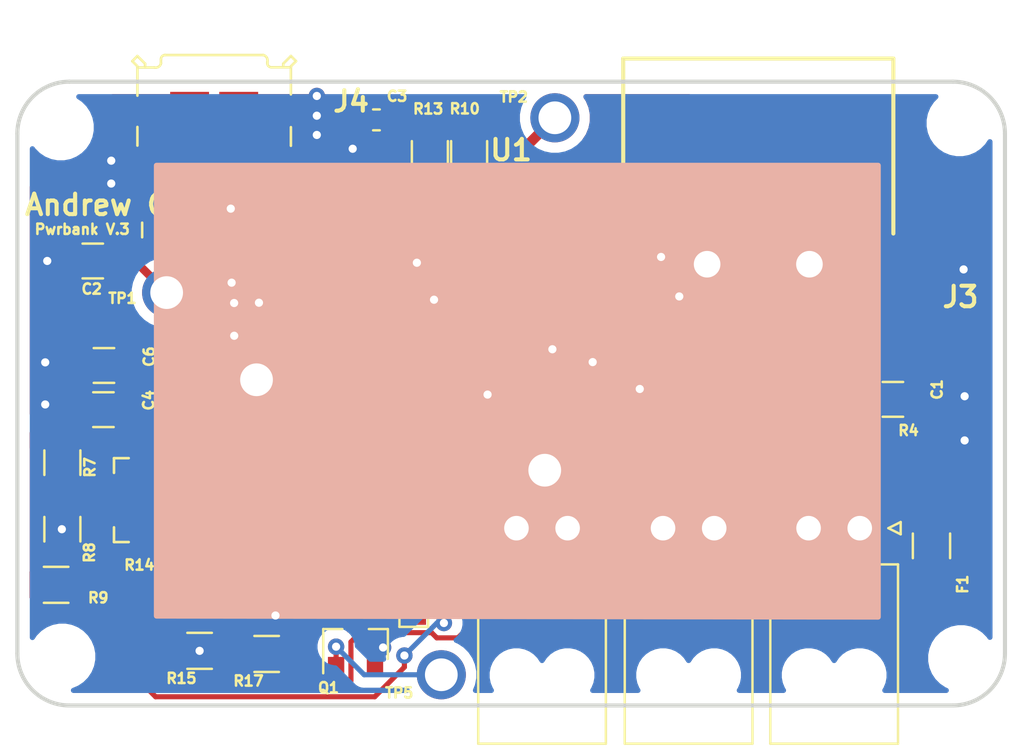
<source format=kicad_pcb>
(kicad_pcb (version 20171130) (host pcbnew "(5.1.8)-1")

  (general
    (thickness 1.6)
    (drawings 15)
    (tracks 518)
    (zones 0)
    (modules 53)
    (nets 32)
  )

  (page A4)
  (layers
    (0 F.Cu signal)
    (31 B.Cu signal)
    (32 B.Adhes user)
    (33 F.Adhes user)
    (34 B.Paste user)
    (35 F.Paste user)
    (36 B.SilkS user hide)
    (37 F.SilkS user)
    (38 B.Mask user)
    (39 F.Mask user)
    (40 Dwgs.User user)
    (41 Cmts.User user)
    (42 Eco1.User user)
    (43 Eco2.User user)
    (44 Edge.Cuts user)
    (45 Margin user hide)
    (46 B.CrtYd user hide)
    (47 F.CrtYd user)
    (48 B.Fab user hide)
    (49 F.Fab user hide)
  )

  (setup
    (last_trace_width 0.4)
    (user_trace_width 0.2)
    (user_trace_width 0.34)
    (user_trace_width 0.4)
    (user_trace_width 0.5)
    (user_trace_width 0.75)
    (trace_clearance 0.2)
    (zone_clearance 0.508)
    (zone_45_only no)
    (trace_min 0.2)
    (via_size 0.8)
    (via_drill 0.4)
    (via_min_size 0.4)
    (via_min_drill 0.3)
    (uvia_size 0.3)
    (uvia_drill 0.1)
    (uvias_allowed no)
    (uvia_min_size 0.2)
    (uvia_min_drill 0.1)
    (edge_width 0.05)
    (segment_width 0.2)
    (pcb_text_width 0.3)
    (pcb_text_size 1.5 1.5)
    (mod_edge_width 0.12)
    (mod_text_size 1 1)
    (mod_text_width 0.15)
    (pad_size 1.524 1.524)
    (pad_drill 0.762)
    (pad_to_mask_clearance 0)
    (aux_axis_origin 0 0)
    (visible_elements 7FFFFFFF)
    (pcbplotparams
      (layerselection 0x010fc_ffffffff)
      (usegerberextensions true)
      (usegerberattributes true)
      (usegerberadvancedattributes true)
      (creategerberjobfile false)
      (excludeedgelayer true)
      (linewidth 0.100000)
      (plotframeref false)
      (viasonmask false)
      (mode 1)
      (useauxorigin false)
      (hpglpennumber 1)
      (hpglpenspeed 20)
      (hpglpendiameter 15.000000)
      (psnegative false)
      (psa4output false)
      (plotreference true)
      (plotvalue true)
      (plotinvisibletext false)
      (padsonsilk false)
      (subtractmaskfromsilk false)
      (outputformat 1)
      (mirror false)
      (drillshape 0)
      (scaleselection 1)
      (outputdirectory ""))
  )

  (net 0 "")
  (net 1 +5V)
  (net 2 GND)
  (net 3 VBUS)
  (net 4 /Battery+)
  (net 5 +BATT)
  (net 6 "Net-(C8-Pad2)")
  (net 7 "Net-(D1-Pad2)")
  (net 8 "Net-(D1-Pad1)")
  (net 9 "Net-(D2-Pad2)")
  (net 10 "Net-(D2-Pad1)")
  (net 11 "Net-(D3-Pad1)")
  (net 12 "Net-(D3-Pad2)")
  (net 13 "Net-(D4-Pad2)")
  (net 14 "Net-(F1-Pad1)")
  (net 15 "Net-(J3-Pad02)")
  (net 16 "Net-(J4-Pad4)")
  (net 17 "Net-(J4-Pad3)")
  (net 18 "Net-(J4-Pad2)")
  (net 19 "Net-(Q1-Pad1)")
  (net 20 "Net-(R5-Pad1)")
  (net 21 "Net-(R7-Pad1)")
  (net 22 "Net-(R10-Pad1)")
  (net 23 "Net-(R13-Pad1)")
  (net 24 "Net-(U1-Pad10)")
  (net 25 "Net-(U1-Pad6)")
  (net 26 "Net-(J5-Pad1)")
  (net 27 "Net-(J3-Pad03)")
  (net 28 "Net-(J5-Pad2)")
  (net 29 "Net-(L1-Pad1)")
  (net 30 "Net-(R20-Pad2)")
  (net 31 /10KThermistor)

  (net_class Default "This is the default net class."
    (clearance 0.2)
    (trace_width 0.25)
    (via_dia 0.8)
    (via_drill 0.4)
    (uvia_dia 0.3)
    (uvia_drill 0.1)
    (add_net +5V)
    (add_net +BATT)
    (add_net /10KThermistor)
    (add_net /Battery+)
    (add_net GND)
    (add_net "Net-(C8-Pad2)")
    (add_net "Net-(D1-Pad1)")
    (add_net "Net-(D1-Pad2)")
    (add_net "Net-(D2-Pad1)")
    (add_net "Net-(D2-Pad2)")
    (add_net "Net-(D3-Pad1)")
    (add_net "Net-(D3-Pad2)")
    (add_net "Net-(D4-Pad2)")
    (add_net "Net-(F1-Pad1)")
    (add_net "Net-(J3-Pad02)")
    (add_net "Net-(J3-Pad03)")
    (add_net "Net-(J4-Pad2)")
    (add_net "Net-(J4-Pad3)")
    (add_net "Net-(J4-Pad4)")
    (add_net "Net-(J5-Pad1)")
    (add_net "Net-(J5-Pad2)")
    (add_net "Net-(L1-Pad1)")
    (add_net "Net-(Q1-Pad1)")
    (add_net "Net-(R10-Pad1)")
    (add_net "Net-(R13-Pad1)")
    (add_net "Net-(R20-Pad2)")
    (add_net "Net-(R5-Pad1)")
    (add_net "Net-(R7-Pad1)")
    (add_net "Net-(U1-Pad10)")
    (add_net "Net-(U1-Pad6)")
    (add_net VBUS)
  )

  (module footprints:SAMTEC_USB-A-S-X-X-SM2 (layer F.Cu) (tedit 5FA0C3ED) (tstamp 6054F5DB)
    (at 67.53352 80.72628 180)
    (path /5FD42AA5)
    (attr smd)
    (fp_text reference J3 (at -9.8806 -1.6002) (layer F.SilkS)
      (effects (font (size 1 1) (thickness 0.2)))
    )
    (fp_text value USB-A-S-X-X-SM2 (at 12.7508 2.9464) (layer F.Fab)
      (effects (font (size 0.5 0.5) (thickness 0.015)))
    )
    (fp_line (start 4.3 -3.65) (end 5.65 -3.65) (layer F.SilkS) (width 0.2))
    (fp_line (start -5.65 -3.65) (end -4.3 -3.65) (layer F.SilkS) (width 0.2))
    (fp_circle (center -4.75 -4.75) (end -4.65 -4.75) (layer F.Fab) (width 0.2))
    (fp_circle (center -4.75 -4.75) (end -4.65 -4.75) (layer F.SilkS) (width 0.2))
    (fp_line (start 6.85 1.15) (end 6.85 10.3) (layer F.CrtYd) (width 0.05))
    (fp_line (start 8.75 1.15) (end 6.85 1.15) (layer F.CrtYd) (width 0.05))
    (fp_line (start 8.75 -5.5) (end 8.75 1.15) (layer F.CrtYd) (width 0.05))
    (fp_line (start -8.75 -5.5) (end 8.75 -5.5) (layer F.CrtYd) (width 0.05))
    (fp_line (start -8.75 1.15) (end -8.75 -5.5) (layer F.CrtYd) (width 0.05))
    (fp_line (start -6.85 1.15) (end -8.75 1.15) (layer F.CrtYd) (width 0.05))
    (fp_line (start -6.85 10.3) (end -6.85 1.15) (layer F.CrtYd) (width 0.05))
    (fp_line (start 6.85 10.3) (end -6.85 10.3) (layer F.CrtYd) (width 0.05))
    (fp_line (start 6.6 10.05) (end -6.6 10.05) (layer F.SilkS) (width 0.2))
    (fp_line (start 6.6 1.5) (end 6.6 10.05) (layer F.SilkS) (width 0.2))
    (fp_line (start -6.6 10.05) (end -6.6 1.5) (layer F.SilkS) (width 0.2))
    (fp_line (start 6.6 -3.65) (end 6.6 10.05) (layer F.Fab) (width 0.1))
    (fp_line (start -6.6 -3.65) (end 6.6 -3.65) (layer F.Fab) (width 0.1))
    (fp_line (start -6.6 10.05) (end -6.6 -3.65) (layer F.Fab) (width 0.1))
    (fp_line (start 6.6 10.05) (end -6.6 10.05) (layer F.Fab) (width 0.1))
    (fp_text user PCB~EDGE (at -3.5 9.5) (layer F.Fab)
      (effects (font (size 0.8 0.8) (thickness 0.015)))
    )
    (pad S2 smd rect (at 7.25 -1.6 180) (size 2.5 5) (layers F.Cu F.Paste F.Mask)
      (net 2 GND))
    (pad S1 smd rect (at -7.25 -1.6 180) (size 2.5 5) (layers F.Cu F.Paste F.Mask)
      (net 2 GND))
    (pad 03 smd rect (at 1 -3.85 180) (size 0.9 2.8) (layers F.Cu F.Paste F.Mask)
      (net 27 "Net-(J3-Pad03)"))
    (pad 01 smd rect (at -3.5 -3.85 180) (size 0.9 2.8) (layers F.Cu F.Paste F.Mask)
      (net 1 +5V))
    (pad 02 smd rect (at -1 -3.85 180) (size 0.9 2.8) (layers F.Cu F.Paste F.Mask)
      (net 15 "Net-(J3-Pad02)"))
    (pad 04 smd rect (at 3.5 -3.85 180) (size 0.9 2.8) (layers F.Cu F.Paste F.Mask)
      (net 2 GND))
    (pad None np_thru_hole circle (at 2.5 0 180) (size 1.3 1.3) (drill 1.3) (layers *.Cu *.Mask))
    (pad None np_thru_hole circle (at -2.5 0 180) (size 1.3 1.3) (drill 1.3) (layers *.Cu *.Mask))
    (model ${LOCAL_DIR}/OEM_Preferred_Parts/3DModels/USB/SAMTEC-USB-A-S-S-B-SM2.stp
      (offset (xyz 0 -3.2 1.5))
      (scale (xyz 1 1 1))
      (rotate (xyz -90 0 0))
    )
  )

  (module footprints:NanoFit_Molex_1x02x2.50mm_Angled_OEM (layer F.Cu) (tedit 5C917035) (tstamp 60551BE9)
    (at 65.3796 93.6244 180)
    (descr "Molex Nano Fit, single row, side entry, through hole, Datasheet:http://www.molex.com/pdm_docs/sd/1053131208_sd.pdf")
    (tags "connector molex nano-fit 105313-xx04")
    (path /605ED628)
    (fp_text reference J1 (at 3.48488 2.09296) (layer F.SilkS)
      (effects (font (size 0.5 0.5) (thickness 0.12)))
    )
    (fp_text value NanoFit_RA_TH_02 (at -1.6764 1.8288) (layer F.Fab) hide
      (effects (font (size 0.5 0.5) (thickness 0.125)))
    )
    (fp_line (start -2 -0.3) (end -1.4 0) (layer F.Fab) (width 0.1))
    (fp_line (start -2 0.3) (end -2 -0.3) (layer F.Fab) (width 0.1))
    (fp_line (start -1.4 0) (end -2 0.3) (layer F.Fab) (width 0.1))
    (fp_line (start -2 -0.3) (end -1.4 0) (layer F.SilkS) (width 0.12))
    (fp_line (start -2 0.3) (end -2 -0.3) (layer F.SilkS) (width 0.12))
    (fp_line (start -1.4 0) (end -2 0.3) (layer F.SilkS) (width 0.12))
    (fp_line (start 4.71 -10.88) (end -2.21 -10.88) (layer F.CrtYd) (width 0.05))
    (fp_line (start 4.71 1.45) (end 4.71 -10.88) (layer F.CrtYd) (width 0.05))
    (fp_line (start -2.21 1.45) (end 4.71 1.45) (layer F.CrtYd) (width 0.05))
    (fp_line (start -2.21 -10.88) (end -2.21 1.45) (layer F.CrtYd) (width 0.05))
    (fp_line (start 2.65 -1.77) (end 2.35 -1.77) (layer F.SilkS) (width 0.12))
    (fp_line (start 2.65 -1.3) (end 2.65 -1.77) (layer F.SilkS) (width 0.12))
    (fp_line (start 2.35 -1.3) (end 2.65 -1.3) (layer F.SilkS) (width 0.12))
    (fp_line (start 2.35 -1.77) (end 2.35 -1.3) (layer F.SilkS) (width 0.12))
    (fp_line (start 0.15 -1.77) (end -0.15 -1.77) (layer F.SilkS) (width 0.12))
    (fp_line (start 0.15 -1.3) (end 0.15 -1.77) (layer F.SilkS) (width 0.12))
    (fp_line (start -0.15 -1.3) (end 0.15 -1.3) (layer F.SilkS) (width 0.12))
    (fp_line (start -0.15 -1.77) (end -0.15 -1.3) (layer F.SilkS) (width 0.12))
    (fp_line (start 4.37 -10.53) (end -1.87 -10.53) (layer F.SilkS) (width 0.12))
    (fp_line (start 4.37 -1.77) (end 4.37 -10.53) (layer F.SilkS) (width 0.12))
    (fp_line (start -1.87 -1.77) (end 4.37 -1.77) (layer F.SilkS) (width 0.12))
    (fp_line (start -1.87 -10.53) (end -1.87 -1.77) (layer F.SilkS) (width 0.12))
    (fp_line (start 4.22 -10.38) (end -1.72 -10.38) (layer F.Fab) (width 0.1))
    (fp_line (start 4.22 -1.92) (end 4.22 -10.38) (layer F.Fab) (width 0.1))
    (fp_line (start -1.72 -1.92) (end 4.22 -1.92) (layer F.Fab) (width 0.1))
    (fp_line (start -1.72 -10.38) (end -1.72 -1.92) (layer F.Fab) (width 0.1))
    (fp_text user %R (at 1.25 -4.5) (layer F.Fab)
      (effects (font (size 1 1) (thickness 0.15)))
    )
    (pad "" np_thru_hole circle (at 2.5 -7.18 180) (size 1.6 1.6) (drill 1.6) (layers *.Cu *.Mask))
    (pad "" np_thru_hole circle (at 0 -7.18 180) (size 1.6 1.6) (drill 1.6) (layers *.Cu *.Mask))
    (pad 2 thru_hole circle (at 2.5 0 180) (size 1.9 1.9) (drill 1.2) (layers *.Cu *.Mask)
      (net 31 /10KThermistor))
    (pad 1 thru_hole rect (at 0 0 180) (size 1.9 1.9) (drill 1.2) (layers *.Cu *.Mask)
      (net 2 GND))
    (model ${LOCAL_DIR}/OEM_Preferred_Parts/3DModels/Molex_NanoFit_1x02x2_50mm_Angled_OEM/Molex_NanoFit_1x02x2_50mm_Angled_OEM001.wrl
      (at (xyz 0 0 0))
      (scale (xyz 1 1 1))
      (rotate (xyz 0 0 0))
    )
  )

  (module footprints:R_0805_OEM (layer F.Cu) (tedit 5C3D844D) (tstamp 60665D5E)
    (at 51.689 82.5627 180)
    (descr "Resistor SMD 0805, reflow soldering, Vishay (see dcrcw.pdf)")
    (tags "resistor 0805")
    (path /60828A5C)
    (attr smd)
    (fp_text reference R20 (at -1.98628 -0.23114 90) (layer F.SilkS)
      (effects (font (size 0.5 0.5) (thickness 0.125)))
    )
    (fp_text value R_1.54K (at 0 1.75) (layer F.Fab) hide
      (effects (font (size 1 1) (thickness 0.15)))
    )
    (fp_line (start -1 0.62) (end -1 -0.62) (layer F.Fab) (width 0.1))
    (fp_line (start 1 0.62) (end -1 0.62) (layer F.Fab) (width 0.1))
    (fp_line (start 1 -0.62) (end 1 0.62) (layer F.Fab) (width 0.1))
    (fp_line (start -1 -0.62) (end 1 -0.62) (layer F.Fab) (width 0.1))
    (fp_line (start 0.6 0.88) (end -0.6 0.88) (layer F.SilkS) (width 0.12))
    (fp_line (start -0.6 -0.88) (end 0.6 -0.88) (layer F.SilkS) (width 0.12))
    (fp_line (start -1.55 -0.9) (end 1.55 -0.9) (layer F.CrtYd) (width 0.05))
    (fp_line (start -1.55 -0.9) (end -1.55 0.9) (layer F.CrtYd) (width 0.05))
    (fp_line (start 1.55 0.9) (end 1.55 -0.9) (layer F.CrtYd) (width 0.05))
    (fp_line (start 1.55 0.9) (end -1.55 0.9) (layer F.CrtYd) (width 0.05))
    (pad 2 smd rect (at 0.95 0 180) (size 0.7 1.3) (layers F.Cu F.Paste F.Mask)
      (net 30 "Net-(R20-Pad2)"))
    (pad 1 smd rect (at -0.95 0 180) (size 0.7 1.3) (layers F.Cu F.Paste F.Mask)
      (net 31 /10KThermistor))
    (model ${LOCAL_DIR}/OEM_Preferred_Parts/3DModels/R_0805_OEM/res0805.step
      (at (xyz 0 0 0))
      (scale (xyz 1 1 1))
      (rotate (xyz 0 0 0))
    )
    (model ${LOCAL_DIR}/OEM_Preferred_Parts/3DModels/R_0805_OEM/res0805.step
      (at (xyz 0 0 0))
      (scale (xyz 1 1 1))
      (rotate (xyz 0 0 0))
    )
  )

  (module footprints:R_0805_OEM (layer F.Cu) (tedit 5C3D844D) (tstamp 60664E27)
    (at 56.50484 83.28152)
    (descr "Resistor SMD 0805, reflow soldering, Vishay (see dcrcw.pdf)")
    (tags "resistor 0805")
    (path /60829987)
    (attr smd)
    (fp_text reference R19 (at -0.89408 1.36906) (layer F.SilkS)
      (effects (font (size 0.5 0.5) (thickness 0.125)))
    )
    (fp_text value R_69.8K (at 0 1.75) (layer F.Fab) hide
      (effects (font (size 1 1) (thickness 0.15)))
    )
    (fp_line (start -1 0.62) (end -1 -0.62) (layer F.Fab) (width 0.1))
    (fp_line (start 1 0.62) (end -1 0.62) (layer F.Fab) (width 0.1))
    (fp_line (start 1 -0.62) (end 1 0.62) (layer F.Fab) (width 0.1))
    (fp_line (start -1 -0.62) (end 1 -0.62) (layer F.Fab) (width 0.1))
    (fp_line (start 0.6 0.88) (end -0.6 0.88) (layer F.SilkS) (width 0.12))
    (fp_line (start -0.6 -0.88) (end 0.6 -0.88) (layer F.SilkS) (width 0.12))
    (fp_line (start -1.55 -0.9) (end 1.55 -0.9) (layer F.CrtYd) (width 0.05))
    (fp_line (start -1.55 -0.9) (end -1.55 0.9) (layer F.CrtYd) (width 0.05))
    (fp_line (start 1.55 0.9) (end 1.55 -0.9) (layer F.CrtYd) (width 0.05))
    (fp_line (start 1.55 0.9) (end -1.55 0.9) (layer F.CrtYd) (width 0.05))
    (pad 2 smd rect (at 0.95 0) (size 0.7 1.3) (layers F.Cu F.Paste F.Mask)
      (net 2 GND))
    (pad 1 smd rect (at -0.95 0) (size 0.7 1.3) (layers F.Cu F.Paste F.Mask)
      (net 31 /10KThermistor))
    (model ${LOCAL_DIR}/OEM_Preferred_Parts/3DModels/R_0805_OEM/res0805.step
      (at (xyz 0 0 0))
      (scale (xyz 1 1 1))
      (rotate (xyz 0 0 0))
    )
    (model ${LOCAL_DIR}/OEM_Preferred_Parts/3DModels/R_0805_OEM/res0805.step
      (at (xyz 0 0 0))
      (scale (xyz 1 1 1))
      (rotate (xyz 0 0 0))
    )
  )

  (module footprints:BournsInductor (layer F.Cu) (tedit 6064FD66) (tstamp 6066290B)
    (at 49.022 88.1634 90)
    (path /6066D901)
    (fp_text reference L1 (at 0 0 90) (layer F.SilkS) hide
      (effects (font (size 1 1) (thickness 0.15)))
    )
    (fp_text value L_10uH (at 0 -5.08 90) (layer F.SilkS) hide
      (effects (font (size 1 1) (thickness 0.15)))
    )
    (fp_line (start -0.747051 3.7846) (end 0.747051 3.7846) (layer F.SilkS) (width 0.1524))
    (fp_line (start 0.747051 -3.7846) (end -0.747051 -3.7846) (layer F.SilkS) (width 0.1524))
    (fp_line (start -1.8288 -3.6576) (end -3.6576 -1.8288) (layer F.Fab) (width 0.1524))
    (fp_line (start -3.6576 -1.8288) (end -3.6576 1.8288) (layer F.Fab) (width 0.1524))
    (fp_line (start -3.6576 1.8288) (end -1.8288 3.6576) (layer F.Fab) (width 0.1524))
    (fp_line (start -1.8288 3.6576) (end 1.8288 3.6576) (layer F.Fab) (width 0.1524))
    (fp_line (start 1.8288 3.6576) (end 3.6576 1.8288) (layer F.Fab) (width 0.1524))
    (fp_line (start 3.6576 1.8288) (end 3.6576 -1.8288) (layer F.Fab) (width 0.1524))
    (fp_line (start 3.6576 -1.8288) (end 1.8288 -3.6576) (layer F.Fab) (width 0.1524))
    (fp_line (start 1.8288 -3.6576) (end -1.8288 -3.6576) (layer F.Fab) (width 0.1524))
    (fp_line (start -3.9116 3.9116) (end -3.9116 -3.9116) (layer F.CrtYd) (width 0.1524))
    (fp_line (start -3.9116 -3.9116) (end 3.9116 -3.9116) (layer F.CrtYd) (width 0.1524))
    (fp_line (start 3.9116 -3.9116) (end 3.9116 3.9116) (layer F.CrtYd) (width 0.1524))
    (fp_line (start 3.9116 3.9116) (end -3.9116 3.9116) (layer F.CrtYd) (width 0.1524))
    (fp_text user "Copyright 2016 Accelerated Designs. All rights reserved." (at 0 0 90) (layer Cmts.User)
      (effects (font (size 0.127 0.127) (thickness 0.002)))
    )
    (fp_text user * (at 3.67792 4.70408 90) (layer F.SilkS)
      (effects (font (size 1 1) (thickness 0.15)))
    )
    (fp_text user * (at -3.1496 0 90) (layer F.Fab)
      (effects (font (size 1 1) (thickness 0.15)))
    )
    (fp_text user * (at -3.1496 0 90) (layer F.Fab)
      (effects (font (size 1 1) (thickness 0.15)))
    )
    (fp_text user * (at 2.90068 4.75488 90) (layer F.SilkS)
      (effects (font (size 1 1) (thickness 0.15)))
    )
    (pad 1 smd rect (at -2.35 0 90) (size 2.5908 7.3152) (layers F.Cu F.Paste F.Mask)
      (net 29 "Net-(L1-Pad1)"))
    (pad 2 smd rect (at 2.35 0 90) (size 2.5908 7.3152) (layers F.Cu F.Paste F.Mask)
      (net 5 +BATT))
  )

  (module MountingHole:MountingHole_2.2mm_M2 (layer F.Cu) (tedit 56D1B4CB) (tstamp 60518C52)
    (at 77.3684 73.8378)
    (descr "Mounting Hole 2.2mm, no annular, M2")
    (tags "mounting hole 2.2mm no annular m2")
    (attr virtual)
    (fp_text reference REF** (at -0.0762 0.1524) (layer F.SilkS) hide
      (effects (font (size 1 1) (thickness 0.15)))
    )
    (fp_text value MountingHole_2.2mm_M2 (at 0 3.2) (layer F.Fab)
      (effects (font (size 1 1) (thickness 0.15)))
    )
    (fp_circle (center 0 0) (end 2.2 0) (layer Cmts.User) (width 0.15))
    (fp_circle (center 0 0) (end 2.45 0) (layer F.CrtYd) (width 0.05))
    (fp_text user %R (at 0.3 0) (layer F.Fab)
      (effects (font (size 1 1) (thickness 0.15)))
    )
    (pad 1 np_thru_hole circle (at 0 0) (size 2.2 2.2) (drill 2.2) (layers *.Cu *.Mask))
  )

  (module MountingHole:MountingHole_2.2mm_M2 (layer F.Cu) (tedit 56D1B4CB) (tstamp 60662022)
    (at 33.528 99.8982)
    (descr "Mounting Hole 2.2mm, no annular, M2")
    (tags "mounting hole 2.2mm no annular m2")
    (attr virtual)
    (fp_text reference REF** (at 0.1524 0.0254) (layer F.SilkS) hide
      (effects (font (size 1 1) (thickness 0.15)))
    )
    (fp_text value MountingHole_2.2mm_M2 (at 0 3.2) (layer F.Fab)
      (effects (font (size 1 1) (thickness 0.15)))
    )
    (fp_circle (center 0 0) (end 2.2 0) (layer Cmts.User) (width 0.15))
    (fp_circle (center 0 0) (end 2.45 0) (layer F.CrtYd) (width 0.05))
    (fp_text user %R (at 0.3 0) (layer F.Fab)
      (effects (font (size 1 1) (thickness 0.15)))
    )
    (pad 1 np_thru_hole circle (at 0 0) (size 2.2 2.2) (drill 2.2) (layers *.Cu *.Mask))
  )

  (module MountingHole:MountingHole_2.2mm_M2 (layer F.Cu) (tedit 56D1B4CB) (tstamp 60518C52)
    (at 33.4518 74.041)
    (descr "Mounting Hole 2.2mm, no annular, M2")
    (tags "mounting hole 2.2mm no annular m2")
    (attr virtual)
    (fp_text reference REF** (at 0.1524 -0.0762) (layer F.SilkS) hide
      (effects (font (size 1 1) (thickness 0.15)))
    )
    (fp_text value MountingHole_2.2mm_M2 (at 0 3.2) (layer F.Fab)
      (effects (font (size 1 1) (thickness 0.15)))
    )
    (fp_circle (center 0 0) (end 2.2 0) (layer Cmts.User) (width 0.15))
    (fp_circle (center 0 0) (end 2.45 0) (layer F.CrtYd) (width 0.05))
    (fp_text user %R (at 0.3 0) (layer F.Fab)
      (effects (font (size 1 1) (thickness 0.15)))
    )
    (pad 1 np_thru_hole circle (at 0 0) (size 2.2 2.2) (drill 2.2) (layers *.Cu *.Mask))
  )

  (module MountingHole:MountingHole_2.2mm_M2 (layer F.Cu) (tedit 56D1B4CB) (tstamp 60518BDF)
    (at 77.4446 99.9744)
    (descr "Mounting Hole 2.2mm, no annular, M2")
    (tags "mounting hole 2.2mm no annular m2")
    (attr virtual)
    (fp_text reference REF** (at 0.0254 -0.0254) (layer F.SilkS) hide
      (effects (font (size 1 1) (thickness 0.15)))
    )
    (fp_text value MountingHole_2.2mm_M2 (at 0 3.2) (layer F.Fab)
      (effects (font (size 1 1) (thickness 0.15)))
    )
    (fp_circle (center 0 0) (end 2.2 0) (layer Cmts.User) (width 0.15))
    (fp_circle (center 0 0) (end 2.45 0) (layer F.CrtYd) (width 0.05))
    (fp_text user %R (at 0.3 0) (layer F.Fab)
      (effects (font (size 1 1) (thickness 0.15)))
    )
    (pad 1 np_thru_hole circle (at 0 0) (size 2.2 2.2) (drill 2.2) (layers *.Cu *.Mask))
  )

  (module footprints:R_0805_OEM (layer F.Cu) (tedit 5C3D844D) (tstamp 6046DA19)
    (at 33.528 90.424 90)
    (descr "Resistor SMD 0805, reflow soldering, Vishay (see dcrcw.pdf)")
    (tags "resistor 0805")
    (path /5FD76C00)
    (attr smd)
    (fp_text reference R7 (at -0.2286 1.3462 90) (layer F.SilkS)
      (effects (font (size 0.5 0.5) (thickness 0.125)))
    )
    (fp_text value R_1.87M (at 0.3556 1.3208 90) (layer F.Fab) hide
      (effects (font (size 0.5 0.5) (thickness 0.125)))
    )
    (fp_line (start -1 0.62) (end -1 -0.62) (layer F.Fab) (width 0.1))
    (fp_line (start 1 0.62) (end -1 0.62) (layer F.Fab) (width 0.1))
    (fp_line (start 1 -0.62) (end 1 0.62) (layer F.Fab) (width 0.1))
    (fp_line (start -1 -0.62) (end 1 -0.62) (layer F.Fab) (width 0.1))
    (fp_line (start 0.6 0.88) (end -0.6 0.88) (layer F.SilkS) (width 0.12))
    (fp_line (start -0.6 -0.88) (end 0.6 -0.88) (layer F.SilkS) (width 0.12))
    (fp_line (start -1.55 -0.9) (end 1.55 -0.9) (layer F.CrtYd) (width 0.05))
    (fp_line (start -1.55 -0.9) (end -1.55 0.9) (layer F.CrtYd) (width 0.05))
    (fp_line (start 1.55 0.9) (end 1.55 -0.9) (layer F.CrtYd) (width 0.05))
    (fp_line (start 1.55 0.9) (end -1.55 0.9) (layer F.CrtYd) (width 0.05))
    (pad 1 smd rect (at -0.95 0 90) (size 0.7 1.3) (layers F.Cu F.Paste F.Mask)
      (net 21 "Net-(R7-Pad1)"))
    (pad 2 smd rect (at 0.95 0 90) (size 0.7 1.3) (layers F.Cu F.Paste F.Mask)
      (net 5 +BATT))
    (model ${LOCAL_DIR}/OEM_Preferred_Parts/3DModels/R_0805_OEM/res0805.step
      (at (xyz 0 0 0))
      (scale (xyz 1 1 1))
      (rotate (xyz 0 0 0))
    )
    (model ${LOCAL_DIR}/OEM_Preferred_Parts/3DModels/R_0805_OEM/res0805.step
      (at (xyz 0 0 0))
      (scale (xyz 1 1 1))
      (rotate (xyz 0 0 0))
    )
  )

  (module footprints:R_0805_OEM (layer F.Cu) (tedit 5C3D844D) (tstamp 606DFC82)
    (at 51.4858 75.311 270)
    (descr "Resistor SMD 0805, reflow soldering, Vishay (see dcrcw.pdf)")
    (tags "resistor 0805")
    (path /5FD0BFBE)
    (attr smd)
    (fp_text reference R13 (at -2.1717 0.08382 180) (layer F.SilkS)
      (effects (font (size 0.5 0.5) (thickness 0.125)))
    )
    (fp_text value R_1K (at 2.4892 0.6604 90) (layer F.Fab) hide
      (effects (font (size 0.5 0.5) (thickness 0.125)))
    )
    (fp_line (start -1 0.62) (end -1 -0.62) (layer F.Fab) (width 0.1))
    (fp_line (start 1 0.62) (end -1 0.62) (layer F.Fab) (width 0.1))
    (fp_line (start 1 -0.62) (end 1 0.62) (layer F.Fab) (width 0.1))
    (fp_line (start -1 -0.62) (end 1 -0.62) (layer F.Fab) (width 0.1))
    (fp_line (start 0.6 0.88) (end -0.6 0.88) (layer F.SilkS) (width 0.12))
    (fp_line (start -0.6 -0.88) (end 0.6 -0.88) (layer F.SilkS) (width 0.12))
    (fp_line (start -1.55 -0.9) (end 1.55 -0.9) (layer F.CrtYd) (width 0.05))
    (fp_line (start -1.55 -0.9) (end -1.55 0.9) (layer F.CrtYd) (width 0.05))
    (fp_line (start 1.55 0.9) (end 1.55 -0.9) (layer F.CrtYd) (width 0.05))
    (fp_line (start 1.55 0.9) (end -1.55 0.9) (layer F.CrtYd) (width 0.05))
    (pad 1 smd rect (at -0.95 0 270) (size 0.7 1.3) (layers F.Cu F.Paste F.Mask)
      (net 23 "Net-(R13-Pad1)"))
    (pad 2 smd rect (at 0.95 0 270) (size 0.7 1.3) (layers F.Cu F.Paste F.Mask)
      (net 2 GND))
    (model ${LOCAL_DIR}/OEM_Preferred_Parts/3DModels/R_0805_OEM/res0805.step
      (at (xyz 0 0 0))
      (scale (xyz 1 1 1))
      (rotate (xyz 0 0 0))
    )
    (model ${LOCAL_DIR}/OEM_Preferred_Parts/3DModels/R_0805_OEM/res0805.step
      (at (xyz 0 0 0))
      (scale (xyz 1 1 1))
      (rotate (xyz 0 0 0))
    )
  )

  (module footprints:NanoFit_Molex_1x02x2.50mm_Angled_OEM (layer F.Cu) (tedit 5C917035) (tstamp 604AD5AF)
    (at 58.2168 93.6244 180)
    (descr "Molex Nano Fit, single row, side entry, through hole, Datasheet:http://www.molex.com/pdm_docs/sd/1053131208_sd.pdf")
    (tags "connector molex nano-fit 105313-xx04")
    (path /605F0515)
    (fp_text reference J5 (at 5.1308 -1.2954 90) (layer F.SilkS)
      (effects (font (size 0.5 0.5) (thickness 0.12)))
    )
    (fp_text value NanoFit_RA_TH_02 (at 8.2296 -1.6256) (layer F.Fab) hide
      (effects (font (size 0.5 0.5) (thickness 0.125)))
    )
    (fp_line (start -2 -0.3) (end -1.4 0) (layer F.Fab) (width 0.1))
    (fp_line (start -2 0.3) (end -2 -0.3) (layer F.Fab) (width 0.1))
    (fp_line (start -1.4 0) (end -2 0.3) (layer F.Fab) (width 0.1))
    (fp_line (start -2 -0.3) (end -1.4 0) (layer F.SilkS) (width 0.12))
    (fp_line (start -2 0.3) (end -2 -0.3) (layer F.SilkS) (width 0.12))
    (fp_line (start -1.4 0) (end -2 0.3) (layer F.SilkS) (width 0.12))
    (fp_line (start 4.71 -10.88) (end -2.21 -10.88) (layer F.CrtYd) (width 0.05))
    (fp_line (start 4.71 1.45) (end 4.71 -10.88) (layer F.CrtYd) (width 0.05))
    (fp_line (start -2.21 1.45) (end 4.71 1.45) (layer F.CrtYd) (width 0.05))
    (fp_line (start -2.21 -10.88) (end -2.21 1.45) (layer F.CrtYd) (width 0.05))
    (fp_line (start 2.65 -1.77) (end 2.35 -1.77) (layer F.SilkS) (width 0.12))
    (fp_line (start 2.65 -1.3) (end 2.65 -1.77) (layer F.SilkS) (width 0.12))
    (fp_line (start 2.35 -1.3) (end 2.65 -1.3) (layer F.SilkS) (width 0.12))
    (fp_line (start 2.35 -1.77) (end 2.35 -1.3) (layer F.SilkS) (width 0.12))
    (fp_line (start 0.15 -1.77) (end -0.15 -1.77) (layer F.SilkS) (width 0.12))
    (fp_line (start 0.15 -1.3) (end 0.15 -1.77) (layer F.SilkS) (width 0.12))
    (fp_line (start -0.15 -1.3) (end 0.15 -1.3) (layer F.SilkS) (width 0.12))
    (fp_line (start -0.15 -1.77) (end -0.15 -1.3) (layer F.SilkS) (width 0.12))
    (fp_line (start 4.37 -10.53) (end -1.87 -10.53) (layer F.SilkS) (width 0.12))
    (fp_line (start 4.37 -1.77) (end 4.37 -10.53) (layer F.SilkS) (width 0.12))
    (fp_line (start -1.87 -1.77) (end 4.37 -1.77) (layer F.SilkS) (width 0.12))
    (fp_line (start -1.87 -10.53) (end -1.87 -1.77) (layer F.SilkS) (width 0.12))
    (fp_line (start 4.22 -10.38) (end -1.72 -10.38) (layer F.Fab) (width 0.1))
    (fp_line (start 4.22 -1.92) (end 4.22 -10.38) (layer F.Fab) (width 0.1))
    (fp_line (start -1.72 -1.92) (end 4.22 -1.92) (layer F.Fab) (width 0.1))
    (fp_line (start -1.72 -10.38) (end -1.72 -1.92) (layer F.Fab) (width 0.1))
    (fp_text user %R (at 1.25 -4.5) (layer F.Fab)
      (effects (font (size 1 1) (thickness 0.15)))
    )
    (pad "" np_thru_hole circle (at 2.5 -7.18 180) (size 1.6 1.6) (drill 1.6) (layers *.Cu *.Mask))
    (pad "" np_thru_hole circle (at 0 -7.18 180) (size 1.6 1.6) (drill 1.6) (layers *.Cu *.Mask))
    (pad 2 thru_hole circle (at 2.5 0 180) (size 1.9 1.9) (drill 1.2) (layers *.Cu *.Mask)
      (net 28 "Net-(J5-Pad2)"))
    (pad 1 thru_hole rect (at 0 0 180) (size 1.9 1.9) (drill 1.2) (layers *.Cu *.Mask)
      (net 26 "Net-(J5-Pad1)"))
    (model ${LOCAL_DIR}/OEM_Preferred_Parts/3DModels/Molex_NanoFit_1x02x2_50mm_Angled_OEM/Molex_NanoFit_1x02x2_50mm_Angled_OEM001.wrl
      (at (xyz 0 0 0))
      (scale (xyz 1 1 1))
      (rotate (xyz 0 0 0))
    )
  )

  (module footprints:NanoFit_Molex_1x02x2.50mm_Angled_OEM (layer F.Cu) (tedit 5C917035) (tstamp 60551C72)
    (at 72.4916 93.6244 180)
    (descr "Molex Nano Fit, single row, side entry, through hole, Datasheet:http://www.molex.com/pdm_docs/sd/1053131208_sd.pdf")
    (tags "connector molex nano-fit 105313-xx04")
    (path /605E598D)
    (fp_text reference J2 (at 3.70332 2.10566) (layer F.SilkS)
      (effects (font (size 0.5 0.5) (thickness 0.12)))
    )
    (fp_text value NanoFit_RA_TH_02 (at -4.2164 2.6924) (layer F.Fab) hide
      (effects (font (size 0.5 0.5) (thickness 0.125)))
    )
    (fp_line (start -2 -0.3) (end -1.4 0) (layer F.Fab) (width 0.1))
    (fp_line (start -2 0.3) (end -2 -0.3) (layer F.Fab) (width 0.1))
    (fp_line (start -1.4 0) (end -2 0.3) (layer F.Fab) (width 0.1))
    (fp_line (start -2 -0.3) (end -1.4 0) (layer F.SilkS) (width 0.12))
    (fp_line (start -2 0.3) (end -2 -0.3) (layer F.SilkS) (width 0.12))
    (fp_line (start -1.4 0) (end -2 0.3) (layer F.SilkS) (width 0.12))
    (fp_line (start 4.71 -10.88) (end -2.21 -10.88) (layer F.CrtYd) (width 0.05))
    (fp_line (start 4.71 1.45) (end 4.71 -10.88) (layer F.CrtYd) (width 0.05))
    (fp_line (start -2.21 1.45) (end 4.71 1.45) (layer F.CrtYd) (width 0.05))
    (fp_line (start -2.21 -10.88) (end -2.21 1.45) (layer F.CrtYd) (width 0.05))
    (fp_line (start 2.65 -1.77) (end 2.35 -1.77) (layer F.SilkS) (width 0.12))
    (fp_line (start 2.65 -1.3) (end 2.65 -1.77) (layer F.SilkS) (width 0.12))
    (fp_line (start 2.35 -1.3) (end 2.65 -1.3) (layer F.SilkS) (width 0.12))
    (fp_line (start 2.35 -1.77) (end 2.35 -1.3) (layer F.SilkS) (width 0.12))
    (fp_line (start 0.15 -1.77) (end -0.15 -1.77) (layer F.SilkS) (width 0.12))
    (fp_line (start 0.15 -1.3) (end 0.15 -1.77) (layer F.SilkS) (width 0.12))
    (fp_line (start -0.15 -1.3) (end 0.15 -1.3) (layer F.SilkS) (width 0.12))
    (fp_line (start -0.15 -1.77) (end -0.15 -1.3) (layer F.SilkS) (width 0.12))
    (fp_line (start 4.37 -10.53) (end -1.87 -10.53) (layer F.SilkS) (width 0.12))
    (fp_line (start 4.37 -1.77) (end 4.37 -10.53) (layer F.SilkS) (width 0.12))
    (fp_line (start -1.87 -1.77) (end 4.37 -1.77) (layer F.SilkS) (width 0.12))
    (fp_line (start -1.87 -10.53) (end -1.87 -1.77) (layer F.SilkS) (width 0.12))
    (fp_line (start 4.22 -10.38) (end -1.72 -10.38) (layer F.Fab) (width 0.1))
    (fp_line (start 4.22 -1.92) (end 4.22 -10.38) (layer F.Fab) (width 0.1))
    (fp_line (start -1.72 -1.92) (end 4.22 -1.92) (layer F.Fab) (width 0.1))
    (fp_line (start -1.72 -10.38) (end -1.72 -1.92) (layer F.Fab) (width 0.1))
    (fp_text user %R (at 1.25 -4.5) (layer F.Fab)
      (effects (font (size 1 1) (thickness 0.15)))
    )
    (pad "" np_thru_hole circle (at 2.5 -7.18 180) (size 1.6 1.6) (drill 1.6) (layers *.Cu *.Mask))
    (pad "" np_thru_hole circle (at 0 -7.18 180) (size 1.6 1.6) (drill 1.6) (layers *.Cu *.Mask))
    (pad 2 thru_hole circle (at 2.5 0 180) (size 1.9 1.9) (drill 1.2) (layers *.Cu *.Mask)
      (net 14 "Net-(F1-Pad1)"))
    (pad 1 thru_hole rect (at 0 0 180) (size 1.9 1.9) (drill 1.2) (layers *.Cu *.Mask)
      (net 2 GND))
    (model ${LOCAL_DIR}/OEM_Preferred_Parts/3DModels/Molex_NanoFit_1x02x2_50mm_Angled_OEM/Molex_NanoFit_1x02x2_50mm_Angled_OEM001.wrl
      (at (xyz 0 0 0))
      (scale (xyz 1 1 1))
      (rotate (xyz 0 0 0))
    )
  )

  (module footprints:C_0603_1608Metric (layer F.Cu) (tedit 5B301BBE) (tstamp 60750BA2)
    (at 42.61358 80.49514 180)
    (descr "Capacitor SMD 0603 (1608 Metric), square (rectangular) end terminal, IPC_7351 nominal, (Body size source: http://www.tortai-tech.com/upload/download/2011102023233369053.pdf), generated with kicad-footprint-generator")
    (tags capacitor)
    (path /602FB6FA)
    (attr smd)
    (fp_text reference C7 (at 2.11328 -0.4826 180) (layer F.SilkS)
      (effects (font (size 0.5 0.5) (thickness 0.125)))
    )
    (fp_text value C_4.7uF (at 1.8541 -1.4732) (layer F.Fab)
      (effects (font (size 0.5 0.5) (thickness 0.125)))
    )
    (fp_line (start -0.8 0.4) (end -0.8 -0.4) (layer F.Fab) (width 0.1))
    (fp_line (start -0.8 -0.4) (end 0.8 -0.4) (layer F.Fab) (width 0.1))
    (fp_line (start 0.8 -0.4) (end 0.8 0.4) (layer F.Fab) (width 0.1))
    (fp_line (start 0.8 0.4) (end -0.8 0.4) (layer F.Fab) (width 0.1))
    (fp_line (start -0.162779 -0.51) (end 0.162779 -0.51) (layer F.SilkS) (width 0.12))
    (fp_line (start -0.162779 0.51) (end 0.162779 0.51) (layer F.SilkS) (width 0.12))
    (fp_line (start -1.48 0.73) (end -1.48 -0.73) (layer F.CrtYd) (width 0.05))
    (fp_line (start -1.48 -0.73) (end 1.48 -0.73) (layer F.CrtYd) (width 0.05))
    (fp_line (start 1.48 -0.73) (end 1.48 0.73) (layer F.CrtYd) (width 0.05))
    (fp_line (start 1.48 0.73) (end -1.48 0.73) (layer F.CrtYd) (width 0.05))
    (fp_text user %R (at 0 0) (layer F.Fab)
      (effects (font (size 0.4 0.4) (thickness 0.06)))
    )
    (pad 1 smd roundrect (at -0.7875 0 180) (size 0.875 0.95) (layers F.Cu F.Paste F.Mask) (roundrect_rratio 0.25)
      (net 5 +BATT))
    (pad 2 smd roundrect (at 0.7875 0 180) (size 0.875 0.95) (layers F.Cu F.Paste F.Mask) (roundrect_rratio 0.25)
      (net 2 GND))
    (model ${KISYS3DMOD}/Capacitor_SMD.3dshapes/C_0603_1608Metric.wrl
      (at (xyz 0 0 0))
      (scale (xyz 1 1 1))
      (rotate (xyz 0 0 0))
    )
  )

  (module footprints:C_0805_OEM (layer F.Cu) (tedit 5C3D8347) (tstamp 6054F550)
    (at 74.11212 87.33028)
    (descr "Capacitor SMD 0805, reflow soldering, AVX (see smccp.pdf)")
    (tags "capacitor 0805")
    (path /5FD453CD)
    (attr smd)
    (fp_text reference C1 (at 2.159 -0.4826 270) (layer F.SilkS)
      (effects (font (size 0.5 0.5) (thickness 0.125)))
    )
    (fp_text value C_10uF (at 0 1.75) (layer F.Fab) hide
      (effects (font (size 0.5 0.5) (thickness 0.125)))
    )
    (fp_line (start -1 0.62) (end -1 -0.62) (layer F.Fab) (width 0.1))
    (fp_line (start 1 0.62) (end -1 0.62) (layer F.Fab) (width 0.1))
    (fp_line (start 1 -0.62) (end 1 0.62) (layer F.Fab) (width 0.1))
    (fp_line (start -1 -0.62) (end 1 -0.62) (layer F.Fab) (width 0.1))
    (fp_line (start 0.5 -0.85) (end -0.5 -0.85) (layer F.SilkS) (width 0.12))
    (fp_line (start -0.5 0.85) (end 0.5 0.85) (layer F.SilkS) (width 0.12))
    (fp_line (start -1.75 -0.88) (end 1.75 -0.88) (layer F.CrtYd) (width 0.05))
    (fp_line (start -1.75 -0.88) (end -1.75 0.87) (layer F.CrtYd) (width 0.05))
    (fp_line (start 1.75 0.87) (end 1.75 -0.88) (layer F.CrtYd) (width 0.05))
    (fp_line (start 1.75 0.87) (end -1.75 0.87) (layer F.CrtYd) (width 0.05))
    (pad 1 smd rect (at -1 0) (size 1 1.25) (layers F.Cu F.Paste F.Mask)
      (net 1 +5V))
    (pad 2 smd rect (at 1 0) (size 1 1.25) (layers F.Cu F.Paste F.Mask)
      (net 2 GND))
    (model ${LOCAL_DIR}/OEM_Preferred_Parts/3DModels/C_0805_OEM/C_0805.step
      (at (xyz 0 0 0))
      (scale (xyz 1 1 1))
      (rotate (xyz 0 0 0))
    )
    (model ${LOCAL_DIR}/OEM_Preferred_Parts/3DModels/C_0805_OEM/C_0805.step
      (at (xyz 0 0 0))
      (scale (xyz 1 1 1))
      (rotate (xyz 0 0 0))
    )
  )

  (module footprints:C_0805_OEM (layer F.Cu) (tedit 5C3D8347) (tstamp 6046D619)
    (at 35.0139 80.5688)
    (descr "Capacitor SMD 0805, reflow soldering, AVX (see smccp.pdf)")
    (tags "capacitor 0805")
    (path /5FD32DAE)
    (attr smd)
    (fp_text reference C2 (at -0.0508 1.3716) (layer F.SilkS)
      (effects (font (size 0.5 0.5) (thickness 0.125)))
    )
    (fp_text value C_10uF (at 0.4572 1.4732) (layer F.Fab) hide
      (effects (font (size 0.5 0.5) (thickness 0.125)))
    )
    (fp_line (start 1.75 0.87) (end -1.75 0.87) (layer F.CrtYd) (width 0.05))
    (fp_line (start 1.75 0.87) (end 1.75 -0.88) (layer F.CrtYd) (width 0.05))
    (fp_line (start -1.75 -0.88) (end -1.75 0.87) (layer F.CrtYd) (width 0.05))
    (fp_line (start -1.75 -0.88) (end 1.75 -0.88) (layer F.CrtYd) (width 0.05))
    (fp_line (start -0.5 0.85) (end 0.5 0.85) (layer F.SilkS) (width 0.12))
    (fp_line (start 0.5 -0.85) (end -0.5 -0.85) (layer F.SilkS) (width 0.12))
    (fp_line (start -1 -0.62) (end 1 -0.62) (layer F.Fab) (width 0.1))
    (fp_line (start 1 -0.62) (end 1 0.62) (layer F.Fab) (width 0.1))
    (fp_line (start 1 0.62) (end -1 0.62) (layer F.Fab) (width 0.1))
    (fp_line (start -1 0.62) (end -1 -0.62) (layer F.Fab) (width 0.1))
    (pad 2 smd rect (at 1 0) (size 1 1.25) (layers F.Cu F.Paste F.Mask)
      (net 3 VBUS))
    (pad 1 smd rect (at -1 0) (size 1 1.25) (layers F.Cu F.Paste F.Mask)
      (net 2 GND))
    (model ${LOCAL_DIR}/OEM_Preferred_Parts/3DModels/C_0805_OEM/C_0805.step
      (at (xyz 0 0 0))
      (scale (xyz 1 1 1))
      (rotate (xyz 0 0 0))
    )
    (model ${LOCAL_DIR}/OEM_Preferred_Parts/3DModels/C_0805_OEM/C_0805.step
      (at (xyz 0 0 0))
      (scale (xyz 1 1 1))
      (rotate (xyz 0 0 0))
    )
  )

  (module footprints:C_0603_1608Metric (layer F.Cu) (tedit 5B301BBE) (tstamp 6054EF09)
    (at 48.87468 73.6727)
    (descr "Capacitor SMD 0603 (1608 Metric), square (rectangular) end terminal, IPC_7351 nominal, (Body size source: http://www.tortai-tech.com/upload/download/2011102023233369053.pdf), generated with kicad-footprint-generator")
    (tags capacitor)
    (path /6032721E)
    (attr smd)
    (fp_text reference C3 (at 1.00838 -1.15316 180) (layer F.SilkS)
      (effects (font (size 0.5 0.5) (thickness 0.125)))
    )
    (fp_text value C_4.7uF (at -0.032199 1.1684 180) (layer F.Fab)
      (effects (font (size 0.5 0.5) (thickness 0.125)))
    )
    (fp_line (start -0.8 0.4) (end -0.8 -0.4) (layer F.Fab) (width 0.1))
    (fp_line (start -0.8 -0.4) (end 0.8 -0.4) (layer F.Fab) (width 0.1))
    (fp_line (start 0.8 -0.4) (end 0.8 0.4) (layer F.Fab) (width 0.1))
    (fp_line (start 0.8 0.4) (end -0.8 0.4) (layer F.Fab) (width 0.1))
    (fp_line (start -0.162779 -0.51) (end 0.162779 -0.51) (layer F.SilkS) (width 0.12))
    (fp_line (start -0.162779 0.51) (end 0.162779 0.51) (layer F.SilkS) (width 0.12))
    (fp_line (start -1.48 0.73) (end -1.48 -0.73) (layer F.CrtYd) (width 0.05))
    (fp_line (start -1.48 -0.73) (end 1.48 -0.73) (layer F.CrtYd) (width 0.05))
    (fp_line (start 1.48 -0.73) (end 1.48 0.73) (layer F.CrtYd) (width 0.05))
    (fp_line (start 1.48 0.73) (end -1.48 0.73) (layer F.CrtYd) (width 0.05))
    (fp_text user %R (at 0 0) (layer F.Fab)
      (effects (font (size 0.4 0.4) (thickness 0.06)))
    )
    (pad 1 smd roundrect (at -0.7875 0) (size 0.875 0.95) (layers F.Cu F.Paste F.Mask) (roundrect_rratio 0.25)
      (net 4 /Battery+))
    (pad 2 smd roundrect (at 0.7875 0) (size 0.875 0.95) (layers F.Cu F.Paste F.Mask) (roundrect_rratio 0.25)
      (net 2 GND))
    (model ${KISYS3DMOD}/Capacitor_SMD.3dshapes/C_0603_1608Metric.wrl
      (at (xyz 0 0 0))
      (scale (xyz 1 1 1))
      (rotate (xyz 0 0 0))
    )
  )

  (module footprints:C_0805_OEM (layer F.Cu) (tedit 5C3D8347) (tstamp 6046DDD6)
    (at 35.5346 87.8332 180)
    (descr "Capacitor SMD 0805, reflow soldering, AVX (see smccp.pdf)")
    (tags "capacitor 0805")
    (path /5FD85F75)
    (attr smd)
    (fp_text reference C4 (at -2.2098 0.4572 270) (layer F.SilkS)
      (effects (font (size 0.5 0.5) (thickness 0.125)))
    )
    (fp_text value C_0.1uF (at 1.4732 -1.3208) (layer F.Fab) hide
      (effects (font (size 0.5 0.5) (thickness 0.125)))
    )
    (fp_line (start 1.75 0.87) (end -1.75 0.87) (layer F.CrtYd) (width 0.05))
    (fp_line (start 1.75 0.87) (end 1.75 -0.88) (layer F.CrtYd) (width 0.05))
    (fp_line (start -1.75 -0.88) (end -1.75 0.87) (layer F.CrtYd) (width 0.05))
    (fp_line (start -1.75 -0.88) (end 1.75 -0.88) (layer F.CrtYd) (width 0.05))
    (fp_line (start -0.5 0.85) (end 0.5 0.85) (layer F.SilkS) (width 0.12))
    (fp_line (start 0.5 -0.85) (end -0.5 -0.85) (layer F.SilkS) (width 0.12))
    (fp_line (start -1 -0.62) (end 1 -0.62) (layer F.Fab) (width 0.1))
    (fp_line (start 1 -0.62) (end 1 0.62) (layer F.Fab) (width 0.1))
    (fp_line (start 1 0.62) (end -1 0.62) (layer F.Fab) (width 0.1))
    (fp_line (start -1 0.62) (end -1 -0.62) (layer F.Fab) (width 0.1))
    (pad 2 smd rect (at 1 0 180) (size 1 1.25) (layers F.Cu F.Paste F.Mask)
      (net 2 GND))
    (pad 1 smd rect (at -1 0 180) (size 1 1.25) (layers F.Cu F.Paste F.Mask)
      (net 5 +BATT))
    (model ${LOCAL_DIR}/OEM_Preferred_Parts/3DModels/C_0805_OEM/C_0805.step
      (at (xyz 0 0 0))
      (scale (xyz 1 1 1))
      (rotate (xyz 0 0 0))
    )
    (model ${LOCAL_DIR}/OEM_Preferred_Parts/3DModels/C_0805_OEM/C_0805.step
      (at (xyz 0 0 0))
      (scale (xyz 1 1 1))
      (rotate (xyz 0 0 0))
    )
  )

  (module footprints:C_0603_1608Metric (layer F.Cu) (tedit 5B301BBE) (tstamp 606E0AAA)
    (at 43.8277 78.3082 180)
    (descr "Capacitor SMD 0603 (1608 Metric), square (rectangular) end terminal, IPC_7351 nominal, (Body size source: http://www.tortai-tech.com/upload/download/2011102023233369053.pdf), generated with kicad-footprint-generator")
    (tags capacitor)
    (path /6030CDA7)
    (attr smd)
    (fp_text reference C5 (at -0.9653 -1.1303) (layer F.SilkS)
      (effects (font (size 0.5 0.5) (thickness 0.125)))
    )
    (fp_text value C_4.7uF (at -0.5588 1.6764) (layer F.Fab)
      (effects (font (size 0.5 0.5) (thickness 0.125)))
    )
    (fp_line (start 1.48 0.73) (end -1.48 0.73) (layer F.CrtYd) (width 0.05))
    (fp_line (start 1.48 -0.73) (end 1.48 0.73) (layer F.CrtYd) (width 0.05))
    (fp_line (start -1.48 -0.73) (end 1.48 -0.73) (layer F.CrtYd) (width 0.05))
    (fp_line (start -1.48 0.73) (end -1.48 -0.73) (layer F.CrtYd) (width 0.05))
    (fp_line (start -0.162779 0.51) (end 0.162779 0.51) (layer F.SilkS) (width 0.12))
    (fp_line (start -0.162779 -0.51) (end 0.162779 -0.51) (layer F.SilkS) (width 0.12))
    (fp_line (start 0.8 0.4) (end -0.8 0.4) (layer F.Fab) (width 0.1))
    (fp_line (start 0.8 -0.4) (end 0.8 0.4) (layer F.Fab) (width 0.1))
    (fp_line (start -0.8 -0.4) (end 0.8 -0.4) (layer F.Fab) (width 0.1))
    (fp_line (start -0.8 0.4) (end -0.8 -0.4) (layer F.Fab) (width 0.1))
    (fp_text user %R (at 0 0) (layer F.Fab)
      (effects (font (size 0.4 0.4) (thickness 0.06)))
    )
    (pad 2 smd roundrect (at 0.7875 0 180) (size 0.875 0.95) (layers F.Cu F.Paste F.Mask) (roundrect_rratio 0.25)
      (net 2 GND))
    (pad 1 smd roundrect (at -0.7875 0 180) (size 0.875 0.95) (layers F.Cu F.Paste F.Mask) (roundrect_rratio 0.25)
      (net 3 VBUS))
    (model ${KISYS3DMOD}/Capacitor_SMD.3dshapes/C_0603_1608Metric.wrl
      (at (xyz 0 0 0))
      (scale (xyz 1 1 1))
      (rotate (xyz 0 0 0))
    )
  )

  (module footprints:C_0805_OEM (layer F.Cu) (tedit 5C3D8347) (tstamp 6046DCBC)
    (at 35.56 85.6742 180)
    (descr "Capacitor SMD 0805, reflow soldering, AVX (see smccp.pdf)")
    (tags "capacitor 0805")
    (path /5FDA1D2B)
    (attr smd)
    (fp_text reference C6 (at -2.2098 0.4318 270) (layer F.SilkS)
      (effects (font (size 0.5 0.5) (thickness 0.125)))
    )
    (fp_text value C_10uF (at 1.524 -1.3716) (layer F.Fab) hide
      (effects (font (size 0.5 0.5) (thickness 0.125)))
    )
    (fp_line (start -1 0.62) (end -1 -0.62) (layer F.Fab) (width 0.1))
    (fp_line (start 1 0.62) (end -1 0.62) (layer F.Fab) (width 0.1))
    (fp_line (start 1 -0.62) (end 1 0.62) (layer F.Fab) (width 0.1))
    (fp_line (start -1 -0.62) (end 1 -0.62) (layer F.Fab) (width 0.1))
    (fp_line (start 0.5 -0.85) (end -0.5 -0.85) (layer F.SilkS) (width 0.12))
    (fp_line (start -0.5 0.85) (end 0.5 0.85) (layer F.SilkS) (width 0.12))
    (fp_line (start -1.75 -0.88) (end 1.75 -0.88) (layer F.CrtYd) (width 0.05))
    (fp_line (start -1.75 -0.88) (end -1.75 0.87) (layer F.CrtYd) (width 0.05))
    (fp_line (start 1.75 0.87) (end 1.75 -0.88) (layer F.CrtYd) (width 0.05))
    (fp_line (start 1.75 0.87) (end -1.75 0.87) (layer F.CrtYd) (width 0.05))
    (pad 1 smd rect (at -1 0 180) (size 1 1.25) (layers F.Cu F.Paste F.Mask)
      (net 5 +BATT))
    (pad 2 smd rect (at 1 0 180) (size 1 1.25) (layers F.Cu F.Paste F.Mask)
      (net 2 GND))
    (model ${LOCAL_DIR}/OEM_Preferred_Parts/3DModels/C_0805_OEM/C_0805.step
      (at (xyz 0 0 0))
      (scale (xyz 1 1 1))
      (rotate (xyz 0 0 0))
    )
    (model ${LOCAL_DIR}/OEM_Preferred_Parts/3DModels/C_0805_OEM/C_0805.step
      (at (xyz 0 0 0))
      (scale (xyz 1 1 1))
      (rotate (xyz 0 0 0))
    )
  )

  (module footprints:C_0603_1608Metric (layer F.Cu) (tedit 5B301BBE) (tstamp 604A9E2B)
    (at 40.7924 96.5708 270)
    (descr "Capacitor SMD 0603 (1608 Metric), square (rectangular) end terminal, IPC_7351 nominal, (Body size source: http://www.tortai-tech.com/upload/download/2011102023233369053.pdf), generated with kicad-footprint-generator")
    (tags capacitor)
    (path /6036C42B)
    (attr smd)
    (fp_text reference C8 (at -1.8796 -0.3048 180) (layer F.SilkS)
      (effects (font (size 0.5 0.5) (thickness 0.125)))
    )
    (fp_text value C_10pF (at -0.4572 -1.1684 90) (layer F.Fab)
      (effects (font (size 0.5 0.5) (thickness 0.125)))
    )
    (fp_line (start 1.48 0.73) (end -1.48 0.73) (layer F.CrtYd) (width 0.05))
    (fp_line (start 1.48 -0.73) (end 1.48 0.73) (layer F.CrtYd) (width 0.05))
    (fp_line (start -1.48 -0.73) (end 1.48 -0.73) (layer F.CrtYd) (width 0.05))
    (fp_line (start -1.48 0.73) (end -1.48 -0.73) (layer F.CrtYd) (width 0.05))
    (fp_line (start -0.162779 0.51) (end 0.162779 0.51) (layer F.SilkS) (width 0.12))
    (fp_line (start -0.162779 -0.51) (end 0.162779 -0.51) (layer F.SilkS) (width 0.12))
    (fp_line (start 0.8 0.4) (end -0.8 0.4) (layer F.Fab) (width 0.1))
    (fp_line (start 0.8 -0.4) (end 0.8 0.4) (layer F.Fab) (width 0.1))
    (fp_line (start -0.8 -0.4) (end 0.8 -0.4) (layer F.Fab) (width 0.1))
    (fp_line (start -0.8 0.4) (end -0.8 -0.4) (layer F.Fab) (width 0.1))
    (fp_text user %R (at 0 0 90) (layer F.Fab)
      (effects (font (size 0.4 0.4) (thickness 0.06)))
    )
    (pad 2 smd roundrect (at 0.7875 0 270) (size 0.875 0.95) (layers F.Cu F.Paste F.Mask) (roundrect_rratio 0.25)
      (net 6 "Net-(C8-Pad2)"))
    (pad 1 smd roundrect (at -0.7875 0 270) (size 0.875 0.95) (layers F.Cu F.Paste F.Mask) (roundrect_rratio 0.25)
      (net 1 +5V))
    (model ${KISYS3DMOD}/Capacitor_SMD.3dshapes/C_0603_1608Metric.wrl
      (at (xyz 0 0 0))
      (scale (xyz 1 1 1))
      (rotate (xyz 0 0 0))
    )
  )

  (module footprints:C_0805_OEM (layer F.Cu) (tedit 5C3D8347) (tstamp 604AA25D)
    (at 42.5196 96.8596 270)
    (descr "Capacitor SMD 0805, reflow soldering, AVX (see smccp.pdf)")
    (tags "capacitor 0805")
    (path /5FDDE527)
    (attr smd)
    (fp_text reference C9 (at 0.0922 -1.2954 90) (layer F.SilkS)
      (effects (font (size 0.5 0.5) (thickness 0.125)))
    )
    (fp_text value C_2.2uF (at -0.6604 -1.27 90) (layer F.Fab) hide
      (effects (font (size 0.5 0.5) (thickness 0.125)))
    )
    (fp_line (start -1 0.62) (end -1 -0.62) (layer F.Fab) (width 0.1))
    (fp_line (start 1 0.62) (end -1 0.62) (layer F.Fab) (width 0.1))
    (fp_line (start 1 -0.62) (end 1 0.62) (layer F.Fab) (width 0.1))
    (fp_line (start -1 -0.62) (end 1 -0.62) (layer F.Fab) (width 0.1))
    (fp_line (start 0.5 -0.85) (end -0.5 -0.85) (layer F.SilkS) (width 0.12))
    (fp_line (start -0.5 0.85) (end 0.5 0.85) (layer F.SilkS) (width 0.12))
    (fp_line (start -1.75 -0.88) (end 1.75 -0.88) (layer F.CrtYd) (width 0.05))
    (fp_line (start -1.75 -0.88) (end -1.75 0.87) (layer F.CrtYd) (width 0.05))
    (fp_line (start 1.75 0.87) (end 1.75 -0.88) (layer F.CrtYd) (width 0.05))
    (fp_line (start 1.75 0.87) (end -1.75 0.87) (layer F.CrtYd) (width 0.05))
    (pad 1 smd rect (at -1 0 270) (size 1 1.25) (layers F.Cu F.Paste F.Mask)
      (net 1 +5V))
    (pad 2 smd rect (at 1 0 270) (size 1 1.25) (layers F.Cu F.Paste F.Mask)
      (net 2 GND))
    (model ${LOCAL_DIR}/OEM_Preferred_Parts/3DModels/C_0805_OEM/C_0805.step
      (at (xyz 0 0 0))
      (scale (xyz 1 1 1))
      (rotate (xyz 0 0 0))
    )
    (model ${LOCAL_DIR}/OEM_Preferred_Parts/3DModels/C_0805_OEM/C_0805.step
      (at (xyz 0 0 0))
      (scale (xyz 1 1 1))
      (rotate (xyz 0 0 0))
    )
  )

  (module footprints:C_1812_4532Metric (layer F.Cu) (tedit 5B301BBE) (tstamp 6046DD7A)
    (at 42.8752 91.1352 270)
    (descr "Capacitor SMD 1812 (4532 Metric), square (rectangular) end terminal, IPC_7351 nominal, (Body size source: https://www.nikhef.nl/pub/departments/mt/projects/detectorR_D/dtddice/ERJ2G.pdf), generated with kicad-footprint-generator")
    (tags capacitor)
    (path /5FDE21B8)
    (attr smd)
    (fp_text reference C10 (at 3.3528 -0.9144 180) (layer F.SilkS)
      (effects (font (size 0.5 0.5) (thickness 0.125)))
    )
    (fp_text value C_100uF (at -3.4036 -0.0508) (layer F.Fab)
      (effects (font (size 0.5 0.5) (thickness 0.125)))
    )
    (fp_line (start 2.95 1.95) (end -2.95 1.95) (layer F.CrtYd) (width 0.05))
    (fp_line (start 2.95 -1.95) (end 2.95 1.95) (layer F.CrtYd) (width 0.05))
    (fp_line (start -2.95 -1.95) (end 2.95 -1.95) (layer F.CrtYd) (width 0.05))
    (fp_line (start -2.95 1.95) (end -2.95 -1.95) (layer F.CrtYd) (width 0.05))
    (fp_line (start -1.386252 1.71) (end 1.386252 1.71) (layer F.SilkS) (width 0.12))
    (fp_line (start -1.386252 -1.71) (end 1.386252 -1.71) (layer F.SilkS) (width 0.12))
    (fp_line (start 2.25 1.6) (end -2.25 1.6) (layer F.Fab) (width 0.1))
    (fp_line (start 2.25 -1.6) (end 2.25 1.6) (layer F.Fab) (width 0.1))
    (fp_line (start -2.25 -1.6) (end 2.25 -1.6) (layer F.Fab) (width 0.1))
    (fp_line (start -2.25 1.6) (end -2.25 -1.6) (layer F.Fab) (width 0.1))
    (fp_text user %R (at 0 0 90) (layer F.Fab)
      (effects (font (size 1 1) (thickness 0.15)))
    )
    (pad 2 smd roundrect (at 2.1375 0 270) (size 1.125 3.4) (layers F.Cu F.Paste F.Mask) (roundrect_rratio 0.2222213333333333)
      (net 1 +5V))
    (pad 1 smd roundrect (at -2.1375 0 270) (size 1.125 3.4) (layers F.Cu F.Paste F.Mask) (roundrect_rratio 0.2222213333333333)
      (net 2 GND))
    (model ${KISYS3DMOD}/Capacitor_SMD.3dshapes/C_1812_4532Metric.wrl
      (at (xyz 0 0 0))
      (scale (xyz 1 1 1))
      (rotate (xyz 0 0 0))
    )
  )

  (module footprints:LED_0805_OEM (layer F.Cu) (tedit 5C3D84D8) (tstamp 6054EE51)
    (at 53.4416 78.3336)
    (descr "LED 0805 smd package")
    (tags "LED led 0805 SMD smd SMT smt smdled SMDLED smtled SMTLED")
    (path /5FD0F03B)
    (attr smd)
    (fp_text reference D1 (at 1.48844 -1.2954) (layer F.SilkS)
      (effects (font (size 0.5 0.5) (thickness 0.125)))
    )
    (fp_text value LED_0805_Amber (at 0.9652 -1.27) (layer F.Fab) hide
      (effects (font (size 0.5 0.5) (thickness 0.125)))
    )
    (fp_line (start -0.2 0.35) (end -0.2 0) (layer F.SilkS) (width 0.1))
    (fp_line (start -0.2 0) (end -0.2 -0.35) (layer F.SilkS) (width 0.1))
    (fp_line (start 0.15 0.35) (end -0.2 0) (layer F.SilkS) (width 0.1))
    (fp_line (start 0.15 0.3) (end 0.15 0.35) (layer F.SilkS) (width 0.1))
    (fp_line (start 0.15 0.35) (end 0.15 0.3) (layer F.SilkS) (width 0.1))
    (fp_line (start 0.15 -0.35) (end 0.15 0.3) (layer F.SilkS) (width 0.1))
    (fp_line (start 0.1 -0.3) (end 0.15 -0.35) (layer F.SilkS) (width 0.1))
    (fp_line (start -0.2 0) (end 0.1 -0.3) (layer F.SilkS) (width 0.1))
    (fp_line (start -1.8 -0.7) (end -1.8 0.7) (layer F.SilkS) (width 0.12))
    (fp_line (start 1 0.6) (end -1 0.6) (layer F.Fab) (width 0.1))
    (fp_line (start 1 -0.6) (end 1 0.6) (layer F.Fab) (width 0.1))
    (fp_line (start -1 -0.6) (end 1 -0.6) (layer F.Fab) (width 0.1))
    (fp_line (start -1 0.6) (end -1 -0.6) (layer F.Fab) (width 0.1))
    (fp_line (start -1.8 0.7) (end 1 0.7) (layer F.SilkS) (width 0.12))
    (fp_line (start -1.8 -0.7) (end 1 -0.7) (layer F.SilkS) (width 0.12))
    (fp_line (start 1.95 -0.85) (end 1.95 0.85) (layer F.CrtYd) (width 0.05))
    (fp_line (start 1.95 0.85) (end -1.95 0.85) (layer F.CrtYd) (width 0.05))
    (fp_line (start -1.95 0.85) (end -1.95 -0.85) (layer F.CrtYd) (width 0.05))
    (fp_line (start -1.95 -0.85) (end 1.95 -0.85) (layer F.CrtYd) (width 0.05))
    (pad 2 smd rect (at 1.1 0 180) (size 1.2 1.2) (layers F.Cu F.Paste F.Mask)
      (net 7 "Net-(D1-Pad2)"))
    (pad 1 smd rect (at -1.1 0 180) (size 1.2 1.2) (layers F.Cu F.Paste F.Mask)
      (net 8 "Net-(D1-Pad1)"))
    (model "${LOCAL_DIR}/OEM_Preferred_Parts/3DModels/LED_0805/LED 0805 Base GREEN001_sp.wrl"
      (at (xyz 0 0 0))
      (scale (xyz 1 1 1))
      (rotate (xyz 0 0 180))
    )
    (model "${LOCAL_DIR}/OEM_Preferred_Parts/3DModels/LED_0805/LED 0805 Base GREEN001_sp.step"
      (at (xyz 0 0 0))
      (scale (xyz 1 1 1))
      (rotate (xyz 0 0 0))
    )
  )

  (module footprints:LED_0805_OEM (layer F.Cu) (tedit 5C3D84D8) (tstamp 6054EE99)
    (at 53.4289 80.3529)
    (descr "LED 0805 smd package")
    (tags "LED led 0805 SMD smd SMT smt smdled SMDLED smtled SMTLED")
    (path /5FD13A0C)
    (attr smd)
    (fp_text reference D2 (at -2.29616 -0.55626 90) (layer F.SilkS)
      (effects (font (size 0.5 0.5) (thickness 0.125)))
    )
    (fp_text value LED_0805 (at 0.6604 1.27) (layer F.Fab) hide
      (effects (font (size 0.5 0.5) (thickness 0.125)))
    )
    (fp_line (start -0.2 0.35) (end -0.2 0) (layer F.SilkS) (width 0.1))
    (fp_line (start -0.2 0) (end -0.2 -0.35) (layer F.SilkS) (width 0.1))
    (fp_line (start 0.15 0.35) (end -0.2 0) (layer F.SilkS) (width 0.1))
    (fp_line (start 0.15 0.3) (end 0.15 0.35) (layer F.SilkS) (width 0.1))
    (fp_line (start 0.15 0.35) (end 0.15 0.3) (layer F.SilkS) (width 0.1))
    (fp_line (start 0.15 -0.35) (end 0.15 0.3) (layer F.SilkS) (width 0.1))
    (fp_line (start 0.1 -0.3) (end 0.15 -0.35) (layer F.SilkS) (width 0.1))
    (fp_line (start -0.2 0) (end 0.1 -0.3) (layer F.SilkS) (width 0.1))
    (fp_line (start -1.8 -0.7) (end -1.8 0.7) (layer F.SilkS) (width 0.12))
    (fp_line (start 1 0.6) (end -1 0.6) (layer F.Fab) (width 0.1))
    (fp_line (start 1 -0.6) (end 1 0.6) (layer F.Fab) (width 0.1))
    (fp_line (start -1 -0.6) (end 1 -0.6) (layer F.Fab) (width 0.1))
    (fp_line (start -1 0.6) (end -1 -0.6) (layer F.Fab) (width 0.1))
    (fp_line (start -1.8 0.7) (end 1 0.7) (layer F.SilkS) (width 0.12))
    (fp_line (start -1.8 -0.7) (end 1 -0.7) (layer F.SilkS) (width 0.12))
    (fp_line (start 1.95 -0.85) (end 1.95 0.85) (layer F.CrtYd) (width 0.05))
    (fp_line (start 1.95 0.85) (end -1.95 0.85) (layer F.CrtYd) (width 0.05))
    (fp_line (start -1.95 0.85) (end -1.95 -0.85) (layer F.CrtYd) (width 0.05))
    (fp_line (start -1.95 -0.85) (end 1.95 -0.85) (layer F.CrtYd) (width 0.05))
    (pad 2 smd rect (at 1.1 0 180) (size 1.2 1.2) (layers F.Cu F.Paste F.Mask)
      (net 9 "Net-(D2-Pad2)"))
    (pad 1 smd rect (at -1.1 0 180) (size 1.2 1.2) (layers F.Cu F.Paste F.Mask)
      (net 10 "Net-(D2-Pad1)"))
    (model "${LOCAL_DIR}/OEM_Preferred_Parts/3DModels/LED_0805/LED 0805 Base GREEN001_sp.wrl"
      (at (xyz 0 0 0))
      (scale (xyz 1 1 1))
      (rotate (xyz 0 0 180))
    )
    (model "${LOCAL_DIR}/OEM_Preferred_Parts/3DModels/LED_0805/LED 0805 Base GREEN001_sp.step"
      (at (xyz 0 0 0))
      (scale (xyz 1 1 1))
      (rotate (xyz 0 0 0))
    )
  )

  (module footprints:LED_0805_OEM (layer F.Cu) (tedit 5C3D84D8) (tstamp 6046DD3A)
    (at 50.6984 96.647 90)
    (descr "LED 0805 smd package")
    (tags "LED led 0805 SMD smd SMT smt smdled SMDLED smtled SMTLED")
    (path /5FDBC233)
    (attr smd)
    (fp_text reference D3 (at -0.6858 1.27 270) (layer F.SilkS)
      (effects (font (size 0.5 0.5) (thickness 0.125)))
    )
    (fp_text value LED_0805 (at 2.3876 0.8636) (layer F.Fab) hide
      (effects (font (size 0.5 0.5) (thickness 0.125)))
    )
    (fp_line (start -1.95 -0.85) (end 1.95 -0.85) (layer F.CrtYd) (width 0.05))
    (fp_line (start -1.95 0.85) (end -1.95 -0.85) (layer F.CrtYd) (width 0.05))
    (fp_line (start 1.95 0.85) (end -1.95 0.85) (layer F.CrtYd) (width 0.05))
    (fp_line (start 1.95 -0.85) (end 1.95 0.85) (layer F.CrtYd) (width 0.05))
    (fp_line (start -1.8 -0.7) (end 1 -0.7) (layer F.SilkS) (width 0.12))
    (fp_line (start -1.8 0.7) (end 1 0.7) (layer F.SilkS) (width 0.12))
    (fp_line (start -1 0.6) (end -1 -0.6) (layer F.Fab) (width 0.1))
    (fp_line (start -1 -0.6) (end 1 -0.6) (layer F.Fab) (width 0.1))
    (fp_line (start 1 -0.6) (end 1 0.6) (layer F.Fab) (width 0.1))
    (fp_line (start 1 0.6) (end -1 0.6) (layer F.Fab) (width 0.1))
    (fp_line (start -1.8 -0.7) (end -1.8 0.7) (layer F.SilkS) (width 0.12))
    (fp_line (start -0.2 0) (end 0.1 -0.3) (layer F.SilkS) (width 0.1))
    (fp_line (start 0.1 -0.3) (end 0.15 -0.35) (layer F.SilkS) (width 0.1))
    (fp_line (start 0.15 -0.35) (end 0.15 0.3) (layer F.SilkS) (width 0.1))
    (fp_line (start 0.15 0.35) (end 0.15 0.3) (layer F.SilkS) (width 0.1))
    (fp_line (start 0.15 0.3) (end 0.15 0.35) (layer F.SilkS) (width 0.1))
    (fp_line (start 0.15 0.35) (end -0.2 0) (layer F.SilkS) (width 0.1))
    (fp_line (start -0.2 0) (end -0.2 -0.35) (layer F.SilkS) (width 0.1))
    (fp_line (start -0.2 0.35) (end -0.2 0) (layer F.SilkS) (width 0.1))
    (pad 1 smd rect (at -1.1 0 270) (size 1.2 1.2) (layers F.Cu F.Paste F.Mask)
      (net 11 "Net-(D3-Pad1)"))
    (pad 2 smd rect (at 1.1 0 270) (size 1.2 1.2) (layers F.Cu F.Paste F.Mask)
      (net 12 "Net-(D3-Pad2)"))
    (model "${LOCAL_DIR}/OEM_Preferred_Parts/3DModels/LED_0805/LED 0805 Base GREEN001_sp.wrl"
      (at (xyz 0 0 0))
      (scale (xyz 1 1 1))
      (rotate (xyz 0 0 180))
    )
    (model "${LOCAL_DIR}/OEM_Preferred_Parts/3DModels/LED_0805/LED 0805 Base GREEN001_sp.step"
      (at (xyz 0 0 0))
      (scale (xyz 1 1 1))
      (rotate (xyz 0 0 0))
    )
  )

  (module footprints:LED_0805_OEM (layer F.Cu) (tedit 5C3D84D8) (tstamp 60551944)
    (at 54.6608 89.789 270)
    (descr "LED 0805 smd package")
    (tags "LED led 0805 SMD smd SMT smt smdled SMDLED smtled SMTLED")
    (path /5FDEF42E)
    (attr smd)
    (fp_text reference D4 (at 1.4986 1.27 270) (layer F.SilkS)
      (effects (font (size 0.5 0.5) (thickness 0.125)))
    )
    (fp_text value LED_0805 (at -0.1524 1.27 90) (layer F.Fab) hide
      (effects (font (size 0.5 0.5) (thickness 0.125)))
    )
    (fp_line (start -1.95 -0.85) (end 1.95 -0.85) (layer F.CrtYd) (width 0.05))
    (fp_line (start -1.95 0.85) (end -1.95 -0.85) (layer F.CrtYd) (width 0.05))
    (fp_line (start 1.95 0.85) (end -1.95 0.85) (layer F.CrtYd) (width 0.05))
    (fp_line (start 1.95 -0.85) (end 1.95 0.85) (layer F.CrtYd) (width 0.05))
    (fp_line (start -1.8 -0.7) (end 1 -0.7) (layer F.SilkS) (width 0.12))
    (fp_line (start -1.8 0.7) (end 1 0.7) (layer F.SilkS) (width 0.12))
    (fp_line (start -1 0.6) (end -1 -0.6) (layer F.Fab) (width 0.1))
    (fp_line (start -1 -0.6) (end 1 -0.6) (layer F.Fab) (width 0.1))
    (fp_line (start 1 -0.6) (end 1 0.6) (layer F.Fab) (width 0.1))
    (fp_line (start 1 0.6) (end -1 0.6) (layer F.Fab) (width 0.1))
    (fp_line (start -1.8 -0.7) (end -1.8 0.7) (layer F.SilkS) (width 0.12))
    (fp_line (start -0.2 0) (end 0.1 -0.3) (layer F.SilkS) (width 0.1))
    (fp_line (start 0.1 -0.3) (end 0.15 -0.35) (layer F.SilkS) (width 0.1))
    (fp_line (start 0.15 -0.35) (end 0.15 0.3) (layer F.SilkS) (width 0.1))
    (fp_line (start 0.15 0.35) (end 0.15 0.3) (layer F.SilkS) (width 0.1))
    (fp_line (start 0.15 0.3) (end 0.15 0.35) (layer F.SilkS) (width 0.1))
    (fp_line (start 0.15 0.35) (end -0.2 0) (layer F.SilkS) (width 0.1))
    (fp_line (start -0.2 0) (end -0.2 -0.35) (layer F.SilkS) (width 0.1))
    (fp_line (start -0.2 0.35) (end -0.2 0) (layer F.SilkS) (width 0.1))
    (pad 1 smd rect (at -1.1 0 90) (size 1.2 1.2) (layers F.Cu F.Paste F.Mask)
      (net 2 GND))
    (pad 2 smd rect (at 1.1 0 90) (size 1.2 1.2) (layers F.Cu F.Paste F.Mask)
      (net 13 "Net-(D4-Pad2)"))
    (model "${LOCAL_DIR}/OEM_Preferred_Parts/3DModels/LED_0805/LED 0805 Base GREEN001_sp.wrl"
      (at (xyz 0 0 0))
      (scale (xyz 1 1 1))
      (rotate (xyz 0 0 180))
    )
    (model "${LOCAL_DIR}/OEM_Preferred_Parts/3DModels/LED_0805/LED 0805 Base GREEN001_sp.step"
      (at (xyz 0 0 0))
      (scale (xyz 1 1 1))
      (rotate (xyz 0 0 0))
    )
  )

  (module footprints:Fuse_1206 (layer F.Cu) (tedit 5B301BBE) (tstamp 6054E159)
    (at 75.9968 94.488 90)
    (descr "Fuse SMD 1206 (3216 Metric), square (rectangular) end terminal, IPC_7351 nominal, (Body size source: http://www.tortai-tech.com/upload/download/2011102023233369053.pdf), generated with kicad-footprint-generator")
    (tags resistor)
    (path /5FD385D6)
    (attr smd)
    (fp_text reference F1 (at -1.8796 1.524 90) (layer F.SilkS)
      (effects (font (size 0.5 0.5) (thickness 0.125)))
    )
    (fp_text value 1.5A_Fuse (at 0.4572 1.524 90) (layer F.Fab)
      (effects (font (size 0.5 0.5) (thickness 0.125)))
    )
    (fp_line (start -1.6 0.8) (end -1.6 -0.8) (layer F.Fab) (width 0.1))
    (fp_line (start -1.6 -0.8) (end 1.6 -0.8) (layer F.Fab) (width 0.1))
    (fp_line (start 1.6 -0.8) (end 1.6 0.8) (layer F.Fab) (width 0.1))
    (fp_line (start 1.6 0.8) (end -1.6 0.8) (layer F.Fab) (width 0.1))
    (fp_line (start -0.602064 -0.91) (end 0.602064 -0.91) (layer F.SilkS) (width 0.12))
    (fp_line (start -0.602064 0.91) (end 0.602064 0.91) (layer F.SilkS) (width 0.12))
    (fp_line (start -2.28 1.12) (end -2.28 -1.12) (layer F.CrtYd) (width 0.05))
    (fp_line (start -2.28 -1.12) (end 2.28 -1.12) (layer F.CrtYd) (width 0.05))
    (fp_line (start 2.28 -1.12) (end 2.28 1.12) (layer F.CrtYd) (width 0.05))
    (fp_line (start 2.28 1.12) (end -2.28 1.12) (layer F.CrtYd) (width 0.05))
    (fp_text user %R (at 0 0 90) (layer F.Fab)
      (effects (font (size 0.8 0.8) (thickness 0.12)))
    )
    (pad 1 smd roundrect (at -1.4 0 90) (size 1.25 1.75) (layers F.Cu F.Paste F.Mask) (roundrect_rratio 0.2)
      (net 14 "Net-(F1-Pad1)"))
    (pad 2 smd roundrect (at 1.4 0 90) (size 1.25 1.75) (layers F.Cu F.Paste F.Mask) (roundrect_rratio 0.2)
      (net 4 /Battery+))
    (model ${KISYS3DMOD}/Fuse.3dshapes/Fuse_1206_3216Metric.wrl
      (at (xyz 0 0 0))
      (scale (xyz 1 1 1))
      (rotate (xyz 0 0 0))
    )
  )

  (module footprints:TE_1981568-1 (layer F.Cu) (tedit 5FA0C4D6) (tstamp 6034636D)
    (at 40.9448 73.2536 180)
    (path /5FD29E96)
    (fp_text reference J4 (at -6.6929 0.4826) (layer F.SilkS)
      (effects (font (size 1.000709 1.000709) (thickness 0.2)))
    )
    (fp_text value USB-Micro-1981568-1 (at 2.91403 3.765165) (layer F.Fab)
      (effects (font (size 1.001378 1.001378) (thickness 0.015)))
    )
    (fp_circle (center -1.3 -3.148) (end -1.2 -3.148) (layer F.Fab) (width 0.2))
    (fp_line (start 3.375 2.325) (end 3.375 2.2) (layer F.Fab) (width 0.127))
    (fp_line (start 3.75 2.7) (end 3.375 2.325) (layer F.Fab) (width 0.127))
    (fp_line (start 4 2.45) (end 3.75 2.7) (layer F.Fab) (width 0.127))
    (fp_line (start 3.75 2.2) (end 4 2.45) (layer F.Fab) (width 0.127))
    (fp_line (start 3.375 2.325) (end 3.375 2.2) (layer F.SilkS) (width 0.127))
    (fp_line (start 3.75 2.7) (end 3.375 2.325) (layer F.SilkS) (width 0.127))
    (fp_line (start 4 2.45) (end 3.75 2.7) (layer F.SilkS) (width 0.127))
    (fp_line (start 3.75 2.2) (end 4 2.45) (layer F.SilkS) (width 0.127))
    (fp_line (start -3.375 2.325) (end -3.375 2.2) (layer F.Fab) (width 0.127))
    (fp_line (start -3.75 2.7) (end -3.375 2.325) (layer F.Fab) (width 0.127))
    (fp_line (start -4 2.45) (end -3.75 2.7) (layer F.Fab) (width 0.127))
    (fp_line (start -3.75 2.2) (end -4 2.45) (layer F.Fab) (width 0.127))
    (fp_line (start 3.375 5) (end 3.375 4.875) (layer F.Fab) (width 0.127))
    (fp_line (start 3.75 5.375) (end 3.375 5) (layer F.Fab) (width 0.127))
    (fp_line (start 4 5.125) (end 3.75 5.375) (layer F.Fab) (width 0.127))
    (fp_line (start 3.75 4.875) (end 4 5.125) (layer F.Fab) (width 0.127))
    (fp_line (start -3.375 2.325) (end -3.375 2.2) (layer F.SilkS) (width 0.127))
    (fp_line (start -3.75 2.7) (end -3.375 2.325) (layer F.SilkS) (width 0.127))
    (fp_line (start -4 2.45) (end -3.75 2.7) (layer F.SilkS) (width 0.127))
    (fp_line (start -3.75 2.2) (end -4 2.45) (layer F.SilkS) (width 0.127))
    (fp_line (start -3.75 1.45) (end 3.75 1.45) (layer F.Fab) (width 0.127))
    (fp_line (start 4.4 -3.6) (end -4.4 -3.6) (layer F.CrtYd) (width 0.05))
    (fp_line (start 4.4 3) (end 4.4 -3.6) (layer F.CrtYd) (width 0.05))
    (fp_line (start -4.4 3) (end 4.4 3) (layer F.CrtYd) (width 0.05))
    (fp_line (start -4.4 -3.6) (end -4.4 3) (layer F.CrtYd) (width 0.05))
    (fp_circle (center -1.295 -3.87) (end -1.195 -3.87) (layer F.SilkS) (width 0.2))
    (fp_line (start 3.75 2.14) (end 3.75 0.765) (layer F.SilkS) (width 0.127))
    (fp_line (start 2.925 2.14) (end 3.75 2.14) (layer F.SilkS) (width 0.127))
    (fp_line (start 2.6 2.54) (end 2.6 2.34) (layer F.SilkS) (width 0.127))
    (fp_line (start -2.4 2.75) (end 2.4 2.75) (layer F.SilkS) (width 0.127))
    (fp_line (start -2.6 2.35) (end -2.6 2.415) (layer F.SilkS) (width 0.127))
    (fp_line (start -3.75 2.15) (end -2.8 2.15) (layer F.SilkS) (width 0.127))
    (fp_line (start -3.75 0.825) (end -3.75 2.15) (layer F.SilkS) (width 0.127))
    (fp_line (start 3.75 -1.675) (end 3.75 -0.765) (layer F.SilkS) (width 0.127))
    (fp_line (start -3.75 -1.685) (end -3.75 -0.775) (layer F.SilkS) (width 0.127))
    (fp_line (start 1.58 -2.85) (end 2.32 -2.85) (layer F.SilkS) (width 0.127))
    (fp_line (start -2.34 -2.85) (end -1.56 -2.85) (layer F.SilkS) (width 0.127))
    (fp_line (start 2.4 2.75) (end -2.4 2.75) (layer F.Fab) (width 0.127))
    (fp_line (start 2.6 2.465) (end 2.6 2.55) (layer F.Fab) (width 0.127))
    (fp_line (start 3.75 2.14) (end 2.8 2.14) (layer F.Fab) (width 0.127))
    (fp_line (start -2.6 2.35) (end -2.6 2.55) (layer F.Fab) (width 0.127))
    (fp_line (start -3.75 2.15) (end -2.8 2.15) (layer F.Fab) (width 0.127))
    (fp_line (start 4.02 0.435) (end 3.77 0.435) (layer F.Fab) (width 0.127))
    (fp_line (start 4.02 -0.425) (end 4.02 0.435) (layer F.Fab) (width 0.127))
    (fp_line (start 3.76 -0.425) (end 4.02 -0.425) (layer F.Fab) (width 0.127))
    (fp_line (start -3.98 0.415) (end -3.78 0.415) (layer F.Fab) (width 0.127))
    (fp_line (start -3.98 -0.445) (end -3.98 0.415) (layer F.Fab) (width 0.127))
    (fp_line (start -3.76 -0.445) (end -3.98 -0.445) (layer F.Fab) (width 0.127))
    (fp_line (start 3.75 -2.85) (end -3.75 -2.85) (layer F.Fab) (width 0.127))
    (fp_line (start 3.75 1.45) (end 3.75 -2.85) (layer F.Fab) (width 0.127))
    (fp_line (start 3.75 2.14) (end 3.75 1.45) (layer F.Fab) (width 0.127))
    (fp_line (start -3.75 1.45) (end -3.75 2.15) (layer F.Fab) (width 0.127))
    (fp_line (start -3.75 -2.85) (end -3.75 1.45) (layer F.Fab) (width 0.127))
    (fp_text user PCB~EDGE (at -1.14399 2.02575) (layer F.Fab)
      (effects (font (size 0.320276 0.320276) (thickness 0.015)))
    )
    (fp_arc (start 2.8625 2.4025) (end 2.925 2.14) (angle -90) (layer F.SilkS) (width 0.127))
    (fp_arc (start 2.395 2.545) (end 2.6 2.54) (angle 90) (layer F.SilkS) (width 0.127))
    (fp_arc (start -2.3325 2.4825) (end -2.4 2.75) (angle 90) (layer F.SilkS) (width 0.127))
    (fp_arc (start -2.8 2.35) (end -2.6 2.35) (angle -90) (layer F.SilkS) (width 0.127))
    (fp_arc (start 2.4 2.55) (end 2.4 2.75) (angle -90) (layer F.Fab) (width 0.127))
    (fp_arc (start 2.8625 2.4025) (end 2.6 2.465) (angle 90) (layer F.Fab) (width 0.127))
    (fp_arc (start -2.4 2.55) (end -2.4 2.75) (angle 90) (layer F.Fab) (width 0.127))
    (fp_arc (start -2.8 2.35) (end -2.6 2.35) (angle -90) (layer F.Fab) (width 0.127))
    (pad 11 smd rect (at 1.2 0 180) (size 1.9 1.9) (layers F.Cu F.Paste F.Mask)
      (net 2 GND))
    (pad 10 smd rect (at -1.2 0 180) (size 1.9 1.9) (layers F.Cu F.Paste F.Mask)
      (net 2 GND))
    (pad 9 smd rect (at -3.425 0 180) (size 1.45 1.3) (layers F.Cu F.Paste F.Mask)
      (net 2 GND))
    (pad 8 smd rect (at 3.425 0 180) (size 1.45 1.3) (layers F.Cu F.Paste F.Mask)
      (net 2 GND))
    (pad 7 smd rect (at 3.2 -2.45 180) (size 1.6 1.4) (layers F.Cu F.Paste F.Mask)
      (net 2 GND))
    (pad 6 smd rect (at -3.2 -2.45 180) (size 1.6 1.4) (layers F.Cu F.Paste F.Mask)
      (net 2 GND))
    (pad 5 smd rect (at 1.3 -2.675 180) (size 0.4 1.35) (layers F.Cu F.Paste F.Mask)
      (net 2 GND))
    (pad 4 smd rect (at 0.65 -2.675 180) (size 0.4 1.35) (layers F.Cu F.Paste F.Mask)
      (net 16 "Net-(J4-Pad4)"))
    (pad 3 smd rect (at 0 -2.675 180) (size 0.4 1.35) (layers F.Cu F.Paste F.Mask)
      (net 17 "Net-(J4-Pad3)"))
    (pad 2 smd rect (at -0.65 -2.675 180) (size 0.4 1.35) (layers F.Cu F.Paste F.Mask)
      (net 18 "Net-(J4-Pad2)"))
    (pad 1 smd rect (at -1.3 -2.675 180) (size 0.4 1.35) (layers F.Cu F.Paste F.Mask)
      (net 3 VBUS))
    (model ${LOCAL_DIR}/OEM_Preferred_Parts/3DModels/USB/TE-Microusb.stp
      (offset (xyz 0 -2.7 1.3))
      (scale (xyz 1 1 1))
      (rotate (xyz -90 0 0))
    )
  )

  (module footprints:SOT-23F (layer F.Cu) (tedit 5C16B7BE) (tstamp 6046DA4A)
    (at 47.8536 99.314 90)
    (descr "SOT-23, Standard")
    (tags SOT-23)
    (path /5FDB5B69)
    (attr smd)
    (fp_text reference Q1 (at -2.1082 -1.3208 180) (layer F.SilkS)
      (effects (font (size 0.5 0.5) (thickness 0.125)))
    )
    (fp_text value SSM3K333R (at -1.4224 -4.064 180) (layer F.Fab) hide
      (effects (font (size 0.5 0.5) (thickness 0.125)))
    )
    (fp_line (start -0.7 -0.95) (end -0.7 1.5) (layer F.Fab) (width 0.1))
    (fp_line (start -0.15 -1.52) (end 0.7 -1.52) (layer F.Fab) (width 0.1))
    (fp_line (start -0.7 -0.95) (end -0.15 -1.52) (layer F.Fab) (width 0.1))
    (fp_line (start 0.7 -1.52) (end 0.7 1.52) (layer F.Fab) (width 0.1))
    (fp_line (start -0.7 1.52) (end 0.7 1.52) (layer F.Fab) (width 0.1))
    (fp_line (start 0.76 1.58) (end 0.76 0.65) (layer F.SilkS) (width 0.12))
    (fp_line (start 0.76 -1.58) (end 0.76 -0.65) (layer F.SilkS) (width 0.12))
    (fp_line (start -1.7 -1.75) (end 1.7 -1.75) (layer F.CrtYd) (width 0.05))
    (fp_line (start 1.7 -1.75) (end 1.7 1.75) (layer F.CrtYd) (width 0.05))
    (fp_line (start 1.7 1.75) (end -1.7 1.75) (layer F.CrtYd) (width 0.05))
    (fp_line (start -1.7 1.75) (end -1.7 -1.75) (layer F.CrtYd) (width 0.05))
    (fp_line (start 0.76 -1.58) (end -1.4 -1.58) (layer F.SilkS) (width 0.12))
    (fp_line (start 0.76 1.58) (end -0.7 1.58) (layer F.SilkS) (width 0.12))
    (pad 1 smd rect (at -1.05 -0.95 90) (size 0.9 0.8) (layers F.Cu F.Paste F.Mask)
      (net 19 "Net-(Q1-Pad1)"))
    (pad 2 smd rect (at -1.05 0.95 90) (size 0.9 0.8) (layers F.Cu F.Paste F.Mask)
      (net 2 GND))
    (pad 3 smd rect (at 1.05 0 90) (size 0.9 0.8) (layers F.Cu F.Paste F.Mask)
      (net 11 "Net-(D3-Pad1)"))
    (model ${LOCAL_DIR}/OEM_Preferred_Parts/3DModels/SOT-23_OEM/SOT-23.wrl
      (at (xyz 0 0 0))
      (scale (xyz 1 1 1))
      (rotate (xyz 0 0 0))
    )
  )

  (module footprints:R_0805_OEM (layer F.Cu) (tedit 5C3D844D) (tstamp 6054DEB7)
    (at 67.00012 87.86368 90)
    (descr "Resistor SMD 0805, reflow soldering, Vishay (see dcrcw.pdf)")
    (tags "resistor 0805")
    (path /5FD493A3)
    (attr smd)
    (fp_text reference R1 (at -2.1082 -0.4572) (layer F.SilkS)
      (effects (font (size 0.5 0.5) (thickness 0.125)))
    )
    (fp_text value R_75k (at -0.508 1.3208 90) (layer F.Fab) hide
      (effects (font (size 0.5 0.5) (thickness 0.125)))
    )
    (fp_line (start 1.55 0.9) (end -1.55 0.9) (layer F.CrtYd) (width 0.05))
    (fp_line (start 1.55 0.9) (end 1.55 -0.9) (layer F.CrtYd) (width 0.05))
    (fp_line (start -1.55 -0.9) (end -1.55 0.9) (layer F.CrtYd) (width 0.05))
    (fp_line (start -1.55 -0.9) (end 1.55 -0.9) (layer F.CrtYd) (width 0.05))
    (fp_line (start -0.6 -0.88) (end 0.6 -0.88) (layer F.SilkS) (width 0.12))
    (fp_line (start 0.6 0.88) (end -0.6 0.88) (layer F.SilkS) (width 0.12))
    (fp_line (start -1 -0.62) (end 1 -0.62) (layer F.Fab) (width 0.1))
    (fp_line (start 1 -0.62) (end 1 0.62) (layer F.Fab) (width 0.1))
    (fp_line (start 1 0.62) (end -1 0.62) (layer F.Fab) (width 0.1))
    (fp_line (start -1 0.62) (end -1 -0.62) (layer F.Fab) (width 0.1))
    (pad 2 smd rect (at 0.95 0 90) (size 0.7 1.3) (layers F.Cu F.Paste F.Mask)
      (net 27 "Net-(J3-Pad03)"))
    (pad 1 smd rect (at -0.95 0 90) (size 0.7 1.3) (layers F.Cu F.Paste F.Mask)
      (net 1 +5V))
    (model ${LOCAL_DIR}/OEM_Preferred_Parts/3DModels/R_0805_OEM/res0805.step
      (at (xyz 0 0 0))
      (scale (xyz 1 1 1))
      (rotate (xyz 0 0 0))
    )
    (model ${LOCAL_DIR}/OEM_Preferred_Parts/3DModels/R_0805_OEM/res0805.step
      (at (xyz 0 0 0))
      (scale (xyz 1 1 1))
      (rotate (xyz 0 0 0))
    )
  )

  (module footprints:R_0805_OEM (layer F.Cu) (tedit 5C3D844D) (tstamp 603463B1)
    (at 64.25692 87.33028 180)
    (descr "Resistor SMD 0805, reflow soldering, Vishay (see dcrcw.pdf)")
    (tags "resistor 0805")
    (path /5FD4B1C3)
    (attr smd)
    (fp_text reference R2 (at 2.0066 -0.3302 270) (layer F.SilkS)
      (effects (font (size 0.5 0.5) (thickness 0.125)))
    )
    (fp_text value R_49.9K (at 0.2032 -1.3716) (layer F.Fab) hide
      (effects (font (size 0.5 0.5) (thickness 0.125)))
    )
    (fp_line (start -1 0.62) (end -1 -0.62) (layer F.Fab) (width 0.1))
    (fp_line (start 1 0.62) (end -1 0.62) (layer F.Fab) (width 0.1))
    (fp_line (start 1 -0.62) (end 1 0.62) (layer F.Fab) (width 0.1))
    (fp_line (start -1 -0.62) (end 1 -0.62) (layer F.Fab) (width 0.1))
    (fp_line (start 0.6 0.88) (end -0.6 0.88) (layer F.SilkS) (width 0.12))
    (fp_line (start -0.6 -0.88) (end 0.6 -0.88) (layer F.SilkS) (width 0.12))
    (fp_line (start -1.55 -0.9) (end 1.55 -0.9) (layer F.CrtYd) (width 0.05))
    (fp_line (start -1.55 -0.9) (end -1.55 0.9) (layer F.CrtYd) (width 0.05))
    (fp_line (start 1.55 0.9) (end 1.55 -0.9) (layer F.CrtYd) (width 0.05))
    (fp_line (start 1.55 0.9) (end -1.55 0.9) (layer F.CrtYd) (width 0.05))
    (pad 1 smd rect (at -0.95 0 180) (size 0.7 1.3) (layers F.Cu F.Paste F.Mask)
      (net 27 "Net-(J3-Pad03)"))
    (pad 2 smd rect (at 0.95 0 180) (size 0.7 1.3) (layers F.Cu F.Paste F.Mask)
      (net 2 GND))
    (model ${LOCAL_DIR}/OEM_Preferred_Parts/3DModels/R_0805_OEM/res0805.step
      (at (xyz 0 0 0))
      (scale (xyz 1 1 1))
      (rotate (xyz 0 0 0))
    )
    (model ${LOCAL_DIR}/OEM_Preferred_Parts/3DModels/R_0805_OEM/res0805.step
      (at (xyz 0 0 0))
      (scale (xyz 1 1 1))
      (rotate (xyz 0 0 0))
    )
  )

  (module footprints:R_0805_OEM (layer F.Cu) (tedit 5C3D844D) (tstamp 6046CB2C)
    (at 69.00672 87.86368 270)
    (descr "Resistor SMD 0805, reflow soldering, Vishay (see dcrcw.pdf)")
    (tags "resistor 0805")
    (path /5FD50E99)
    (attr smd)
    (fp_text reference R3 (at 2.0828 0.508) (layer F.SilkS)
      (effects (font (size 0.5 0.5) (thickness 0.125)))
    )
    (fp_text value R_43k (at 0.508 3.4036 90) (layer F.Fab) hide
      (effects (font (size 0.5 0.5) (thickness 0.125)))
    )
    (fp_line (start 1.55 0.9) (end -1.55 0.9) (layer F.CrtYd) (width 0.05))
    (fp_line (start 1.55 0.9) (end 1.55 -0.9) (layer F.CrtYd) (width 0.05))
    (fp_line (start -1.55 -0.9) (end -1.55 0.9) (layer F.CrtYd) (width 0.05))
    (fp_line (start -1.55 -0.9) (end 1.55 -0.9) (layer F.CrtYd) (width 0.05))
    (fp_line (start -0.6 -0.88) (end 0.6 -0.88) (layer F.SilkS) (width 0.12))
    (fp_line (start 0.6 0.88) (end -0.6 0.88) (layer F.SilkS) (width 0.12))
    (fp_line (start -1 -0.62) (end 1 -0.62) (layer F.Fab) (width 0.1))
    (fp_line (start 1 -0.62) (end 1 0.62) (layer F.Fab) (width 0.1))
    (fp_line (start 1 0.62) (end -1 0.62) (layer F.Fab) (width 0.1))
    (fp_line (start -1 0.62) (end -1 -0.62) (layer F.Fab) (width 0.1))
    (pad 2 smd rect (at 0.95 0 270) (size 0.7 1.3) (layers F.Cu F.Paste F.Mask)
      (net 1 +5V))
    (pad 1 smd rect (at -0.95 0 270) (size 0.7 1.3) (layers F.Cu F.Paste F.Mask)
      (net 15 "Net-(J3-Pad02)"))
    (model ${LOCAL_DIR}/OEM_Preferred_Parts/3DModels/R_0805_OEM/res0805.step
      (at (xyz 0 0 0))
      (scale (xyz 1 1 1))
      (rotate (xyz 0 0 0))
    )
    (model ${LOCAL_DIR}/OEM_Preferred_Parts/3DModels/R_0805_OEM/res0805.step
      (at (xyz 0 0 0))
      (scale (xyz 1 1 1))
      (rotate (xyz 0 0 0))
    )
  )

  (module footprints:R_0805_OEM (layer F.Cu) (tedit 5C3D844D) (tstamp 6054F676)
    (at 72.81672 89.43848 180)
    (descr "Resistor SMD 0805, reflow soldering, Vishay (see dcrcw.pdf)")
    (tags "resistor 0805")
    (path /5FD525D7)
    (attr smd)
    (fp_text reference R4 (at -2.0574 0.5842 180) (layer F.SilkS)
      (effects (font (size 0.5 0.5) (thickness 0.125)))
    )
    (fp_text value R_49.9K (at -1.9812 0.5588 90) (layer F.Fab) hide
      (effects (font (size 0.5 0.5) (thickness 0.125)))
    )
    (fp_line (start -1 0.62) (end -1 -0.62) (layer F.Fab) (width 0.1))
    (fp_line (start 1 0.62) (end -1 0.62) (layer F.Fab) (width 0.1))
    (fp_line (start 1 -0.62) (end 1 0.62) (layer F.Fab) (width 0.1))
    (fp_line (start -1 -0.62) (end 1 -0.62) (layer F.Fab) (width 0.1))
    (fp_line (start 0.6 0.88) (end -0.6 0.88) (layer F.SilkS) (width 0.12))
    (fp_line (start -0.6 -0.88) (end 0.6 -0.88) (layer F.SilkS) (width 0.12))
    (fp_line (start -1.55 -0.9) (end 1.55 -0.9) (layer F.CrtYd) (width 0.05))
    (fp_line (start -1.55 -0.9) (end -1.55 0.9) (layer F.CrtYd) (width 0.05))
    (fp_line (start 1.55 0.9) (end 1.55 -0.9) (layer F.CrtYd) (width 0.05))
    (fp_line (start 1.55 0.9) (end -1.55 0.9) (layer F.CrtYd) (width 0.05))
    (pad 1 smd rect (at -0.95 0 180) (size 0.7 1.3) (layers F.Cu F.Paste F.Mask)
      (net 2 GND))
    (pad 2 smd rect (at 0.95 0 180) (size 0.7 1.3) (layers F.Cu F.Paste F.Mask)
      (net 15 "Net-(J3-Pad02)"))
    (model ${LOCAL_DIR}/OEM_Preferred_Parts/3DModels/R_0805_OEM/res0805.step
      (at (xyz 0 0 0))
      (scale (xyz 1 1 1))
      (rotate (xyz 0 0 0))
    )
    (model ${LOCAL_DIR}/OEM_Preferred_Parts/3DModels/R_0805_OEM/res0805.step
      (at (xyz 0 0 0))
      (scale (xyz 1 1 1))
      (rotate (xyz 0 0 0))
    )
  )

  (module footprints:R_0805_OEM (layer F.Cu) (tedit 5C3D844D) (tstamp 605509AC)
    (at 48.4759 82.3722)
    (descr "Resistor SMD 0805, reflow soldering, Vishay (see dcrcw.pdf)")
    (tags "resistor 0805")
    (path /5FD040DE)
    (attr smd)
    (fp_text reference R5 (at -1.17348 1.33604) (layer F.SilkS)
      (effects (font (size 0.5 0.5) (thickness 0.125)))
    )
    (fp_text value R_270K (at 1.4884 -1.3208) (layer F.Fab) hide
      (effects (font (size 0.5 0.5) (thickness 0.125)))
    )
    (fp_line (start 1.55 0.9) (end -1.55 0.9) (layer F.CrtYd) (width 0.05))
    (fp_line (start 1.55 0.9) (end 1.55 -0.9) (layer F.CrtYd) (width 0.05))
    (fp_line (start -1.55 -0.9) (end -1.55 0.9) (layer F.CrtYd) (width 0.05))
    (fp_line (start -1.55 -0.9) (end 1.55 -0.9) (layer F.CrtYd) (width 0.05))
    (fp_line (start -0.6 -0.88) (end 0.6 -0.88) (layer F.SilkS) (width 0.12))
    (fp_line (start 0.6 0.88) (end -0.6 0.88) (layer F.SilkS) (width 0.12))
    (fp_line (start -1 -0.62) (end 1 -0.62) (layer F.Fab) (width 0.1))
    (fp_line (start 1 -0.62) (end 1 0.62) (layer F.Fab) (width 0.1))
    (fp_line (start 1 0.62) (end -1 0.62) (layer F.Fab) (width 0.1))
    (fp_line (start -1 0.62) (end -1 -0.62) (layer F.Fab) (width 0.1))
    (pad 2 smd rect (at 0.95 0) (size 0.7 1.3) (layers F.Cu F.Paste F.Mask)
      (net 3 VBUS))
    (pad 1 smd rect (at -0.95 0) (size 0.7 1.3) (layers F.Cu F.Paste F.Mask)
      (net 20 "Net-(R5-Pad1)"))
    (model ${LOCAL_DIR}/OEM_Preferred_Parts/3DModels/R_0805_OEM/res0805.step
      (at (xyz 0 0 0))
      (scale (xyz 1 1 1))
      (rotate (xyz 0 0 0))
    )
    (model ${LOCAL_DIR}/OEM_Preferred_Parts/3DModels/R_0805_OEM/res0805.step
      (at (xyz 0 0 0))
      (scale (xyz 1 1 1))
      (rotate (xyz 0 0 0))
    )
  )

  (module footprints:R_0805_OEM (layer F.Cu) (tedit 5C3D844D) (tstamp 606DF67C)
    (at 45.06472 82.36204)
    (descr "Resistor SMD 0805, reflow soldering, Vishay (see dcrcw.pdf)")
    (tags "resistor 0805")
    (path /5FD006E3)
    (attr smd)
    (fp_text reference R6 (at -0.969868 1.293157) (layer F.SilkS)
      (effects (font (size 0.5 0.5) (thickness 0.125)))
    )
    (fp_text value R_100K (at -2.9972 0.6604) (layer F.Fab) hide
      (effects (font (size 0.5 0.5) (thickness 0.125)))
    )
    (fp_line (start -1 0.62) (end -1 -0.62) (layer F.Fab) (width 0.1))
    (fp_line (start 1 0.62) (end -1 0.62) (layer F.Fab) (width 0.1))
    (fp_line (start 1 -0.62) (end 1 0.62) (layer F.Fab) (width 0.1))
    (fp_line (start -1 -0.62) (end 1 -0.62) (layer F.Fab) (width 0.1))
    (fp_line (start 0.6 0.88) (end -0.6 0.88) (layer F.SilkS) (width 0.12))
    (fp_line (start -0.6 -0.88) (end 0.6 -0.88) (layer F.SilkS) (width 0.12))
    (fp_line (start -1.55 -0.9) (end 1.55 -0.9) (layer F.CrtYd) (width 0.05))
    (fp_line (start -1.55 -0.9) (end -1.55 0.9) (layer F.CrtYd) (width 0.05))
    (fp_line (start 1.55 0.9) (end 1.55 -0.9) (layer F.CrtYd) (width 0.05))
    (fp_line (start 1.55 0.9) (end -1.55 0.9) (layer F.CrtYd) (width 0.05))
    (pad 1 smd rect (at -0.95 0) (size 0.7 1.3) (layers F.Cu F.Paste F.Mask)
      (net 2 GND))
    (pad 2 smd rect (at 0.95 0) (size 0.7 1.3) (layers F.Cu F.Paste F.Mask)
      (net 20 "Net-(R5-Pad1)"))
    (model ${LOCAL_DIR}/OEM_Preferred_Parts/3DModels/R_0805_OEM/res0805.step
      (at (xyz 0 0 0))
      (scale (xyz 1 1 1))
      (rotate (xyz 0 0 0))
    )
    (model ${LOCAL_DIR}/OEM_Preferred_Parts/3DModels/R_0805_OEM/res0805.step
      (at (xyz 0 0 0))
      (scale (xyz 1 1 1))
      (rotate (xyz 0 0 0))
    )
  )

  (module footprints:R_0805_OEM (layer F.Cu) (tedit 5C3D844D) (tstamp 6046DA7F)
    (at 33.528 93.6752 270)
    (descr "Resistor SMD 0805, reflow soldering, Vishay (see dcrcw.pdf)")
    (tags "resistor 0805")
    (path /5FD75B13)
    (attr smd)
    (fp_text reference R8 (at 1.143 -1.3208 90) (layer F.SilkS)
      (effects (font (size 0.5 0.5) (thickness 0.125)))
    )
    (fp_text value R_340K (at -0.7112 -1.3716 90) (layer F.Fab) hide
      (effects (font (size 0.5 0.5) (thickness 0.125)))
    )
    (fp_line (start 1.55 0.9) (end -1.55 0.9) (layer F.CrtYd) (width 0.05))
    (fp_line (start 1.55 0.9) (end 1.55 -0.9) (layer F.CrtYd) (width 0.05))
    (fp_line (start -1.55 -0.9) (end -1.55 0.9) (layer F.CrtYd) (width 0.05))
    (fp_line (start -1.55 -0.9) (end 1.55 -0.9) (layer F.CrtYd) (width 0.05))
    (fp_line (start -0.6 -0.88) (end 0.6 -0.88) (layer F.SilkS) (width 0.12))
    (fp_line (start 0.6 0.88) (end -0.6 0.88) (layer F.SilkS) (width 0.12))
    (fp_line (start -1 -0.62) (end 1 -0.62) (layer F.Fab) (width 0.1))
    (fp_line (start 1 -0.62) (end 1 0.62) (layer F.Fab) (width 0.1))
    (fp_line (start 1 0.62) (end -1 0.62) (layer F.Fab) (width 0.1))
    (fp_line (start -1 0.62) (end -1 -0.62) (layer F.Fab) (width 0.1))
    (pad 2 smd rect (at 0.95 0 270) (size 0.7 1.3) (layers F.Cu F.Paste F.Mask)
      (net 2 GND))
    (pad 1 smd rect (at -0.95 0 270) (size 0.7 1.3) (layers F.Cu F.Paste F.Mask)
      (net 21 "Net-(R7-Pad1)"))
    (model ${LOCAL_DIR}/OEM_Preferred_Parts/3DModels/R_0805_OEM/res0805.step
      (at (xyz 0 0 0))
      (scale (xyz 1 1 1))
      (rotate (xyz 0 0 0))
    )
    (model ${LOCAL_DIR}/OEM_Preferred_Parts/3DModels/R_0805_OEM/res0805.step
      (at (xyz 0 0 0))
      (scale (xyz 1 1 1))
      (rotate (xyz 0 0 0))
    )
  )

  (module footprints:R_0805_OEM (layer F.Cu) (tedit 5C3D844D) (tstamp 6046DAAC)
    (at 33.2232 96.393 180)
    (descr "Resistor SMD 0805, reflow soldering, Vishay (see dcrcw.pdf)")
    (tags "resistor 0805")
    (path /5FD705A4)
    (attr smd)
    (fp_text reference R9 (at -2.0574 -0.635) (layer F.SilkS)
      (effects (font (size 0.5 0.5) (thickness 0.125)))
    )
    (fp_text value R_200K (at 0.4572 -1.3208) (layer F.Fab) hide
      (effects (font (size 0.5 0.5) (thickness 0.125)))
    )
    (fp_line (start -1 0.62) (end -1 -0.62) (layer F.Fab) (width 0.1))
    (fp_line (start 1 0.62) (end -1 0.62) (layer F.Fab) (width 0.1))
    (fp_line (start 1 -0.62) (end 1 0.62) (layer F.Fab) (width 0.1))
    (fp_line (start -1 -0.62) (end 1 -0.62) (layer F.Fab) (width 0.1))
    (fp_line (start 0.6 0.88) (end -0.6 0.88) (layer F.SilkS) (width 0.12))
    (fp_line (start -0.6 -0.88) (end 0.6 -0.88) (layer F.SilkS) (width 0.12))
    (fp_line (start -1.55 -0.9) (end 1.55 -0.9) (layer F.CrtYd) (width 0.05))
    (fp_line (start -1.55 -0.9) (end -1.55 0.9) (layer F.CrtYd) (width 0.05))
    (fp_line (start 1.55 0.9) (end 1.55 -0.9) (layer F.CrtYd) (width 0.05))
    (fp_line (start 1.55 0.9) (end -1.55 0.9) (layer F.CrtYd) (width 0.05))
    (pad 1 smd rect (at -0.95 0 180) (size 0.7 1.3) (layers F.Cu F.Paste F.Mask)
      (net 28 "Net-(J5-Pad2)"))
    (pad 2 smd rect (at 0.95 0 180) (size 0.7 1.3) (layers F.Cu F.Paste F.Mask)
      (net 5 +BATT))
    (model ${LOCAL_DIR}/OEM_Preferred_Parts/3DModels/R_0805_OEM/res0805.step
      (at (xyz 0 0 0))
      (scale (xyz 1 1 1))
      (rotate (xyz 0 0 0))
    )
    (model ${LOCAL_DIR}/OEM_Preferred_Parts/3DModels/R_0805_OEM/res0805.step
      (at (xyz 0 0 0))
      (scale (xyz 1 1 1))
      (rotate (xyz 0 0 0))
    )
  )

  (module footprints:R_0805_OEM (layer F.Cu) (tedit 5C3D844D) (tstamp 6054ED37)
    (at 53.4035 75.311 270)
    (descr "Resistor SMD 0805, reflow soldering, Vishay (see dcrcw.pdf)")
    (tags "resistor 0805")
    (path /5FD0AED0)
    (attr smd)
    (fp_text reference R10 (at -2.17932 0.2159 180) (layer F.SilkS)
      (effects (font (size 0.5 0.5) (thickness 0.125)))
    )
    (fp_text value R_100K (at 2.9972 0.1016 90) (layer F.Fab) hide
      (effects (font (size 0.5 0.5) (thickness 0.125)))
    )
    (fp_line (start -1 0.62) (end -1 -0.62) (layer F.Fab) (width 0.1))
    (fp_line (start 1 0.62) (end -1 0.62) (layer F.Fab) (width 0.1))
    (fp_line (start 1 -0.62) (end 1 0.62) (layer F.Fab) (width 0.1))
    (fp_line (start -1 -0.62) (end 1 -0.62) (layer F.Fab) (width 0.1))
    (fp_line (start 0.6 0.88) (end -0.6 0.88) (layer F.SilkS) (width 0.12))
    (fp_line (start -0.6 -0.88) (end 0.6 -0.88) (layer F.SilkS) (width 0.12))
    (fp_line (start -1.55 -0.9) (end 1.55 -0.9) (layer F.CrtYd) (width 0.05))
    (fp_line (start -1.55 -0.9) (end -1.55 0.9) (layer F.CrtYd) (width 0.05))
    (fp_line (start 1.55 0.9) (end 1.55 -0.9) (layer F.CrtYd) (width 0.05))
    (fp_line (start 1.55 0.9) (end -1.55 0.9) (layer F.CrtYd) (width 0.05))
    (pad 1 smd rect (at -0.95 0 270) (size 0.7 1.3) (layers F.Cu F.Paste F.Mask)
      (net 22 "Net-(R10-Pad1)"))
    (pad 2 smd rect (at 0.95 0 270) (size 0.7 1.3) (layers F.Cu F.Paste F.Mask)
      (net 2 GND))
    (model ${LOCAL_DIR}/OEM_Preferred_Parts/3DModels/R_0805_OEM/res0805.step
      (at (xyz 0 0 0))
      (scale (xyz 1 1 1))
      (rotate (xyz 0 0 0))
    )
    (model ${LOCAL_DIR}/OEM_Preferred_Parts/3DModels/R_0805_OEM/res0805.step
      (at (xyz 0 0 0))
      (scale (xyz 1 1 1))
      (rotate (xyz 0 0 0))
    )
  )

  (module footprints:R_0805_OEM (layer F.Cu) (tedit 5C3D844D) (tstamp 6054EDBE)
    (at 56.4261 77.4446 270)
    (descr "Resistor SMD 0805, reflow soldering, Vishay (see dcrcw.pdf)")
    (tags "resistor 0805")
    (path /5FD11BE4)
    (attr smd)
    (fp_text reference R11 (at 0.85852 -1.3589 90) (layer F.SilkS)
      (effects (font (size 0.5 0.5) (thickness 0.125)))
    )
    (fp_text value R_1K (at -2.4892 0.6096 90) (layer F.Fab) hide
      (effects (font (size 0.5 0.5) (thickness 0.125)))
    )
    (fp_line (start 1.55 0.9) (end -1.55 0.9) (layer F.CrtYd) (width 0.05))
    (fp_line (start 1.55 0.9) (end 1.55 -0.9) (layer F.CrtYd) (width 0.05))
    (fp_line (start -1.55 -0.9) (end -1.55 0.9) (layer F.CrtYd) (width 0.05))
    (fp_line (start -1.55 -0.9) (end 1.55 -0.9) (layer F.CrtYd) (width 0.05))
    (fp_line (start -0.6 -0.88) (end 0.6 -0.88) (layer F.SilkS) (width 0.12))
    (fp_line (start 0.6 0.88) (end -0.6 0.88) (layer F.SilkS) (width 0.12))
    (fp_line (start -1 -0.62) (end 1 -0.62) (layer F.Fab) (width 0.1))
    (fp_line (start 1 -0.62) (end 1 0.62) (layer F.Fab) (width 0.1))
    (fp_line (start 1 0.62) (end -1 0.62) (layer F.Fab) (width 0.1))
    (fp_line (start -1 0.62) (end -1 -0.62) (layer F.Fab) (width 0.1))
    (pad 2 smd rect (at 0.95 0 270) (size 0.7 1.3) (layers F.Cu F.Paste F.Mask)
      (net 7 "Net-(D1-Pad2)"))
    (pad 1 smd rect (at -0.95 0 270) (size 0.7 1.3) (layers F.Cu F.Paste F.Mask)
      (net 3 VBUS))
    (model ${LOCAL_DIR}/OEM_Preferred_Parts/3DModels/R_0805_OEM/res0805.step
      (at (xyz 0 0 0))
      (scale (xyz 1 1 1))
      (rotate (xyz 0 0 0))
    )
    (model ${LOCAL_DIR}/OEM_Preferred_Parts/3DModels/R_0805_OEM/res0805.step
      (at (xyz 0 0 0))
      (scale (xyz 1 1 1))
      (rotate (xyz 0 0 0))
    )
  )

  (module footprints:R_0805_OEM (layer F.Cu) (tedit 5C3D844D) (tstamp 6054ED91)
    (at 56.4134 80.6958 90)
    (descr "Resistor SMD 0805, reflow soldering, Vishay (see dcrcw.pdf)")
    (tags "resistor 0805")
    (path /5FD19E24)
    (attr smd)
    (fp_text reference R12 (at -0.508 1.4224 90) (layer F.SilkS)
      (effects (font (size 0.5 0.5) (thickness 0.125)))
    )
    (fp_text value R_1K (at -2.4892 -0.1016 90) (layer F.Fab) hide
      (effects (font (size 0.5 0.5) (thickness 0.125)))
    )
    (fp_line (start 1.55 0.9) (end -1.55 0.9) (layer F.CrtYd) (width 0.05))
    (fp_line (start 1.55 0.9) (end 1.55 -0.9) (layer F.CrtYd) (width 0.05))
    (fp_line (start -1.55 -0.9) (end -1.55 0.9) (layer F.CrtYd) (width 0.05))
    (fp_line (start -1.55 -0.9) (end 1.55 -0.9) (layer F.CrtYd) (width 0.05))
    (fp_line (start -0.6 -0.88) (end 0.6 -0.88) (layer F.SilkS) (width 0.12))
    (fp_line (start 0.6 0.88) (end -0.6 0.88) (layer F.SilkS) (width 0.12))
    (fp_line (start -1 -0.62) (end 1 -0.62) (layer F.Fab) (width 0.1))
    (fp_line (start 1 -0.62) (end 1 0.62) (layer F.Fab) (width 0.1))
    (fp_line (start 1 0.62) (end -1 0.62) (layer F.Fab) (width 0.1))
    (fp_line (start -1 0.62) (end -1 -0.62) (layer F.Fab) (width 0.1))
    (pad 2 smd rect (at 0.95 0 90) (size 0.7 1.3) (layers F.Cu F.Paste F.Mask)
      (net 9 "Net-(D2-Pad2)"))
    (pad 1 smd rect (at -0.95 0 90) (size 0.7 1.3) (layers F.Cu F.Paste F.Mask)
      (net 3 VBUS))
    (model ${LOCAL_DIR}/OEM_Preferred_Parts/3DModels/R_0805_OEM/res0805.step
      (at (xyz 0 0 0))
      (scale (xyz 1 1 1))
      (rotate (xyz 0 0 0))
    )
    (model ${LOCAL_DIR}/OEM_Preferred_Parts/3DModels/R_0805_OEM/res0805.step
      (at (xyz 0 0 0))
      (scale (xyz 1 1 1))
      (rotate (xyz 0 0 0))
    )
  )

  (module footprints:R_0805_OEM (layer F.Cu) (tedit 5C3D844D) (tstamp 606626C5)
    (at 39.0144 96.6216 270)
    (descr "Resistor SMD 0805, reflow soldering, Vishay (see dcrcw.pdf)")
    (tags "resistor 0805")
    (path /5FDCE87B)
    (attr smd)
    (fp_text reference R14 (at -1.1938 1.7272 180) (layer F.SilkS)
      (effects (font (size 0.5 0.5) (thickness 0.125)))
    )
    (fp_text value R_1.87M (at -2.6924 0.5588 180) (layer F.Fab) hide
      (effects (font (size 0.5 0.5) (thickness 0.125)))
    )
    (fp_line (start 1.55 0.9) (end -1.55 0.9) (layer F.CrtYd) (width 0.05))
    (fp_line (start 1.55 0.9) (end 1.55 -0.9) (layer F.CrtYd) (width 0.05))
    (fp_line (start -1.55 -0.9) (end -1.55 0.9) (layer F.CrtYd) (width 0.05))
    (fp_line (start -1.55 -0.9) (end 1.55 -0.9) (layer F.CrtYd) (width 0.05))
    (fp_line (start -0.6 -0.88) (end 0.6 -0.88) (layer F.SilkS) (width 0.12))
    (fp_line (start 0.6 0.88) (end -0.6 0.88) (layer F.SilkS) (width 0.12))
    (fp_line (start -1 -0.62) (end 1 -0.62) (layer F.Fab) (width 0.1))
    (fp_line (start 1 -0.62) (end 1 0.62) (layer F.Fab) (width 0.1))
    (fp_line (start 1 0.62) (end -1 0.62) (layer F.Fab) (width 0.1))
    (fp_line (start -1 0.62) (end -1 -0.62) (layer F.Fab) (width 0.1))
    (pad 2 smd rect (at 0.95 0 270) (size 0.7 1.3) (layers F.Cu F.Paste F.Mask)
      (net 6 "Net-(C8-Pad2)"))
    (pad 1 smd rect (at -0.95 0 270) (size 0.7 1.3) (layers F.Cu F.Paste F.Mask)
      (net 1 +5V))
    (model ${LOCAL_DIR}/OEM_Preferred_Parts/3DModels/R_0805_OEM/res0805.step
      (at (xyz 0 0 0))
      (scale (xyz 1 1 1))
      (rotate (xyz 0 0 0))
    )
    (model ${LOCAL_DIR}/OEM_Preferred_Parts/3DModels/R_0805_OEM/res0805.step
      (at (xyz 0 0 0))
      (scale (xyz 1 1 1))
      (rotate (xyz 0 0 0))
    )
  )

  (module footprints:R_0805_OEM (layer F.Cu) (tedit 5C3D844D) (tstamp 60662645)
    (at 40.2336 99.6188)
    (descr "Resistor SMD 0805, reflow soldering, Vishay (see dcrcw.pdf)")
    (tags "resistor 0805")
    (path /5FDCD27A)
    (attr smd)
    (fp_text reference R15 (at -0.889 1.3462) (layer F.SilkS)
      (effects (font (size 0.5 0.5) (thickness 0.125)))
    )
    (fp_text value R_200K (at -0.762 1.3208) (layer F.Fab) hide
      (effects (font (size 0.5 0.5) (thickness 0.125)))
    )
    (fp_line (start 1.55 0.9) (end -1.55 0.9) (layer F.CrtYd) (width 0.05))
    (fp_line (start 1.55 0.9) (end 1.55 -0.9) (layer F.CrtYd) (width 0.05))
    (fp_line (start -1.55 -0.9) (end -1.55 0.9) (layer F.CrtYd) (width 0.05))
    (fp_line (start -1.55 -0.9) (end 1.55 -0.9) (layer F.CrtYd) (width 0.05))
    (fp_line (start -0.6 -0.88) (end 0.6 -0.88) (layer F.SilkS) (width 0.12))
    (fp_line (start 0.6 0.88) (end -0.6 0.88) (layer F.SilkS) (width 0.12))
    (fp_line (start -1 -0.62) (end 1 -0.62) (layer F.Fab) (width 0.1))
    (fp_line (start 1 -0.62) (end 1 0.62) (layer F.Fab) (width 0.1))
    (fp_line (start 1 0.62) (end -1 0.62) (layer F.Fab) (width 0.1))
    (fp_line (start -1 0.62) (end -1 -0.62) (layer F.Fab) (width 0.1))
    (pad 2 smd rect (at 0.95 0) (size 0.7 1.3) (layers F.Cu F.Paste F.Mask)
      (net 6 "Net-(C8-Pad2)"))
    (pad 1 smd rect (at -0.95 0) (size 0.7 1.3) (layers F.Cu F.Paste F.Mask)
      (net 2 GND))
    (model ${LOCAL_DIR}/OEM_Preferred_Parts/3DModels/R_0805_OEM/res0805.step
      (at (xyz 0 0 0))
      (scale (xyz 1 1 1))
      (rotate (xyz 0 0 0))
    )
    (model ${LOCAL_DIR}/OEM_Preferred_Parts/3DModels/R_0805_OEM/res0805.step
      (at (xyz 0 0 0))
      (scale (xyz 1 1 1))
      (rotate (xyz 0 0 0))
    )
  )

  (module footprints:R_0805_OEM (layer F.Cu) (tedit 5C3D844D) (tstamp 6046DF2C)
    (at 48.0568 96.4692)
    (descr "Resistor SMD 0805, reflow soldering, Vishay (see dcrcw.pdf)")
    (tags "resistor 0805")
    (path /5FDBE1CF)
    (attr smd)
    (fp_text reference R16 (at -2.3622 -0.5842) (layer F.SilkS)
      (effects (font (size 0.5 0.5) (thickness 0.125)))
    )
    (fp_text value R_1K (at 2.4892 0.0508) (layer F.Fab) hide
      (effects (font (size 0.5 0.5) (thickness 0.125)))
    )
    (fp_line (start -1 0.62) (end -1 -0.62) (layer F.Fab) (width 0.1))
    (fp_line (start 1 0.62) (end -1 0.62) (layer F.Fab) (width 0.1))
    (fp_line (start 1 -0.62) (end 1 0.62) (layer F.Fab) (width 0.1))
    (fp_line (start -1 -0.62) (end 1 -0.62) (layer F.Fab) (width 0.1))
    (fp_line (start 0.6 0.88) (end -0.6 0.88) (layer F.SilkS) (width 0.12))
    (fp_line (start -0.6 -0.88) (end 0.6 -0.88) (layer F.SilkS) (width 0.12))
    (fp_line (start -1.55 -0.9) (end 1.55 -0.9) (layer F.CrtYd) (width 0.05))
    (fp_line (start -1.55 -0.9) (end -1.55 0.9) (layer F.CrtYd) (width 0.05))
    (fp_line (start 1.55 0.9) (end 1.55 -0.9) (layer F.CrtYd) (width 0.05))
    (fp_line (start 1.55 0.9) (end -1.55 0.9) (layer F.CrtYd) (width 0.05))
    (pad 1 smd rect (at -0.95 0) (size 0.7 1.3) (layers F.Cu F.Paste F.Mask)
      (net 1 +5V))
    (pad 2 smd rect (at 0.95 0) (size 0.7 1.3) (layers F.Cu F.Paste F.Mask)
      (net 12 "Net-(D3-Pad2)"))
    (model ${LOCAL_DIR}/OEM_Preferred_Parts/3DModels/R_0805_OEM/res0805.step
      (at (xyz 0 0 0))
      (scale (xyz 1 1 1))
      (rotate (xyz 0 0 0))
    )
    (model ${LOCAL_DIR}/OEM_Preferred_Parts/3DModels/R_0805_OEM/res0805.step
      (at (xyz 0 0 0))
      (scale (xyz 1 1 1))
      (rotate (xyz 0 0 0))
    )
  )

  (module footprints:R_0805_OEM (layer F.Cu) (tedit 5C3D844D) (tstamp 6046DEF3)
    (at 43.5102 99.7712 180)
    (descr "Resistor SMD 0805, reflow soldering, Vishay (see dcrcw.pdf)")
    (tags "resistor 0805")
    (path /602B4C5C)
    (attr smd)
    (fp_text reference R17 (at 0.889 -1.3208) (layer F.SilkS)
      (effects (font (size 0.5 0.5) (thickness 0.125)))
    )
    (fp_text value R_1M (at 1.2192 1.9304 270) (layer F.Fab) hide
      (effects (font (size 0.5 0.5) (thickness 0.125)))
    )
    (fp_line (start -1 0.62) (end -1 -0.62) (layer F.Fab) (width 0.1))
    (fp_line (start 1 0.62) (end -1 0.62) (layer F.Fab) (width 0.1))
    (fp_line (start 1 -0.62) (end 1 0.62) (layer F.Fab) (width 0.1))
    (fp_line (start -1 -0.62) (end 1 -0.62) (layer F.Fab) (width 0.1))
    (fp_line (start 0.6 0.88) (end -0.6 0.88) (layer F.SilkS) (width 0.12))
    (fp_line (start -0.6 -0.88) (end 0.6 -0.88) (layer F.SilkS) (width 0.12))
    (fp_line (start -1.55 -0.9) (end 1.55 -0.9) (layer F.CrtYd) (width 0.05))
    (fp_line (start -1.55 -0.9) (end -1.55 0.9) (layer F.CrtYd) (width 0.05))
    (fp_line (start 1.55 0.9) (end 1.55 -0.9) (layer F.CrtYd) (width 0.05))
    (fp_line (start 1.55 0.9) (end -1.55 0.9) (layer F.CrtYd) (width 0.05))
    (pad 1 smd rect (at -0.95 0 180) (size 0.7 1.3) (layers F.Cu F.Paste F.Mask)
      (net 1 +5V))
    (pad 2 smd rect (at 0.95 0 180) (size 0.7 1.3) (layers F.Cu F.Paste F.Mask)
      (net 19 "Net-(Q1-Pad1)"))
    (model ${LOCAL_DIR}/OEM_Preferred_Parts/3DModels/R_0805_OEM/res0805.step
      (at (xyz 0 0 0))
      (scale (xyz 1 1 1))
      (rotate (xyz 0 0 0))
    )
    (model ${LOCAL_DIR}/OEM_Preferred_Parts/3DModels/R_0805_OEM/res0805.step
      (at (xyz 0 0 0))
      (scale (xyz 1 1 1))
      (rotate (xyz 0 0 0))
    )
  )

  (module footprints:R_0805_OEM (layer F.Cu) (tedit 5C3D844D) (tstamp 604ABF7F)
    (at 48.0568 94.3356)
    (descr "Resistor SMD 0805, reflow soldering, Vishay (see dcrcw.pdf)")
    (tags "resistor 0805")
    (path /5FDEE4EA)
    (attr smd)
    (fp_text reference R18 (at -2.3622 0.6096) (layer F.SilkS)
      (effects (font (size 0.5 0.5) (thickness 0.125)))
    )
    (fp_text value R_1K (at 1.9812 0 270) (layer F.Fab) hide
      (effects (font (size 0.5 0.5) (thickness 0.125)))
    )
    (fp_line (start 1.55 0.9) (end -1.55 0.9) (layer F.CrtYd) (width 0.05))
    (fp_line (start 1.55 0.9) (end 1.55 -0.9) (layer F.CrtYd) (width 0.05))
    (fp_line (start -1.55 -0.9) (end -1.55 0.9) (layer F.CrtYd) (width 0.05))
    (fp_line (start -1.55 -0.9) (end 1.55 -0.9) (layer F.CrtYd) (width 0.05))
    (fp_line (start -0.6 -0.88) (end 0.6 -0.88) (layer F.SilkS) (width 0.12))
    (fp_line (start 0.6 0.88) (end -0.6 0.88) (layer F.SilkS) (width 0.12))
    (fp_line (start -1 -0.62) (end 1 -0.62) (layer F.Fab) (width 0.1))
    (fp_line (start 1 -0.62) (end 1 0.62) (layer F.Fab) (width 0.1))
    (fp_line (start 1 0.62) (end -1 0.62) (layer F.Fab) (width 0.1))
    (fp_line (start -1 0.62) (end -1 -0.62) (layer F.Fab) (width 0.1))
    (pad 2 smd rect (at 0.95 0) (size 0.7 1.3) (layers F.Cu F.Paste F.Mask)
      (net 13 "Net-(D4-Pad2)"))
    (pad 1 smd rect (at -0.95 0) (size 0.7 1.3) (layers F.Cu F.Paste F.Mask)
      (net 1 +5V))
    (model ${LOCAL_DIR}/OEM_Preferred_Parts/3DModels/R_0805_OEM/res0805.step
      (at (xyz 0 0 0))
      (scale (xyz 1 1 1))
      (rotate (xyz 0 0 0))
    )
    (model ${LOCAL_DIR}/OEM_Preferred_Parts/3DModels/R_0805_OEM/res0805.step
      (at (xyz 0 0 0))
      (scale (xyz 1 1 1))
      (rotate (xyz 0 0 0))
    )
  )

  (module footprints:tp_1.6mm (layer F.Cu) (tedit 5BB571C0) (tstamp 603464B6)
    (at 38.62324 82.11312)
    (path /5FD2D365)
    (fp_text reference TP1 (at -2.159 0.2794) (layer F.SilkS)
      (effects (font (size 0.5 0.5) (thickness 0.125)))
    )
    (fp_text value TP (at 0 -0.5) (layer F.Fab)
      (effects (font (size 1 1) (thickness 0.15)))
    )
    (pad 1 thru_hole circle (at 0 0) (size 2.4 2.4) (drill 1.6) (layers *.Cu *.Mask)
      (net 3 VBUS))
  )

  (module footprints:tp_1.6mm (layer F.Cu) (tedit 5BB571C0) (tstamp 6054E21B)
    (at 57.5945 73.5711 180)
    (path /5FD089E3)
    (fp_text reference TP2 (at 2.0066 1.016) (layer F.SilkS)
      (effects (font (size 0.5 0.5) (thickness 0.125)))
    )
    (fp_text value TP (at 0 -0.5) (layer F.Fab)
      (effects (font (size 1 1) (thickness 0.15)))
    )
    (pad 1 thru_hole circle (at 0 0 180) (size 2.4 2.4) (drill 1.6) (layers *.Cu *.Mask)
      (net 4 /Battery+))
  )

  (module footprints:tp_1.6mm (layer F.Cu) (tedit 5BB571C0) (tstamp 6054F326)
    (at 43.0149 86.3727)
    (path /5FD5F15E)
    (fp_text reference TP3 (at -2.1844 -0.4318) (layer F.SilkS)
      (effects (font (size 0.5 0.5) (thickness 0.125)))
    )
    (fp_text value TP (at 0 -0.5) (layer F.Fab)
      (effects (font (size 1 1) (thickness 0.15)))
    )
    (pad 1 thru_hole circle (at 0 0) (size 2.4 2.4) (drill 1.6) (layers *.Cu *.Mask)
      (net 5 +BATT))
  )

  (module footprints:tp_1.6mm (layer F.Cu) (tedit 5BB571C0) (tstamp 6046DE0A)
    (at 57.0992 90.7923)
    (path /5FD6BF15)
    (fp_text reference TP4 (at 2.159 -0.0254) (layer F.SilkS)
      (effects (font (size 0.5 0.5) (thickness 0.125)))
    )
    (fp_text value TP (at 0 -0.5) (layer F.Fab)
      (effects (font (size 1 1) (thickness 0.15)))
    )
    (pad 1 thru_hole circle (at 0 0) (size 2.4 2.4) (drill 1.6) (layers *.Cu *.Mask)
      (net 28 "Net-(J5-Pad2)"))
  )

  (module footprints:tp_1.6mm (layer F.Cu) (tedit 5BB571C0) (tstamp 6046DDFE)
    (at 52.0446 100.7872 180)
    (path /5FDAB347)
    (fp_text reference TP5 (at 2.0574 -0.889) (layer F.SilkS)
      (effects (font (size 0.5 0.5) (thickness 0.125)))
    )
    (fp_text value TP (at 0 -0.5) (layer F.Fab)
      (effects (font (size 1 1) (thickness 0.15)))
    )
    (pad 1 thru_hole circle (at 0 0 180) (size 2.4 2.4) (drill 1.6) (layers *.Cu *.Mask)
      (net 19 "Net-(Q1-Pad1)"))
  )

  (module footprints:MCP73871T (layer F.Cu) (tedit 5F727E3E) (tstamp 606E1DFC)
    (at 48.26 78.3082 90)
    (path /5FCFD458)
    (fp_text reference U1 (at 3.15722 7.19582 180) (layer F.SilkS)
      (effects (font (size 1 1) (thickness 0.2)))
    )
    (fp_text value MCP73871T-2CCI_ML (at -4.0132 7.2644 180) (layer F.Fab)
      (effects (font (size 0.48 0.48) (thickness 0.015)))
    )
    (fp_poly (pts (xy -1.09 0.13) (xy -0.13 0.13) (xy -0.13 1.09) (xy -1.09 1.09)) (layer F.Paste) (width 0.01))
    (fp_poly (pts (xy 0.13 0.13) (xy 1.09 0.13) (xy 1.09 1.09) (xy 0.13 1.09)) (layer F.Paste) (width 0.01))
    (fp_poly (pts (xy 0.13 -1.09) (xy 1.09 -1.09) (xy 1.09 -0.13) (xy 0.13 -0.13)) (layer F.Paste) (width 0.01))
    (fp_poly (pts (xy -1.09 -1.09) (xy -0.13 -1.09) (xy -0.13 -0.13) (xy -1.09 -0.13)) (layer F.Paste) (width 0.01))
    (fp_circle (center -2.9 -1) (end -2.8 -1) (layer F.SilkS) (width 0.2))
    (fp_circle (center -2.9 -1) (end -2.8 -1) (layer F.Fab) (width 0.2))
    (fp_line (start 2.25 1.38) (end 2.25 2.25) (layer F.CrtYd) (width 0.05))
    (fp_line (start 2.61 1.38) (end 2.25 1.38) (layer F.CrtYd) (width 0.05))
    (fp_line (start 2.61 -1.38) (end 2.61 1.38) (layer F.CrtYd) (width 0.05))
    (fp_line (start 2.25 -1.38) (end 2.61 -1.38) (layer F.CrtYd) (width 0.05))
    (fp_line (start 2.25 -2.25) (end 2.25 -1.38) (layer F.CrtYd) (width 0.05))
    (fp_line (start -1.38 2.25) (end -2.25 2.25) (layer F.CrtYd) (width 0.05))
    (fp_line (start -1.38 2.61) (end -1.38 2.25) (layer F.CrtYd) (width 0.05))
    (fp_line (start 1.38 2.61) (end -1.38 2.61) (layer F.CrtYd) (width 0.05))
    (fp_line (start 1.38 2.25) (end 1.38 2.61) (layer F.CrtYd) (width 0.05))
    (fp_line (start 2.25 2.25) (end 1.38 2.25) (layer F.CrtYd) (width 0.05))
    (fp_line (start -2.25 -1.38) (end -2.25 -2.25) (layer F.CrtYd) (width 0.05))
    (fp_line (start -2.61 -1.38) (end -2.25 -1.38) (layer F.CrtYd) (width 0.05))
    (fp_line (start -2.61 1.38) (end -2.61 -1.38) (layer F.CrtYd) (width 0.05))
    (fp_line (start -2.25 1.38) (end -2.61 1.38) (layer F.CrtYd) (width 0.05))
    (fp_line (start -2.25 2.25) (end -2.25 1.38) (layer F.CrtYd) (width 0.05))
    (fp_line (start 1.38 -2.25) (end 2.25 -2.25) (layer F.CrtYd) (width 0.05))
    (fp_line (start 1.38 -2.61) (end 1.38 -2.25) (layer F.CrtYd) (width 0.05))
    (fp_line (start -1.38 -2.61) (end 1.38 -2.61) (layer F.CrtYd) (width 0.05))
    (fp_line (start -1.38 -2.25) (end -1.38 -2.61) (layer F.CrtYd) (width 0.05))
    (fp_line (start -2.25 -2.25) (end -1.38 -2.25) (layer F.CrtYd) (width 0.05))
    (fp_line (start 2 2) (end 2 1.4) (layer F.SilkS) (width 0.127))
    (fp_line (start 1.4 2) (end 2 2) (layer F.SilkS) (width 0.127))
    (fp_line (start -2 2) (end -1.4 2) (layer F.SilkS) (width 0.127))
    (fp_line (start -2 1.4) (end -2 2) (layer F.SilkS) (width 0.127))
    (fp_line (start 2 -2) (end 2 -1.4) (layer F.SilkS) (width 0.127))
    (fp_line (start 1.4 -2) (end 2 -2) (layer F.SilkS) (width 0.127))
    (fp_line (start -2 -2) (end -2 -1.4) (layer F.SilkS) (width 0.127))
    (fp_line (start -1.4 -2) (end -2 -2) (layer F.SilkS) (width 0.127))
    (fp_line (start 2 2) (end -2 2) (layer F.Fab) (width 0.127))
    (fp_line (start 2 -2) (end 2 2) (layer F.Fab) (width 0.127))
    (fp_line (start -2 -2) (end 2 -2) (layer F.Fab) (width 0.127))
    (fp_line (start -2 2) (end -2 -2) (layer F.Fab) (width 0.127))
    (pad 21 smd rect (at 0 0 90) (size 2.7 2.7) (layers F.Cu F.Mask)
      (net 24 "Net-(U1-Pad10)"))
    (pad 20 smd rect (at -1 -1.955 90) (size 0.26 0.81) (layers F.Cu F.Paste F.Mask)
      (net 5 +BATT))
    (pad 19 smd rect (at -0.5 -1.955 90) (size 0.26 0.81) (layers F.Cu F.Paste F.Mask)
      (net 3 VBUS))
    (pad 18 smd rect (at 0 -1.955 90) (size 0.26 0.81) (layers F.Cu F.Paste F.Mask)
      (net 3 VBUS))
    (pad 17 smd rect (at 0.5 -1.955 90) (size 0.26 0.81) (layers F.Cu F.Paste F.Mask)
      (net 3 VBUS))
    (pad 16 smd rect (at 1 -1.955 90) (size 0.26 0.81) (layers F.Cu F.Paste F.Mask)
      (net 4 /Battery+))
    (pad 15 smd rect (at 1.955 -1 90) (size 0.81 0.26) (layers F.Cu F.Paste F.Mask)
      (net 4 /Battery+))
    (pad 14 smd rect (at 1.955 -0.5 90) (size 0.81 0.26) (layers F.Cu F.Paste F.Mask)
      (net 4 /Battery+))
    (pad 13 smd rect (at 1.955 0 90) (size 0.81 0.26) (layers F.Cu F.Paste F.Mask)
      (net 23 "Net-(R13-Pad1)"))
    (pad 12 smd rect (at 1.955 0.5 90) (size 0.81 0.26) (layers F.Cu F.Paste F.Mask)
      (net 22 "Net-(R10-Pad1)"))
    (pad 11 smd rect (at 1.955 1 90) (size 0.81 0.26) (layers F.Cu F.Paste F.Mask)
      (net 2 GND))
    (pad 10 smd rect (at 1 1.955 90) (size 0.26 0.81) (layers F.Cu F.Paste F.Mask)
      (net 24 "Net-(U1-Pad10)"))
    (pad 9 smd rect (at 0.5 1.955 90) (size 0.26 0.81) (layers F.Cu F.Paste F.Mask)
      (net 3 VBUS))
    (pad 8 smd rect (at 0 1.955 90) (size 0.26 0.81) (layers F.Cu F.Paste F.Mask)
      (net 8 "Net-(D1-Pad1)"))
    (pad 7 smd rect (at -0.5 1.955 90) (size 0.26 0.81) (layers F.Cu F.Paste F.Mask)
      (net 10 "Net-(D2-Pad1)"))
    (pad 6 smd rect (at -1 1.955 90) (size 0.26 0.81) (layers F.Cu F.Paste F.Mask)
      (net 25 "Net-(U1-Pad6)"))
    (pad 5 smd rect (at -1.955 1 90) (size 0.81 0.26) (layers F.Cu F.Paste F.Mask)
      (net 30 "Net-(R20-Pad2)"))
    (pad 4 smd rect (at -1.955 0.5 90) (size 0.81 0.26) (layers F.Cu F.Paste F.Mask)
      (net 3 VBUS))
    (pad 3 smd rect (at -1.955 0 90) (size 0.81 0.26) (layers F.Cu F.Paste F.Mask)
      (net 3 VBUS))
    (pad 2 smd rect (at -1.955 -0.5 90) (size 0.81 0.26) (layers F.Cu F.Paste F.Mask)
      (net 20 "Net-(R5-Pad1)"))
    (pad 1 smd rect (at -1.955 -1 90) (size 0.81 0.26) (layers F.Cu F.Paste F.Mask)
      (net 5 +BATT))
  )

  (module footprints:TPS61090RSAR (layer F.Cu) (tedit 5FC85379) (tstamp 6046DE49)
    (at 38.1 92.2528 180)
    (path /5FD57E24)
    (fp_text reference U2 (at -1.143 3.3274) (layer F.SilkS)
      (effects (font (size 1 1) (thickness 0.2)))
    )
    (fp_text value TPS61090RSAR (at 2.032 -10.7696) (layer F.Fab)
      (effects (font (size 0.5 0.5) (thickness 0.015)))
    )
    (fp_circle (center -3 -1.2) (end -2.9 -1.2) (layer F.Fab) (width 0.2))
    (fp_circle (center -3 -1.2) (end -2.9 -1.2) (layer F.SilkS) (width 0.2))
    (fp_line (start -1.4 -2.3) (end -1.4 -2.61) (layer F.CrtYd) (width 0.05))
    (fp_line (start -2.3 -2.3) (end -1.4 -2.3) (layer F.CrtYd) (width 0.05))
    (fp_line (start -2.3 -1.4) (end -2.3 -2.3) (layer F.CrtYd) (width 0.05))
    (fp_line (start -2.61 -1.4) (end -2.3 -1.4) (layer F.CrtYd) (width 0.05))
    (fp_line (start -2.61 1.4) (end -2.61 -1.4) (layer F.CrtYd) (width 0.05))
    (fp_line (start -2.3 1.4) (end -2.61 1.4) (layer F.CrtYd) (width 0.05))
    (fp_line (start -2.3 2.3) (end -2.3 1.4) (layer F.CrtYd) (width 0.05))
    (fp_line (start -1.4 2.3) (end -2.3 2.3) (layer F.CrtYd) (width 0.05))
    (fp_line (start -1.4 2.61) (end -1.4 2.3) (layer F.CrtYd) (width 0.05))
    (fp_line (start 1.4 2.61) (end -1.4 2.61) (layer F.CrtYd) (width 0.05))
    (fp_line (start 1.4 2.3) (end 1.4 2.61) (layer F.CrtYd) (width 0.05))
    (fp_line (start 2.3 2.3) (end 1.4 2.3) (layer F.CrtYd) (width 0.05))
    (fp_line (start 2.3 1.4) (end 2.3 2.3) (layer F.CrtYd) (width 0.05))
    (fp_line (start 2.61 1.4) (end 2.3 1.4) (layer F.CrtYd) (width 0.05))
    (fp_line (start 2.61 -1.4) (end 2.61 1.4) (layer F.CrtYd) (width 0.05))
    (fp_line (start 2.3 -1.4) (end 2.61 -1.4) (layer F.CrtYd) (width 0.05))
    (fp_line (start 2.3 -2.3) (end 2.3 -1.4) (layer F.CrtYd) (width 0.05))
    (fp_line (start 1.4 -2.3) (end 2.3 -2.3) (layer F.CrtYd) (width 0.05))
    (fp_line (start 1.4 -2.61) (end 1.4 -2.3) (layer F.CrtYd) (width 0.05))
    (fp_line (start -1.4 -2.61) (end 1.4 -2.61) (layer F.CrtYd) (width 0.05))
    (fp_poly (pts (xy -0.853372 -0.853) (xy 0.853 -0.853) (xy 0.853 0.853372) (xy -0.853372 0.853372)) (layer F.Paste) (width 0.01))
    (fp_line (start -2.05 -2.05) (end -2.05 2.05) (layer F.Fab) (width 0.127))
    (fp_line (start 2.05 -2.05) (end -2.05 -2.05) (layer F.Fab) (width 0.127))
    (fp_line (start 2.05 2.05) (end 2.05 -2.05) (layer F.Fab) (width 0.127))
    (fp_line (start -2.05 2.05) (end 2.05 2.05) (layer F.Fab) (width 0.127))
    (fp_line (start -2.05 1.33) (end -2.05 2.05) (layer F.SilkS) (width 0.127))
    (fp_line (start -2.05 -2.05) (end -2.05 -1.33) (layer F.SilkS) (width 0.127))
    (fp_line (start 2.05 -2.05) (end 1.33 -2.05) (layer F.SilkS) (width 0.127))
    (fp_line (start 2.05 2.05) (end 2.05 1.33) (layer F.SilkS) (width 0.127))
    (fp_line (start -2.05 2.05) (end -1.33 2.05) (layer F.SilkS) (width 0.127))
    (fp_line (start -1.33 -2.05) (end -2.05 -2.05) (layer F.SilkS) (width 0.127))
    (fp_line (start 1.33 2.05) (end 2.05 2.05) (layer F.SilkS) (width 0.127))
    (fp_line (start 2.05 -1.33) (end 2.05 -2.05) (layer F.SilkS) (width 0.127))
    (pad 17 smd rect (at 0 0 180) (size 2.7 2.7) (layers F.Cu F.Mask)
      (net 2 GND))
    (pad 16 smd rect (at -0.975 -1.955 180) (size 0.34 0.81) (layers F.Cu F.Paste F.Mask)
      (net 1 +5V))
    (pad 15 smd rect (at -0.325 -1.955 180) (size 0.34 0.81) (layers F.Cu F.Paste F.Mask)
      (net 1 +5V))
    (pad 14 smd rect (at 0.325 -1.955 180) (size 0.34 0.81) (layers F.Cu F.Paste F.Mask)
      (net 6 "Net-(C8-Pad2)"))
    (pad 13 smd rect (at 0.975 -1.955 180) (size 0.34 0.81) (layers F.Cu F.Paste F.Mask)
      (net 2 GND))
    (pad 12 smd rect (at 1.955 -0.975 180) (size 0.81 0.34) (layers F.Cu F.Paste F.Mask)
      (net 19 "Net-(Q1-Pad1)"))
    (pad 11 smd rect (at 1.955 -0.325 180) (size 0.81 0.34) (layers F.Cu F.Paste F.Mask)
      (net 26 "Net-(J5-Pad1)"))
    (pad 10 smd rect (at 1.955 0.325 180) (size 0.81 0.34) (layers F.Cu F.Paste F.Mask)
      (net 2 GND))
    (pad 9 smd rect (at 1.955 0.975 180) (size 0.81 0.34) (layers F.Cu F.Paste F.Mask)
      (net 21 "Net-(R7-Pad1)"))
    (pad 8 smd rect (at 0.975 1.955 180) (size 0.34 0.81) (layers F.Cu F.Paste F.Mask)
      (net 5 +BATT))
    (pad 7 smd rect (at 0.325 1.955 180) (size 0.34 0.81) (layers F.Cu F.Paste F.Mask)
      (net 2 GND))
    (pad 6 smd rect (at -0.325 1.955 180) (size 0.34 0.81) (layers F.Cu F.Paste F.Mask)
      (net 2 GND))
    (pad 5 smd rect (at -0.975 1.955 180) (size 0.34 0.81) (layers F.Cu F.Paste F.Mask)
      (net 2 GND))
    (pad 4 smd rect (at -1.955 0.975 180) (size 0.81 0.34) (layers F.Cu F.Paste F.Mask)
      (net 29 "Net-(L1-Pad1)"))
    (pad 3 smd rect (at -1.955 0.325 180) (size 0.81 0.34) (layers F.Cu F.Paste F.Mask)
      (net 29 "Net-(L1-Pad1)"))
    (pad 2 smd rect (at -1.955 -0.325 180) (size 0.81 0.34) (layers F.Cu F.Paste F.Mask))
    (pad 1 smd rect (at -1.955 -0.975 180) (size 0.81 0.34) (layers F.Cu F.Paste F.Mask)
      (net 1 +5V))
  )

  (gr_text Thermistor (at 64.27724 91.54668) (layer F.SilkS) (tstamp 60551CBD)
    (effects (font (size 0.5 0.5) (thickness 0.125)))
  )
  (gr_text "Low Batt." (at 51.9684 95.0722 90) (layer F.SilkS) (tstamp 604C1115)
    (effects (font (size 0.5 0.5) (thickness 0.125)))
  )
  (gr_text "Power LED" (at 53.3908 88.773 90) (layer F.SilkS)
    (effects (font (size 0.5 0.5) (thickness 0.125)))
  )
  (gr_text Switch (at 53.1114 93.2942 90) (layer F.SilkS)
    (effects (font (size 0.5 0.5) (thickness 0.125)))
  )
  (gr_text Battery (at 70.51548 91.5289) (layer F.SilkS) (tstamp 606E20EF)
    (effects (font (size 0.5 0.5) (thickness 0.125)))
  )
  (gr_text "Pwrbank V.3 | 3/21" (at 36.0934 79.0194) (layer F.SilkS)
    (effects (font (size 0.5 0.5) (thickness 0.125)))
  )
  (gr_text "Andrew Chang" (at 37.0078 77.8256) (layer F.SilkS) (tstamp 606E18E4)
    (effects (font (size 1 1) (thickness 0.2)))
  )
  (gr_line (start 33.8676 102.286803) (end 77.047599 102.286803) (layer Edge.Cuts) (width 0.2))
  (gr_arc (start 77.047599 99.746803) (end 77.047599 102.286803) (angle -90) (layer Edge.Cuts) (width 0.2))
  (gr_arc (start 33.8676 99.746803) (end 31.3276 99.746803) (angle -90) (layer Edge.Cuts) (width 0.2))
  (gr_line (start 31.3276 74.346804) (end 31.3276 99.746803) (layer Edge.Cuts) (width 0.2) (tstamp 606621BB))
  (gr_line (start 33.8676 71.806804) (end 77.047599 71.806804) (layer Edge.Cuts) (width 0.2))
  (gr_line (start 79.587599 74.346804) (end 79.587599 99.746803) (layer Edge.Cuts) (width 0.2))
  (gr_arc (start 77.047599 74.346804) (end 79.587599 74.346804) (angle -90) (layer Edge.Cuts) (width 0.2))
  (gr_arc (start 33.8676 74.346804) (end 33.8676 71.806804) (angle -90) (layer Edge.Cuts) (width 0.2))

  (segment (start 39.075 95.4179) (end 38.862 95.6309) (width 0.25) (layer F.Cu) (net 1) (tstamp 6046DC7B))
  (segment (start 39.075 94.2078) (end 39.075 95.4179) (width 0.25) (layer F.Cu) (net 1) (tstamp 6046DC78))
  (segment (start 38.425 95.1939) (end 38.862 95.6309) (width 0.25) (layer F.Cu) (net 1) (tstamp 6046DC4B))
  (segment (start 38.425 94.2078) (end 38.425 95.1939) (width 0.25) (layer F.Cu) (net 1) (tstamp 6046DC72))
  (segment (start 39.495 94.2078) (end 39.075 94.2078) (width 0.25) (layer F.Cu) (net 1) (tstamp 6046DC3F))
  (segment (start 40.055 93.6478) (end 39.495 94.2078) (width 0.25) (layer F.Cu) (net 1) (tstamp 6046DC5D))
  (segment (start 40.055 93.2278) (end 40.055 93.6478) (width 0.25) (layer F.Cu) (net 1) (tstamp 6046DC75))
  (segment (start 40.055 93.2278) (end 40.935 93.2278) (width 0.25) (layer F.Cu) (net 1) (tstamp 6046DC63))
  (segment (start 40.055 93.2278) (end 40.055 94.157) (width 0.25) (layer F.Cu) (net 1) (tstamp 6046DB61))
  (segment (start 40.055 94.157) (end 40.6908 94.7928) (width 0.25) (layer F.Cu) (net 1) (tstamp 6046DB58))
  (segment (start 40.6908 94.7928) (end 40.894 94.7928) (width 0.25) (layer F.Cu) (net 1) (tstamp 6046DB10))
  (segment (start 40.9799 93.2727) (end 40.935 93.2278) (width 0.34) (layer F.Cu) (net 1))
  (segment (start 43.2308 93.2727) (end 40.9799 93.2727) (width 0.34) (layer F.Cu) (net 1))
  (segment (start 40.894 94.7928) (end 41.4528 94.7928) (width 0.34) (layer F.Cu) (net 1))
  (segment (start 40.894 95.6817) (end 40.7924 95.7833) (width 0.34) (layer F.Cu) (net 1))
  (segment (start 40.894 94.7928) (end 40.894 95.6817) (width 0.34) (layer F.Cu) (net 1))
  (segment (start 47.1068 97.028) (end 46.9861 97.028) (width 0.25) (layer F.Cu) (net 1))
  (segment (start 40.9799 93.2727) (end 40.9799 94.3961) (width 0.34) (layer F.Cu) (net 1))
  (segment (start 43.2308 93.2727) (end 41.7361 93.2727) (width 0.25) (layer F.Cu) (net 1))
  (segment (start 41.7361 93.2727) (end 41.5544 93.091) (width 0.25) (layer F.Cu) (net 1))
  (segment (start 41.0718 93.091) (end 40.935 93.2278) (width 0.25) (layer F.Cu) (net 1))
  (segment (start 41.5544 93.091) (end 41.0718 93.091) (width 0.25) (layer F.Cu) (net 1))
  (segment (start 43.2308 93.2727) (end 44.7001 93.2727) (width 0.25) (layer F.Cu) (net 1))
  (segment (start 44.7001 93.2727) (end 44.8818 93.091) (width 0.25) (layer F.Cu) (net 1))
  (segment (start 44.8818 93.091) (end 45.466 93.091) (width 0.25) (layer F.Cu) (net 1))
  (segment (start 71.03352 86.56308) (end 71.03352 84.57628) (width 0.75) (layer F.Cu) (net 1))
  (segment (start 71.20052 86.73008) (end 71.03352 86.56308) (width 0.75) (layer F.Cu) (net 1))
  (segment (start 73.11212 87.33028) (end 73.11212 87.06688) (width 0.34) (layer F.Cu) (net 1))
  (segment (start 73.11212 87.06688) (end 72.60832 86.56308) (width 0.34) (layer F.Cu) (net 1))
  (segment (start 45.6946 94.4626) (end 45.6946 93.4974) (width 0.5) (layer F.Cu) (net 1))
  (segment (start 45.6946 93.4974) (end 45.9486 93.4974) (width 0.5) (layer F.Cu) (net 1))
  (segment (start 71.03352 84.57628) (end 71.03352 83.71828) (width 0.34) (layer F.Cu) (net 1))
  (segment (start 71.03352 84.57628) (end 71.03352 86.76398) (width 0.5) (layer F.Cu) (net 1))
  (segment (start 72.60832 86.56308) (end 72.10818 86.56308) (width 0.34) (layer F.Cu) (net 1))
  (segment (start 72.10818 86.56308) (end 71.03352 86.56308) (width 0.34) (layer F.Cu) (net 1))
  (segment (start 56.019501 87.626899) (end 54.689201 86.296599) (width 0.4) (layer F.Cu) (net 1))
  (segment (start 56.019501 89.192299) (end 56.019501 87.626899) (width 0.4) (layer F.Cu) (net 1))
  (segment (start 57.867201 89.192299) (end 56.019501 89.192299) (width 0.4) (layer F.Cu) (net 1))
  (segment (start 53.079601 92.309999) (end 52.6415 92.7481) (width 0.4) (layer F.Cu) (net 1))
  (segment (start 54.689201 86.296599) (end 53.797101 86.296599) (width 0.4) (layer F.Cu) (net 1))
  (segment (start 59.5757 90.900798) (end 57.867201 89.192299) (width 0.4) (layer F.Cu) (net 1))
  (segment (start 46.6979 92.7481) (end 45.9486 93.4974) (width 0.4) (layer F.Cu) (net 1))
  (segment (start 59.5757 93.7768) (end 59.5757 90.900798) (width 0.4) (layer F.Cu) (net 1))
  (segment (start 59.948309 94.149409) (end 59.5757 93.7768) (width 0.4) (layer F.Cu) (net 1))
  (segment (start 61.477389 94.149409) (end 59.948309 94.149409) (width 0.4) (layer F.Cu) (net 1))
  (segment (start 72.10818 86.56308) (end 72.10818 88.19908) (width 0.4) (layer F.Cu) (net 1))
  (segment (start 72.10818 88.19908) (end 72.18426 88.27516) (width 0.4) (layer F.Cu) (net 1))
  (segment (start 72.18426 88.27516) (end 72.423402 88.27516) (width 0.4) (layer F.Cu) (net 1))
  (segment (start 52.6415 92.7481) (end 46.6979 92.7481) (width 0.4) (layer F.Cu) (net 1))
  (segment (start 72.616721 90.051281) (end 74.05393 91.48849) (width 0.4) (layer F.Cu) (net 1))
  (segment (start 72.423402 88.27516) (end 72.616721 88.468479) (width 0.4) (layer F.Cu) (net 1))
  (segment (start 53.079601 87.014099) (end 53.079601 92.309999) (width 0.4) (layer F.Cu) (net 1))
  (segment (start 72.616721 88.468479) (end 72.616721 90.051281) (width 0.4) (layer F.Cu) (net 1))
  (segment (start 74.05393 91.48849) (end 76.329542 91.48849) (width 0.4) (layer F.Cu) (net 1))
  (segment (start 76.329542 91.48849) (end 77.27181 92.430758) (width 0.4) (layer F.Cu) (net 1))
  (segment (start 62.57036 95.24238) (end 61.477389 94.149409) (width 0.4) (layer F.Cu) (net 1))
  (segment (start 77.27181 92.430758) (end 77.27181 96.532246) (width 0.4) (layer F.Cu) (net 1))
  (segment (start 53.797101 86.296599) (end 53.079601 87.014099) (width 0.4) (layer F.Cu) (net 1))
  (segment (start 76.891046 96.91301) (end 71.017456 96.91301) (width 0.4) (layer F.Cu) (net 1))
  (segment (start 77.27181 96.532246) (end 76.891046 96.91301) (width 0.4) (layer F.Cu) (net 1))
  (segment (start 71.017456 96.91301) (end 69.346826 95.24238) (width 0.4) (layer F.Cu) (net 1))
  (segment (start 69.346826 95.24238) (end 62.57036 95.24238) (width 0.4) (layer F.Cu) (net 1))
  (segment (start 38.425 90.2978) (end 38.425 87.3558) (width 0.25) (layer F.Cu) (net 2) (tstamp 6064FA2F))
  (segment (start 39.075 87.6202) (end 39.7764 86.9188) (width 0.25) (layer F.Cu) (net 2) (tstamp 6046DC51))
  (segment (start 39.075 90.2978) (end 39.075 87.6202) (width 0.25) (layer F.Cu) (net 2) (tstamp 6046DC60))
  (segment (start 37.125 93.2278) (end 38.1 92.2528) (width 0.25) (layer F.Cu) (net 2) (tstamp 6046DB28))
  (segment (start 37.125 94.2078) (end 37.125 93.2278) (width 0.34) (layer F.Cu) (net 2) (tstamp 6046DB1F))
  (segment (start 38.1 92.2528) (end 38.1 91.694) (width 0.25) (layer F.Cu) (net 2) (tstamp 6046DB2E))
  (segment (start 38.1 91.694) (end 38.425 91.369) (width 0.25) (layer F.Cu) (net 2) (tstamp 6046DB70))
  (segment (start 64.03352 84.57628) (end 62.15952 84.57628) (width 0.5) (layer F.Cu) (net 2))
  (segment (start 62.15952 84.57628) (end 62.15952 82.51508) (width 0.5) (layer F.Cu) (net 2))
  (segment (start 61.97072 82.32628) (end 60.28352 82.32628) (width 0.5) (layer F.Cu) (net 2))
  (segment (start 62.15952 82.51508) (end 61.97072 82.32628) (width 0.5) (layer F.Cu) (net 2))
  (segment (start 44.1448 73.4786) (end 44.3698 73.2536) (width 0.25) (layer F.Cu) (net 2))
  (segment (start 37.5198 75.4786) (end 37.7448 75.7036) (width 0.25) (layer F.Cu) (net 2))
  (segment (start 37.5198 73.2536) (end 37.5198 75.4786) (width 0.75) (layer F.Cu) (net 2))
  (segment (start 37.9698 75.9286) (end 37.7448 75.7036) (width 0.25) (layer F.Cu) (net 2))
  (segment (start 39.4702 75.9286) (end 37.7952 75.9286) (width 0.75) (layer F.Cu) (net 2))
  (via (at 35.9156 76.7842) (size 0.8) (drill 0.4) (layers F.Cu B.Cu) (net 2))
  (via (at 35.9156 75.6666) (size 0.8) (drill 0.4) (layers F.Cu B.Cu) (net 2))
  (segment (start 37.7448 77.0632) (end 36.5252 78.2828) (width 0.25) (layer F.Cu) (net 2))
  (segment (start 37.7448 75.7036) (end 37.7448 77.0632) (width 0.25) (layer F.Cu) (net 2))
  (segment (start 39.6448 75.9286) (end 39.6448 76.9412) (width 0.25) (layer F.Cu) (net 2))
  (segment (start 39.086 76.9412) (end 39.1968 76.9412) (width 0.25) (layer F.Cu) (net 2))
  (segment (start 39.086 76.9412) (end 38.7304 76.9412) (width 0.25) (layer F.Cu) (net 2))
  (segment (start 39.4924 76.9412) (end 39.1668 77.2668) (width 0.25) (layer F.Cu) (net 2))
  (segment (start 39.6448 76.9412) (end 39.4924 76.9412) (width 0.25) (layer F.Cu) (net 2))
  (segment (start 39.4924 76.9412) (end 39.086 76.9412) (width 0.25) (layer F.Cu) (net 2))
  (segment (start 64.03352 84.57628) (end 62.97232 84.57628) (width 0.25) (layer F.Cu) (net 2))
  (segment (start 62.45352 85.09508) (end 62.45352 85.34908) (width 0.25) (layer F.Cu) (net 2))
  (segment (start 62.97232 84.57628) (end 62.45352 85.09508) (width 0.25) (layer F.Cu) (net 2))
  (segment (start 39.075 91.2778) (end 38.1 92.2528) (width 0.25) (layer F.Cu) (net 2))
  (segment (start 39.075 90.2978) (end 39.075 91.2778) (width 0.25) (layer F.Cu) (net 2))
  (segment (start 38.425 91.9278) (end 38.1 92.2528) (width 0.25) (layer F.Cu) (net 2))
  (segment (start 38.425 90.2978) (end 38.425 91.9278) (width 0.25) (layer F.Cu) (net 2))
  (segment (start 37.775 91.9278) (end 38.1 92.2528) (width 0.25) (layer F.Cu) (net 2))
  (segment (start 37.775 90.2978) (end 37.775 91.9278) (width 0.25) (layer F.Cu) (net 2))
  (segment (start 43.2308 88.9977) (end 40.3821 88.9977) (width 0.34) (layer F.Cu) (net 2))
  (segment (start 39.7764 88.392) (end 39.7764 86.9188) (width 0.34) (layer F.Cu) (net 2))
  (segment (start 40.3821 88.9977) (end 39.7764 88.392) (width 0.34) (layer F.Cu) (net 2))
  (segment (start 74.78352 82.32628) (end 74.78352 83.30268) (width 0.75) (layer F.Cu) (net 2))
  (segment (start 74.78352 82.32628) (end 74.78352 83.40428) (width 0.75) (layer F.Cu) (net 2))
  (segment (start 39.075 90.2978) (end 39.801 90.2978) (width 0.25) (layer F.Cu) (net 2))
  (segment (start 37.775 90.2978) (end 39.075 90.2978) (width 0.5) (layer F.Cu) (net 2))
  (segment (start 39.075 88.5346) (end 40.6908 86.9188) (width 0.34) (layer F.Cu) (net 2))
  (segment (start 39.075 90.2978) (end 39.075 88.5346) (width 0.34) (layer F.Cu) (net 2))
  (segment (start 62.45352 86.47688) (end 63.30692 87.33028) (width 0.5) (layer F.Cu) (net 2))
  (segment (start 62.45352 85.34908) (end 62.45352 86.47688) (width 0.5) (layer F.Cu) (net 2))
  (via (at 61.74232 86.82228) (size 0.8) (drill 0.4) (layers F.Cu B.Cu) (net 2))
  (via (at 40.2336 99.6188) (size 0.8) (drill 0.4) (layers F.Cu B.Cu) (net 2))
  (segment (start 39.2836 99.6188) (end 40.2336 99.6188) (width 0.34) (layer F.Cu) (net 2))
  (via (at 32.6898 87.5792) (size 0.8) (drill 0.4) (layers F.Cu B.Cu) (net 2))
  (via (at 32.6898 85.5218) (size 0.8) (drill 0.4) (layers F.Cu B.Cu) (net 2) (tstamp 6064F9B0))
  (via (at 45.9613 74.4093) (size 0.8) (drill 0.4) (layers F.Cu B.Cu) (net 2) (tstamp 606E1B1D))
  (via (at 45.9613 72.5043) (size 0.8) (drill 0.4) (layers F.Cu B.Cu) (net 2))
  (via (at 45.9613 73.4695) (size 0.8) (drill 0.4) (layers F.Cu B.Cu) (net 2))
  (via (at 62.78372 80.37068) (size 0.8) (drill 0.4) (layers F.Cu B.Cu) (net 2))
  (via (at 63.67272 82.30108) (size 0.8) (drill 0.4) (layers F.Cu B.Cu) (net 2))
  (via (at 77.56652 80.98028) (size 0.8) (drill 0.4) (layers F.Cu B.Cu) (net 2))
  (via (at 77.61732 87.17788) (size 0.8) (drill 0.4) (layers F.Cu B.Cu) (net 2))
  (via (at 77.61732 89.33688) (size 0.8) (drill 0.4) (layers F.Cu B.Cu) (net 2))
  (segment (start 39.4462 99.502) (end 39.2278 99.7204) (width 0.25) (layer F.Cu) (net 2))
  (segment (start 42.5196 97.8596) (end 42.4754 97.8596) (width 0.5) (layer F.Cu) (net 2))
  (segment (start 33.8836 94.6252) (end 33.5382 94.6252) (width 0.34) (layer F.Cu) (net 2))
  (segment (start 33.5382 94.6252) (end 33.3756 94.4626) (width 0.34) (layer F.Cu) (net 2))
  (via (at 33.5026 93.675202) (size 0.8) (drill 0.4) (layers F.Cu B.Cu) (net 2))
  (segment (start 33.528 93.700602) (end 33.5026 93.675202) (width 0.34) (layer F.Cu) (net 2))
  (segment (start 33.528 94.6252) (end 33.528 93.700602) (width 0.34) (layer F.Cu) (net 2))
  (segment (start 33.732601 93.445201) (end 33.5026 93.675202) (width 0.34) (layer F.Cu) (net 2))
  (segment (start 34.474001 93.445201) (end 33.732601 93.445201) (width 0.34) (layer F.Cu) (net 2))
  (segment (start 34.548001 93.371201) (end 34.474001 93.445201) (width 0.34) (layer F.Cu) (net 2))
  (segment (start 34.548001 92.096399) (end 34.548001 93.371201) (width 0.34) (layer F.Cu) (net 2))
  (segment (start 34.7166 91.9278) (end 34.548001 92.096399) (width 0.34) (layer F.Cu) (net 2))
  (segment (start 36.145 91.9278) (end 34.7166 91.9278) (width 0.34) (layer F.Cu) (net 2))
  (segment (start 42.5196 97.8596) (end 42.5008 97.8596) (width 0.34) (layer F.Cu) (net 2))
  (via (at 54.3052 87.0966) (size 0.8) (drill 0.4) (layers F.Cu B.Cu) (net 2))
  (segment (start 54.6608 87.4522) (end 54.3052 87.0966) (width 0.34) (layer F.Cu) (net 2))
  (segment (start 54.6608 88.689) (end 54.6608 87.4522) (width 0.34) (layer F.Cu) (net 2))
  (segment (start 39.2836 99.4054) (end 39.2836 99.6188) (width 0.34) (layer F.Cu) (net 2))
  (segment (start 42.5196 97.8596) (end 42.3738 97.8596) (width 0.34) (layer F.Cu) (net 2))
  (via (at 43.942 97.8916) (size 0.8) (drill 0.4) (layers F.Cu B.Cu) (net 2))
  (segment (start 43.91 97.8596) (end 43.942 97.8916) (width 0.25) (layer F.Cu) (net 2))
  (segment (start 42.5196 97.8596) (end 43.91 97.8596) (width 0.25) (layer F.Cu) (net 2))
  (segment (start 39.2836 99.2276) (end 39.2836 99.6188) (width 0.34) (layer F.Cu) (net 2))
  (segment (start 38.84901 98.79301) (end 39.2836 99.2276) (width 0.34) (layer F.Cu) (net 2))
  (segment (start 37.844161 98.79301) (end 38.84901 98.79301) (width 0.34) (layer F.Cu) (net 2))
  (segment (start 37.125 95.011601) (end 37.27999 95.166591) (width 0.34) (layer F.Cu) (net 2))
  (segment (start 37.25979 98.208639) (end 37.844161 98.79301) (width 0.34) (layer F.Cu) (net 2))
  (segment (start 37.25979 95.186791) (end 37.25979 98.208639) (width 0.34) (layer F.Cu) (net 2))
  (segment (start 37.27999 95.166591) (end 37.25979 95.186791) (width 0.34) (layer F.Cu) (net 2))
  (segment (start 37.125 94.2078) (end 37.125 95.011601) (width 0.34) (layer F.Cu) (net 2))
  (via (at 49.1998 99.4548) (size 0.8) (drill 0.4) (layers F.Cu B.Cu) (net 2))
  (segment (start 48.8036 99.851) (end 49.1998 99.4548) (width 0.25) (layer F.Cu) (net 2))
  (segment (start 48.8036 100.364) (end 48.8036 99.851) (width 0.25) (layer F.Cu) (net 2))
  (segment (start 32.8422 85.6742) (end 32.6898 85.5218) (width 0.75) (layer F.Cu) (net 2))
  (segment (start 34.56 85.6742) (end 32.8422 85.6742) (width 0.75) (layer F.Cu) (net 2))
  (segment (start 32.9438 87.8332) (end 32.6898 87.5792) (width 0.25) (layer F.Cu) (net 2))
  (segment (start 34.5346 87.8332) (end 32.9438 87.8332) (width 0.25) (layer F.Cu) (net 2))
  (segment (start 37.7078 75.6666) (end 37.7448 75.7036) (width 0.25) (layer F.Cu) (net 2))
  (segment (start 35.9156 75.6666) (end 37.7078 75.6666) (width 0.25) (layer F.Cu) (net 2))
  (segment (start 36.5252 78.2828) (end 35.052 78.2828) (width 0.25) (layer F.Cu) (net 2))
  (segment (start 34.0139 79.3209) (end 34.0139 80.5688) (width 0.25) (layer F.Cu) (net 2))
  (segment (start 35.052 78.2828) (end 34.0139 79.3209) (width 0.25) (layer F.Cu) (net 2))
  (segment (start 51.3936 76.3532) (end 51.4858 76.261) (width 0.34) (layer F.Cu) (net 2))
  (segment (start 49.26 76.3532) (end 51.3936 76.3532) (width 0.34) (layer F.Cu) (net 2))
  (segment (start 51.4858 76.261) (end 53.4035 76.261) (width 0.34) (layer F.Cu) (net 2))
  (segment (start 53.4035 76.261) (end 54.378501 75.285999) (width 0.25) (layer F.Cu) (net 2))
  (segment (start 54.378501 73.750999) (end 54.313501 73.685999) (width 0.25) (layer F.Cu) (net 2))
  (segment (start 54.313501 73.685999) (end 50.072961 73.685999) (width 0.25) (layer F.Cu) (net 2))
  (segment (start 54.378501 75.285999) (end 54.378501 73.750999) (width 0.25) (layer F.Cu) (net 2))
  (segment (start 57.45484 83.28152) (end 57.45484 84.47528) (width 0.25) (layer F.Cu) (net 2))
  (segment (start 44.11472 82.36204) (end 44.11472 81.97088) (width 0.25) (layer F.Cu) (net 2))
  (via (at 41.757127 78.0114) (size 0.8) (drill 0.4) (layers F.Cu B.Cu) (net 2))
  (segment (start 42.053927 78.3082) (end 41.757127 78.0114) (width 0.25) (layer F.Cu) (net 2))
  (segment (start 43.0402 78.3082) (end 42.053927 78.3082) (width 0.25) (layer F.Cu) (net 2))
  (via (at 57.472843 84.88172) (size 0.8) (drill 0.4) (layers F.Cu B.Cu) (net 2))
  (segment (start 57.45484 84.863717) (end 57.472843 84.88172) (width 0.25) (layer F.Cu) (net 2))
  (segment (start 57.45484 84.47528) (end 57.45484 84.863717) (width 0.25) (layer F.Cu) (net 2))
  (via (at 59.44108 85.5091) (size 0.8) (drill 0.4) (layers F.Cu B.Cu) (net 2))
  (segment (start 58.8137 84.88172) (end 59.44108 85.5091) (width 0.25) (layer B.Cu) (net 2))
  (segment (start 57.472843 84.88172) (end 58.8137 84.88172) (width 0.25) (layer B.Cu) (net 2))
  (segment (start 45.9613 72.5043) (end 45.9613 73.4695) (width 0.25) (layer F.Cu) (net 2))
  (segment (start 43.60408 80.5434) (end 43.60408 80.5943) (width 0.34) (layer F.Cu) (net 5))
  (via (at 32.78886 80.56626) (size 0.8) (drill 0.4) (layers F.Cu B.Cu) (net 2))
  (segment (start 48.326075 74.47271) (end 47.714169 75.084616) (width 0.25) (layer F.Cu) (net 2))
  (segment (start 48.86217 74.47271) (end 48.326075 74.47271) (width 0.25) (layer F.Cu) (net 2))
  (segment (start 49.66218 73.6727) (end 48.86217 74.47271) (width 0.25) (layer F.Cu) (net 2))
  (via (at 47.714169 75.084616) (size 0.8) (drill 0.4) (layers F.Cu B.Cu) (net 2))
  (via (at 41.79824 81.62798) (size 0.8) (drill 0.4) (layers F.Cu B.Cu) (net 2))
  (via (at 43.133727 82.607867) (size 0.8) (drill 0.4) (layers F.Cu B.Cu) (net 2))
  (segment (start 43.379554 82.36204) (end 43.133727 82.607867) (width 0.4) (layer F.Cu) (net 2))
  (segment (start 44.11472 82.36204) (end 43.379554 82.36204) (width 0.4) (layer F.Cu) (net 2))
  (segment (start 41.82608 81.60014) (end 41.79824 81.62798) (width 0.4) (layer F.Cu) (net 2))
  (segment (start 41.82608 80.49514) (end 41.82608 81.60014) (width 0.4) (layer F.Cu) (net 2))
  (segment (start 45.5168 78.7019) (end 45.9867 78.7019) (width 0.25) (layer F.Cu) (net 3) (tstamp 606E188E))
  (segment (start 45.1739 78.7146) (end 45.6438 78.7146) (width 0.25) (layer F.Cu) (net 3))
  (segment (start 48.76 80.2632) (end 48.76 81.0594) (width 0.25) (layer F.Cu) (net 3) (tstamp 6054ECC0))
  (segment (start 48.26 80.2632) (end 48.26 81.0514) (width 0.25) (layer F.Cu) (net 3) (tstamp 6054ECB7))
  (segment (start 42.2448 75.9286) (end 42.2448 77.2114) (width 0.4) (layer F.Cu) (net 3))
  (segment (start 46.305 78.8082) (end 46.305 78.3082) (width 0.34) (layer F.Cu) (net 3) (tstamp 606DF573))
  (segment (start 46.305 78.3082) (end 46.305 77.8082) (width 0.34) (layer F.Cu) (net 3) (tstamp 606DF570))
  (segment (start 42.2448 77.2114) (end 40.6446 77.2114) (width 0.4) (layer F.Cu) (net 3))
  (segment (start 37.2872 80.5688) (end 36.0139 80.5688) (width 0.4) (layer F.Cu) (net 3))
  (segment (start 40.6446 77.2114) (end 38.04285 79.81315) (width 0.4) (layer F.Cu) (net 3))
  (segment (start 42.2448 77.2114) (end 45.1439 77.2114) (width 0.4) (layer F.Cu) (net 3))
  (segment (start 51.2318 77.5364) (end 51.2318 77.2795) (width 0.34) (layer F.Cu) (net 3))
  (segment (start 50.96 77.8082) (end 51.2318 77.5364) (width 0.34) (layer F.Cu) (net 3))
  (segment (start 50.215 77.8082) (end 50.96 77.8082) (width 0.34) (layer F.Cu) (net 3))
  (segment (start 49.9491 81.0514) (end 48.752 81.0514) (width 0.34) (layer F.Cu) (net 3))
  (segment (start 50.2031 81.3054) (end 50.1269 81.3054) (width 0.34) (layer F.Cu) (net 3))
  (segment (start 50.2031 81.3054) (end 49.9491 81.0514) (width 0.34) (layer F.Cu) (net 3))
  (segment (start 49.4259 82.0064) (end 49.4259 82.3722) (width 0.34) (layer F.Cu) (net 3))
  (segment (start 50.1269 81.3054) (end 49.4259 82.0064) (width 0.34) (layer F.Cu) (net 3))
  (segment (start 56.4261 77.2922) (end 56.808499 77.674599) (width 0.34) (layer F.Cu) (net 3))
  (segment (start 56.4261 76.4946) (end 56.4261 77.2922) (width 0.34) (layer F.Cu) (net 3))
  (segment (start 57.446101 80.379101) (end 57.359401 80.465801) (width 0.34) (layer F.Cu) (net 3))
  (segment (start 57.446101 77.748599) (end 57.446101 80.379101) (width 0.34) (layer F.Cu) (net 3))
  (segment (start 57.372101 77.674599) (end 57.446101 77.748599) (width 0.34) (layer F.Cu) (net 3))
  (segment (start 56.808499 77.674599) (end 57.372101 77.674599) (width 0.34) (layer F.Cu) (net 3))
  (segment (start 57.359401 80.465801) (end 56.579899 80.465801) (width 0.34) (layer F.Cu) (net 3))
  (segment (start 56.4134 80.6323) (end 56.4134 81.6458) (width 0.34) (layer F.Cu) (net 3))
  (segment (start 56.579899 80.465801) (end 56.4134 80.6323) (width 0.34) (layer F.Cu) (net 3))
  (segment (start 50.321401 81.423701) (end 50.2031 81.3054) (width 0.34) (layer F.Cu) (net 3))
  (segment (start 53.733699 81.423701) (end 50.321401 81.423701) (width 0.34) (layer F.Cu) (net 3))
  (segment (start 53.955798 81.6458) (end 53.733699 81.423701) (width 0.34) (layer F.Cu) (net 3))
  (segment (start 56.4134 81.6458) (end 53.955798 81.6458) (width 0.34) (layer F.Cu) (net 3))
  (segment (start 45.1152 77.8082) (end 44.6152 78.3082) (width 0.25) (layer F.Cu) (net 3))
  (segment (start 46.305 77.8082) (end 45.1152 77.8082) (width 0.25) (layer F.Cu) (net 3))
  (segment (start 45.1152 78.8082) (end 44.6152 78.3082) (width 0.25) (layer F.Cu) (net 3))
  (segment (start 46.4621 78.6511) (end 46.305 78.8082) (width 0.25) (layer F.Cu) (net 3))
  (segment (start 46.584999 78.6511) (end 46.4621 78.6511) (width 0.25) (layer F.Cu) (net 3))
  (segment (start 46.584999 77.966699) (end 46.584999 78.6511) (width 0.25) (layer F.Cu) (net 3))
  (segment (start 46.4265 77.8082) (end 46.584999 77.966699) (width 0.25) (layer F.Cu) (net 3))
  (segment (start 46.305 77.8082) (end 46.4265 77.8082) (width 0.25) (layer F.Cu) (net 3))
  (segment (start 51.2318 77.2795) (end 54.5211 77.2795) (width 0.34) (layer F.Cu) (net 3))
  (segment (start 55.306 76.4946) (end 56.4261 76.4946) (width 0.34) (layer F.Cu) (net 3))
  (segment (start 54.5211 77.2795) (end 55.306 76.4946) (width 0.34) (layer F.Cu) (net 3))
  (segment (start 45.1439 78.0877) (end 45.3644 78.3082) (width 0.4) (layer F.Cu) (net 3))
  (segment (start 45.3644 78.3082) (end 46.305 78.3082) (width 0.75) (layer F.Cu) (net 3))
  (segment (start 44.6152 78.3082) (end 45.3644 78.3082) (width 0.75) (layer F.Cu) (net 3))
  (segment (start 48.26 81.0514) (end 48.4886 81.0514) (width 0.34) (layer F.Cu) (net 3))
  (segment (start 48.4886 81.0514) (end 48.752 81.0514) (width 0.34) (layer F.Cu) (net 3))
  (segment (start 45.22216 78.3082) (end 45.3644 78.3082) (width 0.4) (layer F.Cu) (net 3))
  (segment (start 45.1152 78.8082) (end 46.305 78.8082) (width 0.34) (layer F.Cu) (net 3))
  (segment (start 44.72216 78.8082) (end 44.42968 79.10068) (width 0.34) (layer F.Cu) (net 3))
  (segment (start 44.42968 79.10068) (end 45.22216 78.3082) (width 0.4) (layer F.Cu) (net 3))
  (segment (start 45.1152 78.8082) (end 44.72216 78.8082) (width 0.34) (layer F.Cu) (net 3))
  (segment (start 46.0255 78.0877) (end 46.305 77.8082) (width 0.34) (layer F.Cu) (net 3))
  (segment (start 45.1439 78.0877) (end 46.0255 78.0877) (width 0.34) (layer F.Cu) (net 3))
  (segment (start 45.24052 77.8082) (end 45.1439 77.90482) (width 0.34) (layer F.Cu) (net 3))
  (segment (start 46.305 77.8082) (end 45.24052 77.8082) (width 0.34) (layer F.Cu) (net 3))
  (segment (start 45.1439 77.90482) (end 45.1439 78.0877) (width 0.4) (layer F.Cu) (net 3))
  (segment (start 45.1439 77.2114) (end 45.1439 77.90482) (width 0.4) (layer F.Cu) (net 3))
  (segment (start 38.04285 79.81315) (end 37.2872 80.5688) (width 0.4) (layer F.Cu) (net 3))
  (segment (start 37.2872 80.77708) (end 38.62324 82.11312) (width 0.4) (layer F.Cu) (net 3))
  (segment (start 37.2872 80.5688) (end 37.2872 80.77708) (width 0.4) (layer F.Cu) (net 3))
  (segment (start 44.1706 79.35976) (end 44.42968 79.10068) (width 0.4) (layer F.Cu) (net 3))
  (segment (start 40.89146 82.7405) (end 40.89146 80.0797) (width 0.4) (layer F.Cu) (net 3))
  (segment (start 40.89146 80.0797) (end 41.6114 79.35976) (width 0.4) (layer F.Cu) (net 3))
  (segment (start 41.573161 83.422201) (end 40.89146 82.7405) (width 0.4) (layer F.Cu) (net 3))
  (segment (start 48.195901 83.422201) (end 41.573161 83.422201) (width 0.4) (layer F.Cu) (net 3))
  (segment (start 48.4886 83.129502) (end 48.195901 83.422201) (width 0.4) (layer F.Cu) (net 3))
  (segment (start 41.6114 79.35976) (end 44.1706 79.35976) (width 0.4) (layer F.Cu) (net 3))
  (segment (start 48.4886 81.0514) (end 48.4886 83.129502) (width 0.4) (layer F.Cu) (net 3))
  (segment (start 47.5916 76.3524) (end 47.0916 76.3524) (width 0.5) (layer F.Cu) (net 4) (tstamp 606DF56D))
  (segment (start 46.88 76.3532) (end 47.26 76.3532) (width 0.5) (layer F.Cu) (net 4) (tstamp 606DF56A))
  (segment (start 46.3042 76.354) (end 46.305 76.3532) (width 0.5) (layer F.Cu) (net 4) (tstamp 6054EC8D))
  (segment (start 46.305 76.3532) (end 46.88 76.3532) (width 0.5) (layer F.Cu) (net 4) (tstamp 606DF567))
  (segment (start 46.3042 77.1642) (end 46.3042 76.354) (width 0.5) (layer F.Cu) (net 4) (tstamp 606DF564))
  (segment (start 75.9968 93.088) (end 76.0603 93.0245) (width 0.5) (layer F.Cu) (net 4))
  (segment (start 76.0603 92.1385) (end 60.79998 92.1385) (width 0.5) (layer F.Cu) (net 4))
  (segment (start 76.0603 93.0245) (end 76.0603 92.1385) (width 0.5) (layer F.Cu) (net 4))
  (segment (start 60.79998 92.1385) (end 60.675718 92.014238) (width 0.5) (layer F.Cu) (net 4))
  (segment (start 58.322843 80.888203) (end 58.066111 80.631471) (width 0.5) (layer F.Cu) (net 4))
  (segment (start 60.675718 92.014238) (end 60.675717 90.445153) (width 0.5) (layer F.Cu) (net 4))
  (segment (start 58.322843 88.092279) (end 58.322843 80.888203) (width 0.5) (layer F.Cu) (net 4))
  (segment (start 60.675717 90.445153) (end 58.322843 88.092279) (width 0.5) (layer F.Cu) (net 4))
  (segment (start 58.066111 80.631471) (end 58.066111 76.324609) (width 0.5) (layer F.Cu) (net 4))
  (segment (start 58.066111 76.324609) (end 57.436101 75.694599) (width 0.5) (layer F.Cu) (net 4))
  (segment (start 57.436101 75.694599) (end 56.547101 75.694599) (width 0.5) (layer F.Cu) (net 4))
  (segment (start 57.5945 73.5711) (end 56.026831 75.138769) (width 0.5) (layer F.Cu) (net 4))
  (segment (start 56.026831 75.138769) (end 56.026831 75.174329) (width 0.5) (layer F.Cu) (net 4))
  (segment (start 56.547101 75.694599) (end 56.026831 75.174329) (width 0.5) (layer F.Cu) (net 4))
  (segment (start 56.026831 75.174329) (end 56.026831 75.168271) (width 0.5) (layer F.Cu) (net 4))
  (segment (start 56.026831 75.168271) (end 54.953511 74.094951) (width 0.5) (layer F.Cu) (net 4))
  (segment (start 54.953511 73.512823) (end 54.551677 73.110989) (width 0.5) (layer F.Cu) (net 4))
  (segment (start 54.953511 74.094951) (end 54.953511 73.512823) (width 0.5) (layer F.Cu) (net 4))
  (segment (start 46.3042 75.67422) (end 46.3042 76.354) (width 0.5) (layer F.Cu) (net 4))
  (segment (start 49.01219 72.74769) (end 48.08718 73.6727) (width 0.5) (layer F.Cu) (net 4))
  (segment (start 50.157942 72.74769) (end 49.01219 72.74769) (width 0.5) (layer F.Cu) (net 4))
  (segment (start 50.521241 73.110989) (end 50.157942 72.74769) (width 0.5) (layer F.Cu) (net 4))
  (segment (start 54.551677 73.110989) (end 50.521241 73.110989) (width 0.5) (layer F.Cu) (net 4))
  (segment (start 46.811301 75.167119) (end 46.3042 75.67422) (width 0.5) (layer F.Cu) (net 4))
  (segment (start 46.811301 74.438139) (end 46.811301 75.167119) (width 0.5) (layer F.Cu) (net 4))
  (segment (start 47.57674 73.6727) (end 46.811301 74.438139) (width 0.5) (layer F.Cu) (net 4))
  (segment (start 48.08718 73.6727) (end 47.57674 73.6727) (width 0.5) (layer F.Cu) (net 4))
  (segment (start 37.0742 90.4248) (end 37.0742 89.576) (width 0.25) (layer F.Cu) (net 5) (tstamp 6046DC66))
  (segment (start 43.0276 84.6074) (end 43.0276 86.2076) (width 0.5) (layer F.Cu) (net 5) (tstamp 606E18B0))
  (segment (start 43.0276 84.6074) (end 42.28592 84.6074) (width 0.25) (layer F.Cu) (net 5))
  (segment (start 49.022 85.8134) (end 48.50588 85.8134) (width 0.25) (layer F.Cu) (net 5))
  (segment (start 48.50588 85.8134) (end 47.18939 84.49691) (width 0.25) (layer F.Cu) (net 5))
  (segment (start 42.17543 84.49691) (end 41.9735 84.29498) (width 0.25) (layer F.Cu) (net 5))
  (segment (start 42.28592 84.6074) (end 42.17543 84.49691) (width 0.25) (layer F.Cu) (net 5))
  (segment (start 46.88 80.2632) (end 47.26 80.2632) (width 0.25) (layer F.Cu) (net 5) (tstamp 606DF552))
  (segment (start 46.305 79.3082) (end 46.305 79.6882) (width 0.25) (layer F.Cu) (net 5) (tstamp 606DF54F))
  (segment (start 46.305 79.6882) (end 46.5417 79.9249) (width 0.25) (layer F.Cu) (net 5) (tstamp 606DF558))
  (segment (start 46.5417 79.9249) (end 46.88 80.2632) (width 0.25) (layer F.Cu) (net 5) (tstamp 606DF555))
  (segment (start 46.305 79.3082) (end 45.371245 79.3082) (width 0.25) (layer F.Cu) (net 5))
  (segment (start 45.371245 80.351235) (end 45.17908 80.5434) (width 0.25) (layer F.Cu) (net 5))
  (segment (start 45.371245 79.3082) (end 45.371245 80.351235) (width 0.25) (layer F.Cu) (net 5))
  (segment (start 43.44934 80.5434) (end 43.40108 80.49514) (width 0.25) (layer F.Cu) (net 5))
  (segment (start 45.17908 80.5434) (end 43.44934 80.5434) (width 0.25) (layer F.Cu) (net 5))
  (via (at 41.920696 82.622201) (size 0.8) (drill 0.4) (layers F.Cu B.Cu) (net 5))
  (segment (start 41.988021 82.622201) (end 41.920696 82.622201) (width 0.4) (layer F.Cu) (net 5))
  (segment (start 43.40108 81.209142) (end 41.988021 82.622201) (width 0.4) (layer F.Cu) (net 5))
  (segment (start 43.40108 80.49514) (end 43.40108 81.209142) (width 0.4) (layer F.Cu) (net 5))
  (via (at 41.924539 84.222201) (size 0.8) (drill 0.4) (layers F.Cu B.Cu) (net 5))
  (segment (start 41.920696 84.218358) (end 41.924539 84.222201) (width 0.4) (layer B.Cu) (net 5))
  (segment (start 41.920696 82.622201) (end 41.920696 84.218358) (width 0.4) (layer B.Cu) (net 5))
  (segment (start 42.199248 84.49691) (end 42.54881 84.49691) (width 0.4) (layer F.Cu) (net 5))
  (segment (start 41.924539 84.222201) (end 42.199248 84.49691) (width 0.4) (layer F.Cu) (net 5))
  (segment (start 42.54881 84.49691) (end 42.17543 84.49691) (width 0.25) (layer F.Cu) (net 5))
  (segment (start 47.18939 84.49691) (end 42.54881 84.49691) (width 0.25) (layer F.Cu) (net 5))
  (segment (start 37.775 94.2078) (end 37.775 97.7698) (width 0.25) (layer F.Cu) (net 6))
  (segment (start 37.775 97.7698) (end 37.7548 97.79) (width 0.25) (layer F.Cu) (net 6))
  (segment (start 38.8162 97.7698) (end 39.0144 97.5716) (width 0.25) (layer F.Cu) (net 6))
  (segment (start 40.7924 97.3583) (end 40.7924 98.044) (width 0.25) (layer F.Cu) (net 6))
  (segment (start 40.7924 98.044) (end 40.5384 98.298) (width 0.25) (layer F.Cu) (net 6))
  (segment (start 40.5384 98.298) (end 38.0492 98.298) (width 0.25) (layer F.Cu) (net 6))
  (segment (start 37.7548 98.0036) (end 37.7548 97.79) (width 0.25) (layer F.Cu) (net 6))
  (segment (start 38.0492 98.298) (end 37.7548 98.0036) (width 0.25) (layer F.Cu) (net 6))
  (segment (start 41.1836 99.6188) (end 41.1836 98.1812) (width 0.5) (layer F.Cu) (net 6))
  (segment (start 41.1836 97.7495) (end 40.7924 97.3583) (width 0.25) (layer F.Cu) (net 6))
  (segment (start 41.1836 98.1812) (end 41.1836 97.7495) (width 0.25) (layer F.Cu) (net 6))
  (segment (start 38.1762 98.044) (end 37.902 97.7698) (width 0.5) (layer F.Cu) (net 6))
  (segment (start 38.7096 98.044) (end 38.1762 98.044) (width 0.5) (layer F.Cu) (net 6))
  (segment (start 40.1422 98.0288) (end 38.7248 98.0288) (width 0.5) (layer F.Cu) (net 6))
  (segment (start 37.902 97.7698) (end 38.8162 97.7698) (width 0.25) (layer F.Cu) (net 6))
  (segment (start 38.7248 98.0288) (end 38.7096 98.044) (width 0.5) (layer F.Cu) (net 6))
  (segment (start 37.775 97.7698) (end 37.902 97.7698) (width 0.25) (layer F.Cu) (net 6))
  (segment (start 56.1492 78.3336) (end 56.2127 78.2701) (width 0.34) (layer F.Cu) (net 7))
  (segment (start 56.3651 78.3336) (end 56.4261 78.3946) (width 0.25) (layer F.Cu) (net 7))
  (segment (start 54.5416 78.3336) (end 56.3651 78.3336) (width 0.25) (layer F.Cu) (net 7))
  (segment (start 52.3162 78.3082) (end 52.3416 78.3336) (width 0.25) (layer F.Cu) (net 8))
  (segment (start 50.215 78.3082) (end 52.3162 78.3082) (width 0.25) (layer F.Cu) (net 8))
  (segment (start 54.5289 80.3529) (end 54.5289 80.3324) (width 0.25) (layer F.Cu) (net 9))
  (segment (start 55.1155 79.7458) (end 56.4134 79.7458) (width 0.25) (layer F.Cu) (net 9))
  (segment (start 54.5289 80.3324) (end 55.1155 79.7458) (width 0.25) (layer F.Cu) (net 9))
  (segment (start 50.215 78.8082) (end 51.1349 78.8082) (width 0.25) (layer F.Cu) (net 10))
  (segment (start 51.1349 78.8082) (end 51.1349 79.113) (width 0.25) (layer F.Cu) (net 10))
  (segment (start 52.3289 80.307) (end 52.3289 80.3529) (width 0.25) (layer F.Cu) (net 10))
  (segment (start 51.1349 79.113) (end 52.3289 80.307) (width 0.25) (layer F.Cu) (net 10))
  (segment (start 50.1814 98.264) (end 50.6984 97.747) (width 0.25) (layer F.Cu) (net 11))
  (segment (start 47.8536 98.264) (end 50.1814 98.264) (width 0.25) (layer F.Cu) (net 11))
  (segment (start 50.6984 95.547) (end 49.5632 95.547) (width 0.25) (layer F.Cu) (net 12))
  (segment (start 49.0068 96.1034) (end 49.0068 96.4692) (width 0.25) (layer F.Cu) (net 12))
  (segment (start 49.5632 95.547) (end 49.0068 96.1034) (width 0.25) (layer F.Cu) (net 12))
  (segment (start 48.9966 94.3254) (end 49.0068 94.3356) (width 0.25) (layer F.Cu) (net 13))
  (segment (start 54.6608 92.0242) (end 54.6608 90.889) (width 0.25) (layer F.Cu) (net 13))
  (segment (start 52.3494 94.3356) (end 54.6608 92.0242) (width 0.25) (layer F.Cu) (net 13))
  (segment (start 49.0068 94.3356) (end 52.3494 94.3356) (width 0.25) (layer F.Cu) (net 13))
  (segment (start 75.7966 96.0882) (end 75.9968 95.888) (width 0.5) (layer F.Cu) (net 14))
  (segment (start 71.111898 96.0882) (end 75.7966 96.0882) (width 0.5) (layer F.Cu) (net 14))
  (segment (start 69.9916 94.967902) (end 71.111898 96.0882) (width 0.5) (layer F.Cu) (net 14))
  (segment (start 69.9916 93.6244) (end 69.9916 94.967902) (width 0.5) (layer F.Cu) (net 14))
  (segment (start 68.53352 84.57628) (end 68.53352 85.31428) (width 0.25) (layer F.Cu) (net 15))
  (segment (start 68.53352 84.57628) (end 68.53352 85.51748) (width 0.25) (layer F.Cu) (net 15))
  (segment (start 68.53352 84.57628) (end 68.53352 86.14588) (width 0.34) (layer F.Cu) (net 15))
  (segment (start 68.53352 86.14588) (end 68.70192 86.31428) (width 0.34) (layer F.Cu) (net 15))
  (segment (start 68.70192 86.31428) (end 68.98132 86.31428) (width 0.34) (layer F.Cu) (net 15))
  (segment (start 69.00672 86.33968) (end 69.00672 86.91368) (width 0.34) (layer F.Cu) (net 15))
  (segment (start 68.98132 86.31428) (end 69.00672 86.33968) (width 0.34) (layer F.Cu) (net 15))
  (segment (start 71.86672 89.71284) (end 71.86672 89.43848) (width 0.34) (layer F.Cu) (net 15))
  (segment (start 71.61784 89.96172) (end 71.86672 89.71284) (width 0.34) (layer F.Cu) (net 15))
  (segment (start 66.482158 89.96172) (end 71.61784 89.96172) (width 0.34) (layer F.Cu) (net 15))
  (segment (start 65.980119 88.167679) (end 65.980119 89.459681) (width 0.34) (layer F.Cu) (net 15))
  (segment (start 65.980119 89.459681) (end 66.482158 89.96172) (width 0.34) (layer F.Cu) (net 15))
  (segment (start 66.30952 87.838278) (end 65.980119 88.167679) (width 0.34) (layer F.Cu) (net 15))
  (segment (start 69.00672 87.838278) (end 66.30952 87.838278) (width 0.34) (layer F.Cu) (net 15))
  (segment (start 69.00672 86.91368) (end 69.00672 87.838278) (width 0.34) (layer F.Cu) (net 15))
  (segment (start 42.5602 99.7712) (end 42.5602 100.0404) (width 0.25) (layer F.Cu) (net 19))
  (segment (start 42.5602 100.0404) (end 43.266001 100.746201) (width 0.25) (layer F.Cu) (net 19))
  (segment (start 46.521399 100.746201) (end 46.9036 100.364) (width 0.25) (layer F.Cu) (net 19))
  (segment (start 43.266001 100.746201) (end 46.521399 100.746201) (width 0.25) (layer F.Cu) (net 19))
  (segment (start 36.145 93.6478) (end 36.62999 94.13279) (width 0.25) (layer F.Cu) (net 19))
  (segment (start 36.145 93.2278) (end 36.145 93.6478) (width 0.25) (layer F.Cu) (net 19))
  (segment (start 36.62999 94.13279) (end 36.62999 95.216639) (width 0.25) (layer F.Cu) (net 19))
  (segment (start 36.62999 95.216639) (end 36.76478 95.351429) (width 0.25) (layer F.Cu) (net 19))
  (segment (start 36.76478 98.413678) (end 37.639122 99.28802) (width 0.25) (layer F.Cu) (net 19))
  (segment (start 36.76478 95.351429) (end 36.76478 98.413678) (width 0.25) (layer F.Cu) (net 19))
  (segment (start 37.639122 99.28802) (end 38.608 99.28802) (width 0.25) (layer F.Cu) (net 19))
  (segment (start 38.608 100.528202) (end 38.765398 100.6856) (width 0.25) (layer F.Cu) (net 19))
  (segment (start 38.608 99.28802) (end 38.608 100.528202) (width 0.25) (layer F.Cu) (net 19))
  (segment (start 38.765398 100.6856) (end 42.0116 100.6856) (width 0.25) (layer F.Cu) (net 19))
  (segment (start 42.5602 100.137) (end 42.5602 99.7712) (width 0.25) (layer F.Cu) (net 19))
  (segment (start 42.0116 100.6856) (end 42.5602 100.137) (width 0.25) (layer F.Cu) (net 19))
  (via (at 46.903601 99.4156) (size 0.8) (drill 0.4) (layers F.Cu B.Cu) (net 19))
  (segment (start 46.9036 99.415601) (end 46.903601 99.4156) (width 0.25) (layer F.Cu) (net 19))
  (segment (start 46.9036 100.364) (end 46.9036 99.415601) (width 0.25) (layer F.Cu) (net 19))
  (segment (start 48.275201 100.7872) (end 52.0446 100.7872) (width 0.25) (layer B.Cu) (net 19))
  (segment (start 46.903601 99.4156) (end 48.275201 100.7872) (width 0.25) (layer B.Cu) (net 19))
  (segment (start 47.76 80.2632) (end 47.76 81.251449) (width 0.25) (layer F.Cu) (net 20))
  (segment (start 47.76 82.1381) (end 47.5259 82.3722) (width 0.25) (layer F.Cu) (net 20))
  (segment (start 47.76 81.251449) (end 47.76 82.1381) (width 0.25) (layer F.Cu) (net 20))
  (segment (start 46.01472 81.9073) (end 46.01472 82.36204) (width 0.25) (layer F.Cu) (net 20))
  (segment (start 46.670571 81.251449) (end 46.01472 81.9073) (width 0.25) (layer F.Cu) (net 20))
  (segment (start 47.76 81.251449) (end 46.670571 81.251449) (width 0.25) (layer F.Cu) (net 20))
  (segment (start 35.7894 91.2778) (end 33.8934 91.2778) (width 0.25) (layer F.Cu) (net 21) (tstamp 6046DBEB))
  (segment (start 33.8934 91.2778) (end 33.3756 91.7956) (width 0.25) (layer F.Cu) (net 21) (tstamp 6046DBE5))
  (segment (start 33.528 91.374) (end 33.528 92.700201) (width 0.75) (layer F.Cu) (net 21))
  (segment (start 53.4035 75.2221) (end 53.4035 74.361) (width 0.25) (layer F.Cu) (net 22))
  (segment (start 53.1114 75.5142) (end 53.4035 75.2221) (width 0.25) (layer F.Cu) (net 22))
  (segment (start 48.944 75.5142) (end 53.1114 75.5142) (width 0.25) (layer F.Cu) (net 22))
  (segment (start 48.76 75.6982) (end 48.944 75.5142) (width 0.25) (layer F.Cu) (net 22))
  (segment (start 48.76 76.3532) (end 48.76 75.6982) (width 0.25) (layer F.Cu) (net 22))
  (segment (start 48.26 75.56179) (end 48.7576 75.06419) (width 0.25) (layer F.Cu) (net 23))
  (segment (start 48.26 76.3532) (end 48.26 75.56179) (width 0.25) (layer F.Cu) (net 23))
  (segment (start 48.7576 75.06419) (end 51.37701 75.06419) (width 0.25) (layer F.Cu) (net 23))
  (segment (start 51.4858 74.9554) (end 51.4858 74.361) (width 0.25) (layer F.Cu) (net 23))
  (segment (start 51.37701 75.06419) (end 51.4858 74.9554) (width 0.25) (layer F.Cu) (net 23))
  (segment (start 49.26 77.3082) (end 48.26 78.3082) (width 0.25) (layer F.Cu) (net 24) (tstamp 606DF549))
  (segment (start 50.215 77.3082) (end 49.26 77.3082) (width 0.25) (layer F.Cu) (net 24) (tstamp 606DF546))
  (segment (start 35.49 92.5778) (end 36.145 92.5778) (width 0.25) (layer F.Cu) (net 26))
  (segment (start 35.414999 92.652801) (end 35.49 92.5778) (width 0.25) (layer F.Cu) (net 26))
  (segment (start 35.414999 93.555599) (end 35.414999 92.652801) (width 0.25) (layer F.Cu) (net 26))
  (segment (start 36.179981 95.40304) (end 36.17998 94.32058) (width 0.25) (layer F.Cu) (net 26))
  (segment (start 36.314771 98.600079) (end 36.31477 95.537829) (width 0.25) (layer F.Cu) (net 26))
  (segment (start 37.452722 99.73803) (end 36.314771 98.600079) (width 0.25) (layer F.Cu) (net 26))
  (segment (start 36.17998 94.32058) (end 35.414999 93.555599) (width 0.25) (layer F.Cu) (net 26))
  (segment (start 58.2168 93.6244) (end 52.8574 98.9838) (width 0.25) (layer F.Cu) (net 26))
  (segment (start 47.752 99.06) (end 47.628601 99.183399) (width 0.25) (layer F.Cu) (net 26))
  (segment (start 38.15799 99.73803) (end 37.452722 99.73803) (width 0.25) (layer F.Cu) (net 26))
  (segment (start 38.639599 101.196211) (end 38.157991 100.714603) (width 0.25) (layer F.Cu) (net 26))
  (segment (start 51.823599 98.983801) (end 51.569598 98.7298) (width 0.25) (layer F.Cu) (net 26))
  (segment (start 38.157991 100.714603) (end 38.15799 99.73803) (width 0.25) (layer F.Cu) (net 26))
  (segment (start 36.31477 95.537829) (end 36.179981 95.40304) (width 0.25) (layer F.Cu) (net 26))
  (segment (start 52.8574 98.9838) (end 51.823599 98.983801) (width 0.25) (layer F.Cu) (net 26))
  (segment (start 51.569598 98.7298) (end 48.8696 98.7298) (width 0.25) (layer F.Cu) (net 26))
  (segment (start 48.8696 98.7298) (end 48.5394 99.06) (width 0.25) (layer F.Cu) (net 26))
  (segment (start 48.5394 99.06) (end 47.752 99.06) (width 0.25) (layer F.Cu) (net 26))
  (segment (start 47.628601 99.183399) (end 47.628601 101.074001) (width 0.25) (layer F.Cu) (net 26))
  (segment (start 47.628601 101.074001) (end 47.506391 101.196211) (width 0.25) (layer F.Cu) (net 26))
  (segment (start 47.506391 101.196211) (end 38.639599 101.196211) (width 0.25) (layer F.Cu) (net 26))
  (segment (start 66.53352 84.57628) (end 66.53352 86.24748) (width 0.34) (layer F.Cu) (net 27))
  (segment (start 66.53352 86.24748) (end 66.53352 86.60308) (width 0.34) (layer F.Cu) (net 27))
  (segment (start 66.509919 86.223879) (end 66.53352 86.24748) (width 0.2) (layer F.Cu) (net 27))
  (segment (start 67.00012 86.91368) (end 66.12132 86.91368) (width 0.34) (layer F.Cu) (net 27))
  (segment (start 66.12132 86.91368) (end 65.93332 87.10168) (width 0.34) (layer F.Cu) (net 27))
  (segment (start 65.93332 87.10168) (end 65.93332 87.20328) (width 0.34) (layer F.Cu) (net 27))
  (segment (start 65.80632 87.33028) (end 65.20692 87.33028) (width 0.34) (layer F.Cu) (net 27))
  (segment (start 65.93332 87.20328) (end 65.80632 87.33028) (width 0.34) (layer F.Cu) (net 27))
  (segment (start 55.7168 91.9588) (end 57.2262 90.4494) (width 0.25) (layer F.Cu) (net 28))
  (segment (start 55.7168 93.6244) (end 55.7168 91.9588) (width 0.25) (layer F.Cu) (net 28))
  (segment (start 55.7168 93.6244) (end 55.7168 94.513602) (width 0.25) (layer F.Cu) (net 28))
  (segment (start 34.7732 96.393) (end 35.864762 97.484562) (width 0.25) (layer F.Cu) (net 28))
  (segment (start 34.1732 96.393) (end 34.7732 96.393) (width 0.25) (layer F.Cu) (net 28))
  (segment (start 35.864762 97.484562) (end 35.864762 98.78648) (width 0.25) (layer F.Cu) (net 28))
  (segment (start 35.864762 98.78648) (end 37.4396 100.361318) (width 0.25) (layer F.Cu) (net 28))
  (segment (start 37.4396 101.219) (end 38.082393 101.861793) (width 0.25) (layer F.Cu) (net 28))
  (segment (start 37.4396 100.361318) (end 37.4396 101.219) (width 0.25) (layer F.Cu) (net 28))
  (via (at 50.2412 99.8474) (size 0.8) (drill 0.4) (layers F.Cu B.Cu) (net 28))
  (via (at 52.1716 98.2588) (size 0.8) (drill 0.4) (layers F.Cu B.Cu) (net 28))
  (segment (start 51.8298 98.2588) (end 52.1716 98.2588) (width 0.25) (layer B.Cu) (net 28))
  (segment (start 50.2412 99.8474) (end 51.8298 98.2588) (width 0.25) (layer B.Cu) (net 28))
  (segment (start 52.1716 97.1696) (end 55.7168 93.6244) (width 0.25) (layer F.Cu) (net 28))
  (segment (start 52.1716 98.2588) (end 52.1716 97.1696) (width 0.25) (layer F.Cu) (net 28))
  (segment (start 48.792492 101.861793) (end 38.082393 101.861793) (width 0.25) (layer F.Cu) (net 28))
  (segment (start 50.2412 99.8474) (end 50.2412 100.413085) (width 0.25) (layer F.Cu) (net 28))
  (segment (start 50.2412 100.413085) (end 48.792492 101.861793) (width 0.25) (layer F.Cu) (net 28))
  (segment (start 40.055 91.9278) (end 40.055 91.2778) (width 0.25) (layer F.Cu) (net 29) (tstamp 6046DA08))
  (segment (start 46.6694 91.2778) (end 46.8884 91.0588) (width 0.34) (layer F.Cu) (net 29))
  (segment (start 46.3044 91.0588) (end 46.8884 91.0588) (width 0.34) (layer F.Cu) (net 29))
  (segment (start 45.4308 91.6334) (end 45.5803 91.7829) (width 0.34) (layer F.Cu) (net 29))
  (segment (start 45.4308 91.2778) (end 45.4308 91.6334) (width 0.34) (layer F.Cu) (net 29))
  (segment (start 45.5803 91.7829) (end 46.3044 91.0588) (width 0.5) (layer F.Cu) (net 29))
  (segment (start 45.4354 91.9278) (end 45.5803 91.7829) (width 0.5) (layer F.Cu) (net 29))
  (segment (start 45.4308 91.2778) (end 46.6694 91.2778) (width 0.5) (layer F.Cu) (net 29))
  (segment (start 46.8884 91.0588) (end 46.8378 91.0588) (width 0.34) (layer F.Cu) (net 29))
  (segment (start 45.9688 91.9278) (end 45.4354 91.9278) (width 0.5) (layer F.Cu) (net 29))
  (segment (start 46.8378 91.0588) (end 45.9688 91.9278) (width 0.5) (layer F.Cu) (net 29))
  (segment (start 40.705 91.2778) (end 40.055 91.9278) (width 0.34) (layer F.Cu) (net 29))
  (segment (start 40.9096 91.2778) (end 40.705 91.2778) (width 0.34) (layer F.Cu) (net 29))
  (segment (start 40.055 91.2778) (end 40.9096 91.2778) (width 0.5) (layer F.Cu) (net 29))
  (segment (start 40.9096 91.2778) (end 45.4308 91.2778) (width 0.5) (layer F.Cu) (net 29))
  (segment (start 40.6198 91.9278) (end 40.6198 91.5676) (width 0.34) (layer F.Cu) (net 29))
  (segment (start 40.6198 91.5676) (end 40.9096 91.2778) (width 0.34) (layer F.Cu) (net 29))
  (segment (start 40.055 91.9278) (end 40.6198 91.9278) (width 0.5) (layer F.Cu) (net 29))
  (segment (start 40.9096 91.8816) (end 40.8634 91.9278) (width 0.34) (layer F.Cu) (net 29))
  (segment (start 40.9096 91.2778) (end 40.9096 91.8816) (width 0.34) (layer F.Cu) (net 29))
  (segment (start 40.8634 91.9278) (end 45.4354 91.9278) (width 0.5) (layer F.Cu) (net 29))
  (segment (start 40.6198 91.9278) (end 40.8634 91.9278) (width 0.5) (layer F.Cu) (net 29))
  (segment (start 49.26 80.2632) (end 49.860949 80.2632) (width 0.25) (layer F.Cu) (net 30))
  (via (at 50.8508 80.653701) (size 0.8) (drill 0.4) (layers F.Cu B.Cu) (net 30))
  (segment (start 50.460299 80.2632) (end 50.8508 80.653701) (width 0.25) (layer F.Cu) (net 30))
  (segment (start 49.860949 80.2632) (end 50.460299 80.2632) (width 0.25) (layer F.Cu) (net 30))
  (via (at 51.688998 82.4611) (size 0.8) (drill 0.4) (layers F.Cu B.Cu) (net 30))
  (segment (start 50.8508 81.622902) (end 51.688998 82.4611) (width 0.25) (layer B.Cu) (net 30))
  (segment (start 50.8508 80.653701) (end 50.8508 81.622902) (width 0.25) (layer B.Cu) (net 30))
  (segment (start 50.8406 82.4611) (end 50.739 82.5627) (width 0.25) (layer F.Cu) (net 30))
  (segment (start 51.688998 82.4611) (end 50.8406 82.4611) (width 0.25) (layer F.Cu) (net 30))
  (segment (start 62.934998 93.823002) (end 62.8796 93.8784) (width 0.25) (layer F.Cu) (net 31))
  (segment (start 62.8642 93.863) (end 62.8796 93.8784) (width 0.25) (layer F.Cu) (net 31))
  (segment (start 52.639 82.33152) (end 53.051809 81.918711) (width 0.25) (layer F.Cu) (net 31))
  (segment (start 52.639 82.5627) (end 52.639 82.33152) (width 0.25) (layer F.Cu) (net 31))
  (segment (start 53.051809 81.918711) (end 53.52866 81.918711) (width 0.25) (layer F.Cu) (net 31))
  (segment (start 53.52866 81.918711) (end 53.750759 82.14081) (width 0.25) (layer F.Cu) (net 31))
  (segment (start 53.750759 82.14081) (end 55.438399 82.14081) (width 0.25) (layer F.Cu) (net 31))
  (segment (start 55.438399 83.165079) (end 55.55484 83.28152) (width 0.25) (layer F.Cu) (net 31))
  (segment (start 55.438399 82.14081) (end 55.438399 83.165079) (width 0.25) (layer F.Cu) (net 31))
  (segment (start 55.55484 86.419762) (end 55.55484 83.28152) (width 0.25) (layer F.Cu) (net 31))
  (segment (start 56.54451 87.409432) (end 55.55484 86.419762) (width 0.25) (layer F.Cu) (net 31))
  (segment (start 56.544511 88.655191) (end 56.54451 87.409432) (width 0.25) (layer F.Cu) (net 31))
  (segment (start 56.556609 88.667289) (end 56.544511 88.655191) (width 0.25) (layer F.Cu) (net 31))
  (segment (start 58.084667 88.667289) (end 56.556609 88.667289) (width 0.25) (layer F.Cu) (net 31))
  (segment (start 60.100709 90.683331) (end 58.084667 88.667289) (width 0.25) (layer F.Cu) (net 31))
  (segment (start 60.10071 93.559334) (end 60.100709 90.683331) (width 0.25) (layer F.Cu) (net 31))
  (segment (start 60.165776 93.6244) (end 60.10071 93.559334) (width 0.25) (layer F.Cu) (net 31))
  (segment (start 62.8796 93.6244) (end 60.165776 93.6244) (width 0.25) (layer F.Cu) (net 31))

  (zone (net 5) (net_name +BATT) (layer F.Cu) (tstamp 6074F86F) (hatch edge 0.508)
    (connect_pads yes (clearance 0.508))
    (min_thickness 0.254)
    (fill yes (arc_segments 32) (thermal_gap 0.508) (thermal_bridge_width 0.508))
    (polygon
      (pts
        (xy 47.297975 86.5759) (xy 45.0596 86.5632) (xy 45.061347 84.999195) (xy 37.214334 84.992845) (xy 37.211 89.8144)
        (xy 31.604744 89.8144) (xy 31.590456 88.8492) (xy 35.941 88.8492) (xy 35.96005 84.1756) (xy 47.291625 84.1756)
      )
    )
    (filled_polygon
      (pts
        (xy 47.170636 86.448175) (xy 45.186741 86.436919) (xy 45.188347 84.999337) (xy 45.185934 84.974558) (xy 45.178734 84.950725)
        (xy 45.167022 84.928756) (xy 45.15125 84.909493) (xy 45.132022 84.893677) (xy 45.110079 84.881917) (xy 45.086263 84.874663)
        (xy 45.06145 84.872195) (xy 37.214437 84.865845) (xy 37.189658 84.868265) (xy 37.165828 84.875473) (xy 37.143862 84.887191)
        (xy 37.124604 84.90297) (xy 37.108794 84.922202) (xy 37.097041 84.944149) (xy 37.089794 84.967968) (xy 37.087334 84.992757)
        (xy 37.084199 89.526442) (xy 37.074463 89.538306) (xy 37.015498 89.64862) (xy 37.003734 89.6874) (xy 32.0626 89.6874)
        (xy 32.0626 88.9762) (xy 33.66483 88.9762) (xy 33.680106 88.988737) (xy 33.79042 89.047702) (xy 33.910118 89.084012)
        (xy 34.0346 89.096272) (xy 35.0346 89.096272) (xy 35.159082 89.084012) (xy 35.27878 89.047702) (xy 35.389094 88.988737)
        (xy 35.40437 88.9762) (xy 35.941 88.9762) (xy 35.965776 88.97376) (xy 35.989601 88.966533) (xy 36.011557 88.954797)
        (xy 36.030803 88.939003) (xy 36.046597 88.919757) (xy 36.058333 88.897801) (xy 36.06556 88.873976) (xy 36.067999 88.849718)
        (xy 36.086533 84.3026) (xy 47.16496 84.3026)
      )
    )
  )
  (zone (net 2) (net_name GND) (layer F.Cu) (tstamp 6074F86C) (hatch edge 0.508)
    (connect_pads yes (clearance 0.508))
    (min_thickness 0.254)
    (fill yes (arc_segments 32) (thermal_gap 0.508) (thermal_bridge_width 0.508))
    (polygon
      (pts
        (xy 41.2496 88.0364) (xy 43.688 88.0364) (xy 44.4246 89.408) (xy 44.4119 90.3986) (xy 38.1254 90.3605)
        (xy 38.1254 86.7156) (xy 41.2496 86.7156)
      )
    )
    (filled_polygon
      (pts
        (xy 41.1226 88.0364) (xy 41.12504 88.061176) (xy 41.132267 88.085001) (xy 41.144003 88.106957) (xy 41.159797 88.126203)
        (xy 41.179043 88.141997) (xy 41.200999 88.153733) (xy 41.224824 88.16096) (xy 41.2496 88.1634) (xy 42.611457 88.1634)
        (xy 42.834168 88.2077) (xy 43.195632 88.2077) (xy 43.418343 88.1634) (xy 43.612049 88.1634) (xy 44.297189 89.439179)
        (xy 44.286527 90.270837) (xy 38.2524 90.234267) (xy 38.2524 86.8426) (xy 41.1226 86.8426)
      )
    )
  )
  (zone (net 29) (net_name "Net-(L1-Pad1)") (layer F.Cu) (tstamp 6074F869) (hatch edge 0.508)
    (connect_pads yes (clearance 0.508))
    (min_thickness 0.254)
    (fill yes (arc_segments 32) (thermal_gap 0.508) (thermal_bridge_width 0.508))
    (polygon
      (pts
        (xy 47.2694 92.1512) (xy 39.5732 92.1512) (xy 39.5732 91.0336) (xy 47.2694 91.0336)
      )
    )
    (filled_polygon
      (pts
        (xy 47.1424 91.9131) (xy 46.738915 91.9131) (xy 46.697899 91.90906) (xy 46.656883 91.9131) (xy 46.656881 91.9131)
        (xy 46.534211 91.925182) (xy 46.376813 91.972928) (xy 46.28089 92.0242) (xy 40.96665 92.0242) (xy 40.911185 91.956615)
        (xy 40.814494 91.877263) (xy 40.70418 91.818298) (xy 40.584482 91.781988) (xy 40.46 91.769728) (xy 40.088072 91.769728)
        (xy 40.088072 91.1606) (xy 47.1424 91.1606)
      )
    )
  )
  (zone (net 1) (net_name +5V) (layer F.Cu) (tstamp 6074F866) (hatch edge 0.508)
    (connect_pads yes (clearance 0.508))
    (min_thickness 0.254)
    (fill yes (arc_segments 32) (thermal_gap 0.508) (thermal_bridge_width 0.508))
    (polygon
      (pts
        (xy 47.498 94.1324) (xy 47.498 97.79) (xy 45.85462 97.77984) (xy 45.85462 100.42144) (xy 44.1452 100.4316)
        (xy 44.1452 96.7486) (xy 39.725689 96.768418) (xy 38.481 96.012) (xy 38.481 93.726) (xy 39.5732 93.726)
        (xy 39.5732 92.964) (xy 45.4914 92.964)
      )
    )
    (filled_polygon
      (pts
        (xy 47.371 94.205411) (xy 47.371 97.184063) (xy 47.329118 97.188188) (xy 47.20942 97.224498) (xy 47.099106 97.283463)
        (xy 47.002415 97.362815) (xy 46.923063 97.459506) (xy 46.864098 97.56982) (xy 46.837073 97.658911) (xy 45.855405 97.652842)
        (xy 45.830614 97.655129) (xy 45.806746 97.662209) (xy 45.784717 97.673809) (xy 45.765374 97.689484) (xy 45.749462 97.708631)
        (xy 45.73759 97.730515) (xy 45.730216 97.754294) (xy 45.72762 97.77984) (xy 45.72762 99.986201) (xy 44.2722 99.986201)
        (xy 44.2722 98.875103) (xy 44.432256 98.808805) (xy 44.601774 98.695537) (xy 44.745937 98.551374) (xy 44.859205 98.381856)
        (xy 44.937226 98.193498) (xy 44.977 97.993539) (xy 44.977 97.789661) (xy 44.937226 97.589702) (xy 44.859205 97.401344)
        (xy 44.745937 97.231826) (xy 44.601774 97.087663) (xy 44.432256 96.974395) (xy 44.2722 96.908097) (xy 44.2722 96.7486)
        (xy 44.26976 96.723824) (xy 44.262533 96.699999) (xy 44.250797 96.678043) (xy 44.235003 96.658797) (xy 44.215757 96.643003)
        (xy 44.193801 96.631267) (xy 44.169976 96.62404) (xy 44.144631 96.621601) (xy 41.735531 96.632404) (xy 41.654515 96.533685)
        (xy 41.524675 96.427129) (xy 41.376542 96.34795) (xy 41.215808 96.299192) (xy 41.04865 96.282728) (xy 40.53615 96.282728)
        (xy 40.368992 96.299192) (xy 40.208258 96.34795) (xy 40.060125 96.427129) (xy 39.930285 96.533685) (xy 39.861292 96.617753)
        (xy 39.788882 96.595788) (xy 39.666304 96.583715) (xy 38.608 95.940567) (xy 38.608 94.240872) (xy 39.45 94.240872)
        (xy 39.574482 94.228612) (xy 39.69418 94.192302) (xy 39.804494 94.133337) (xy 39.901185 94.053985) (xy 39.980537 93.957294)
        (xy 40.039502 93.84698) (xy 40.075812 93.727282) (xy 40.088072 93.6028) (xy 40.088072 93.385872) (xy 40.46 93.385872)
        (xy 40.584482 93.373612) (xy 40.70418 93.337302) (xy 40.814494 93.278337) (xy 40.911185 93.198985) (xy 40.990537 93.102294)
        (xy 40.996574 93.091) (xy 45.45712 93.091)
      )
    )
  )
  (zone (net 6) (net_name "Net-(C8-Pad2)") (layer F.Cu) (tstamp 6074F863) (hatch edge 0.508)
    (connect_pads yes (clearance 0.508))
    (min_thickness 0.254)
    (fill yes (arc_segments 32) (thermal_gap 0.508) (thermal_bridge_width 0.508))
    (polygon
      (pts
        (xy 41.4528 97.4344) (xy 41.4528 98.4504) (xy 38.0238 98.4504) (xy 37.6174 98.044) (xy 37.6174 97.4344)
      )
    )
    (filled_polygon
      (pts
        (xy 41.256528 98.3234) (xy 39.517841 98.3234) (xy 39.446198 98.251757) (xy 39.420985 98.221035) (xy 39.298408 98.120438)
        (xy 39.158561 98.045688) (xy 39.006818 97.999658) (xy 38.888556 97.98801) (xy 38.888548 97.98801) (xy 38.84901 97.984116)
        (xy 38.809472 97.98801) (xy 38.177602 97.98801) (xy 38.06479 97.875198) (xy 38.06479 97.5614) (xy 41.256528 97.5614)
      )
    )
  )
  (zone (net 5) (net_name +BATT) (layer F.Cu) (tstamp 6074F860) (hatch edge 0.508)
    (connect_pads yes (clearance 0.508))
    (min_thickness 0.254)
    (fill yes (arc_segments 32) (thermal_gap 0.508) (thermal_bridge_width 0.508))
    (polygon
      (pts
        (xy 32.384206 97.055684) (xy 31.5976 97.0788) (xy 31.5976 88.844633) (xy 32.385794 88.821517)
      )
    )
    (filled_polygon
      (pts
        (xy 32.258397 90.879048) (xy 32.252188 90.899518) (xy 32.239928 91.024) (xy 32.239928 91.724) (xy 32.252188 91.848482)
        (xy 32.258207 91.868323) (xy 32.258137 92.231108) (xy 32.252188 92.250718) (xy 32.239928 92.3752) (xy 32.239928 93.0752)
        (xy 32.252188 93.199682) (xy 32.257946 93.218664) (xy 32.25777 94.132317) (xy 32.252188 94.150718) (xy 32.239928 94.2752)
        (xy 32.239928 94.9752) (xy 32.252188 95.099682) (xy 32.25758 95.117457) (xy 32.25723 96.932361) (xy 32.0626 96.93808)
        (xy 32.0626 88.95805) (xy 32.258769 88.952297)
      )
    )
  )
  (zone (net 1) (net_name +5V) (layer F.Cu) (tstamp 6074F85D) (hatch edge 0.508)
    (connect_pads yes (clearance 0.508))
    (min_thickness 0.254)
    (fill yes (arc_segments 32) (thermal_gap 0.508) (thermal_bridge_width 0.508))
    (polygon
      (pts
        (xy 71.59752 86.31428) (xy 73.60412 86.31428) (xy 73.60412 87.25408) (xy 71.54672 87.25408) (xy 71.06412 87.81288)
        (xy 71.06412 89.56548) (xy 65.95872 89.56548) (xy 65.95872 88.47328) (xy 69.99732 88.47328) (xy 69.99732 86.31428)
        (xy 70.47992 86.31428) (xy 70.47992 83.11388) (xy 71.59752 83.11388)
      )
    )
    (filled_polygon
      (pts
        (xy 71.47052 86.31428) (xy 71.47296 86.339056) (xy 71.480187 86.362881) (xy 71.491923 86.384837) (xy 71.507717 86.404083)
        (xy 71.526963 86.419877) (xy 71.548919 86.431613) (xy 71.572744 86.43884) (xy 71.59752 86.44128) (xy 73.47712 86.44128)
        (xy 73.47712 87.12708) (xy 71.54672 87.12708) (xy 71.521944 87.12952) (xy 71.498119 87.136747) (xy 71.476163 87.148483)
        (xy 71.450603 87.17107) (xy 70.968003 87.72987) (xy 70.953656 87.750217) (xy 70.943553 87.772971) (xy 70.938084 87.797259)
        (xy 70.93712 87.81288) (xy 70.93712 88.525775) (xy 70.927218 88.5443) (xy 70.890908 88.663998) (xy 70.878648 88.78848)
        (xy 70.878648 89.15672) (xy 66.815598 89.15672) (xy 66.785119 89.12624) (xy 66.785119 88.643278) (xy 68.967174 88.643278)
        (xy 69.00672 88.647173) (xy 69.164528 88.63163) (xy 69.267877 88.60028) (xy 69.99732 88.60028) (xy 70.022096 88.59784)
        (xy 70.045921 88.590613) (xy 70.067877 88.578877) (xy 70.087123 88.563083) (xy 70.102917 88.543837) (xy 70.114653 88.521881)
        (xy 70.12188 88.498056) (xy 70.12432 88.47328) (xy 70.12432 87.694863) (xy 70.187257 87.618174) (xy 70.246222 87.50786)
        (xy 70.282532 87.388162) (xy 70.294792 87.26368) (xy 70.294792 86.56368) (xy 70.282737 86.44128) (xy 70.47992 86.44128)
        (xy 70.504696 86.43884) (xy 70.528521 86.431613) (xy 70.550477 86.419877) (xy 70.569723 86.404083) (xy 70.585517 86.384837)
        (xy 70.597253 86.362881) (xy 70.60448 86.339056) (xy 70.60692 86.31428) (xy 70.60692 83.24088) (xy 71.47052 83.24088)
      )
    )
  )
  (zone (net 2) (net_name GND) (layer F.Cu) (tstamp 6074F85A) (hatch edge 0.508)
    (connect_pads yes (clearance 0.508))
    (min_thickness 0.254)
    (fill yes (arc_segments 32) (thermal_gap 0.508) (thermal_bridge_width 0.508))
    (polygon
      (pts
        (xy 39.9288 72.0852) (xy 39.9288 75.1332) (xy 39.9288 77.1144) (xy 34.4424 79.9084) (xy 34.4424 88.1634)
        (xy 31.5976 88.1634) (xy 31.623 77.0382) (xy 35.8648 74.7776) (xy 35.8648 72.0852) (xy 38.608 72.0852)
      )
    )
    (filled_polygon
      (pts
        (xy 39.8018 74.690193) (xy 39.740306 74.723063) (xy 39.643615 74.802415) (xy 39.564263 74.899106) (xy 39.505298 75.00942)
        (xy 39.468988 75.129118) (xy 39.456728 75.2536) (xy 39.456728 76.6036) (xy 39.468988 76.728082) (xy 39.505298 76.84778)
        (xy 39.564263 76.958094) (xy 39.633127 77.042005) (xy 39.469193 77.205939) (xy 34.384767 79.79523) (xy 34.363796 79.808648)
        (xy 34.345846 79.8259) (xy 34.331606 79.846322) (xy 34.321624 79.869129) (xy 34.316283 79.893446) (xy 34.3154 79.9084)
        (xy 34.3154 88.0364) (xy 32.0626 88.0364) (xy 32.0626 76.947831) (xy 35.92453 74.889677) (xy 35.945247 74.875871)
        (xy 35.962873 74.858288) (xy 35.97673 74.837605) (xy 35.986286 74.814615) (xy 35.991173 74.790203) (xy 35.9918 74.7776)
        (xy 35.9918 72.541804) (xy 39.8018 72.541804)
      )
    )
  )
  (zone (net 2) (net_name GND) (layer F.Cu) (tstamp 6074F857) (hatch edge 0.508)
    (connect_pads yes (clearance 0.508))
    (min_thickness 0.254)
    (fill yes (arc_segments 32) (thermal_gap 0.508) (thermal_bridge_width 0.508))
    (polygon
      (pts
        (xy 64.26962 72.03948) (xy 64.28232 86.00948) (xy 63.29172 86.00948) (xy 63.29172 88.11768) (xy 62.45352 88.11768)
        (xy 60.383788 87.075369) (xy 59.380104 87.075994) (xy 58.92292 86.69528) (xy 58.91022 72.03948)
      )
    )
    (filled_polygon
      (pts
        (xy 64.149668 79.792867) (xy 64.035395 79.90714) (xy 63.894767 80.117604) (xy 63.797901 80.351459) (xy 63.74852 80.599719)
        (xy 63.74852 80.852841) (xy 63.797901 81.101101) (xy 63.894767 81.334956) (xy 64.035395 81.54542) (xy 64.151367 81.661392)
        (xy 64.155204 85.88248) (xy 63.29172 85.88248) (xy 63.266944 85.88492) (xy 63.243119 85.892147) (xy 63.221163 85.903883)
        (xy 63.201917 85.919677) (xy 63.186123 85.938923) (xy 63.174387 85.960879) (xy 63.16716 85.984704) (xy 63.16472 86.00948)
        (xy 63.16472 87.99068) (xy 62.483694 87.99068) (xy 60.44091 86.96194) (xy 60.417684 86.952976) (xy 60.383709 86.948369)
        (xy 59.426025 86.948965) (xy 59.207843 86.767277) (xy 59.207843 80.931672) (xy 59.212124 80.888203) (xy 59.207843 80.844734)
        (xy 59.207843 80.844726) (xy 59.195038 80.714713) (xy 59.144432 80.54789) (xy 59.062254 80.394144) (xy 59.044441 80.372439)
        (xy 59.039535 74.711365) (xy 59.220656 74.440299) (xy 59.358982 74.10635) (xy 59.4295 73.751832) (xy 59.4295 73.390368)
        (xy 59.358982 73.03585) (xy 59.220656 72.701901) (xy 59.113682 72.541804) (xy 64.143076 72.541804)
      )
    )
  )
  (zone (net 2) (net_name GND) (layer F.Cu) (tstamp 6074F854) (hatch edge 0.508)
    (connect_pads yes (clearance 0.508))
    (min_thickness 0.254)
    (fill yes (arc_segments 32) (thermal_gap 0.508) (thermal_bridge_width 0.508))
    (polygon
      (pts
        (xy 46.47692 74.35596) (xy 46.101 74.9554) (xy 45.085 74.9554) (xy 45.085 76.5302) (xy 43.2308 76.5302)
        (xy 43.2308 74.3458) (xy 41.0972 74.3458) (xy 41.0972 72.1868) (xy 46.47692 72.19696)
      )
    )
    (filled_polygon
      (pts
        (xy 46.34992 73.647942) (xy 46.216257 73.781605) (xy 46.182484 73.809322) (xy 46.07189 73.944081) (xy 45.989712 74.097827)
        (xy 45.939106 74.26465) (xy 45.926301 74.394663) (xy 45.926301 74.39467) (xy 45.92202 74.438139) (xy 45.926301 74.481608)
        (xy 45.926301 74.800541) (xy 45.898442 74.8284) (xy 45.085 74.8284) (xy 45.060224 74.83084) (xy 45.036399 74.838067)
        (xy 45.014443 74.849803) (xy 44.995197 74.865597) (xy 44.979403 74.884843) (xy 44.967667 74.906799) (xy 44.96044 74.930624)
        (xy 44.958 74.9554) (xy 44.958 76.3764) (xy 43.3578 76.3764) (xy 43.3578 74.3458) (xy 43.35536 74.321024)
        (xy 43.348133 74.297199) (xy 43.336397 74.275243) (xy 43.320603 74.255997) (xy 43.301357 74.240203) (xy 43.279401 74.228467)
        (xy 43.255576 74.22124) (xy 43.2308 74.2188) (xy 41.2242 74.2188) (xy 41.2242 72.541804) (xy 46.34992 72.541804)
      )
    )
  )
  (zone (net 2) (net_name GND) (layer F.Cu) (tstamp 6074F851) (hatch edge 0.508)
    (connect_pads yes (clearance 0.508))
    (min_thickness 0.254)
    (fill yes (arc_segments 32) (thermal_gap 0.508) (thermal_bridge_width 0.508))
    (polygon
      (pts
        (xy 78.50632 90.20048) (xy 73.32472 90.20048) (xy 73.32472 88.67648) (xy 74.54392 87.96528) (xy 74.54392 86.59368)
        (xy 73.42632 84.91728) (xy 73.43902 76.55052) (xy 78.51902 76.55052)
      )
    )
    (filled_polygon
      (pts
        (xy 78.379438 90.07348) (xy 73.819787 90.07348) (xy 73.451721 89.705414) (xy 73.451721 88.749424) (xy 73.744288 88.578761)
        (xy 73.8563 88.544782) (xy 73.966614 88.485817) (xy 74.063305 88.406465) (xy 74.085028 88.379996) (xy 74.607912 88.07498)
        (xy 74.628083 88.060388) (xy 74.645021 88.042141) (xy 74.658073 88.02094) (xy 74.666738 87.997601) (xy 74.67092 87.96528)
        (xy 74.67092 86.59368) (xy 74.66848 86.568904) (xy 74.661253 86.545079) (xy 74.64959 86.523233) (xy 73.553379 84.878916)
        (xy 73.565828 76.67752) (xy 78.391902 76.67752)
      )
    )
  )
  (zone (net 2) (net_name GND) (layer B.Cu) (tstamp 6074F84E) (hatch edge 0.508)
    (connect_pads yes (clearance 0.508))
    (min_thickness 0.254)
    (fill yes (arc_segments 32) (thermal_gap 0.508) (thermal_bridge_width 0.508))
    (polygon
      (pts
        (xy 80.518 103.0224) (xy 30.48 102.9716) (xy 30.48 70.7136) (xy 80.518 70.6628)
      )
    )
    (filled_polygon
      (pts
        (xy 55.968344 72.701901) (xy 55.830018 73.03585) (xy 55.7595 73.390368) (xy 55.7595 73.751832) (xy 55.830018 74.10635)
        (xy 55.968344 74.440299) (xy 56.169162 74.740844) (xy 56.424756 74.996438) (xy 56.725301 75.197256) (xy 57.05925 75.335582)
        (xy 57.413768 75.4061) (xy 57.775232 75.4061) (xy 58.12975 75.335582) (xy 58.463699 75.197256) (xy 58.764244 74.996438)
        (xy 59.019838 74.740844) (xy 59.220656 74.440299) (xy 59.358982 74.10635) (xy 59.4295 73.751832) (xy 59.4295 73.390368)
        (xy 59.358982 73.03585) (xy 59.220656 72.701901) (xy 59.113682 72.541804) (xy 76.210735 72.541804) (xy 76.020737 72.731802)
        (xy 75.830863 73.015969) (xy 75.700075 73.331719) (xy 75.6334 73.666917) (xy 75.6334 74.008683) (xy 75.700075 74.343881)
        (xy 75.830863 74.659631) (xy 76.020737 74.943798) (xy 76.262402 75.185463) (xy 76.546569 75.375337) (xy 76.862319 75.506125)
        (xy 77.197517 75.5728) (xy 77.539283 75.5728) (xy 77.874481 75.506125) (xy 78.190231 75.375337) (xy 78.474398 75.185463)
        (xy 78.716063 74.943798) (xy 78.852599 74.739457) (xy 78.8526 98.958703) (xy 78.792263 98.868402) (xy 78.550598 98.626737)
        (xy 78.266431 98.436863) (xy 77.950681 98.306075) (xy 77.615483 98.2394) (xy 77.273717 98.2394) (xy 76.938519 98.306075)
        (xy 76.622769 98.436863) (xy 76.338602 98.626737) (xy 76.096937 98.868402) (xy 75.907063 99.152569) (xy 75.776275 99.468319)
        (xy 75.7096 99.803517) (xy 75.7096 100.145283) (xy 75.776275 100.480481) (xy 75.907063 100.796231) (xy 76.096937 101.080398)
        (xy 76.338602 101.322063) (xy 76.622769 101.511937) (xy 76.719014 101.551803) (xy 73.71806 101.551803) (xy 73.76328 101.484127)
        (xy 73.871453 101.222974) (xy 73.9266 100.945735) (xy 73.9266 100.663065) (xy 73.871453 100.385826) (xy 73.76328 100.124673)
        (xy 73.606237 99.889641) (xy 73.406359 99.689763) (xy 73.171327 99.53272) (xy 72.910174 99.424547) (xy 72.632935 99.3694)
        (xy 72.350265 99.3694) (xy 72.073026 99.424547) (xy 71.811873 99.53272) (xy 71.576841 99.689763) (xy 71.376963 99.889641)
        (xy 71.2416 100.092227) (xy 71.106237 99.889641) (xy 70.906359 99.689763) (xy 70.671327 99.53272) (xy 70.410174 99.424547)
        (xy 70.132935 99.3694) (xy 69.850265 99.3694) (xy 69.573026 99.424547) (xy 69.311873 99.53272) (xy 69.076841 99.689763)
        (xy 68.876963 99.889641) (xy 68.71992 100.124673) (xy 68.611747 100.385826) (xy 68.5566 100.663065) (xy 68.5566 100.945735)
        (xy 68.611747 101.222974) (xy 68.71992 101.484127) (xy 68.76514 101.551803) (xy 66.60606 101.551803) (xy 66.65128 101.484127)
        (xy 66.759453 101.222974) (xy 66.8146 100.945735) (xy 66.8146 100.663065) (xy 66.759453 100.385826) (xy 66.65128 100.124673)
        (xy 66.494237 99.889641) (xy 66.294359 99.689763) (xy 66.059327 99.53272) (xy 65.798174 99.424547) (xy 65.520935 99.3694)
        (xy 65.238265 99.3694) (xy 64.961026 99.424547) (xy 64.699873 99.53272) (xy 64.464841 99.689763) (xy 64.264963 99.889641)
        (xy 64.1296 100.092227) (xy 63.994237 99.889641) (xy 63.794359 99.689763) (xy 63.559327 99.53272) (xy 63.298174 99.424547)
        (xy 63.020935 99.3694) (xy 62.738265 99.3694) (xy 62.461026 99.424547) (xy 62.199873 99.53272) (xy 61.964841 99.689763)
        (xy 61.764963 99.889641) (xy 61.60792 100.124673) (xy 61.499747 100.385826) (xy 61.4446 100.663065) (xy 61.4446 100.945735)
        (xy 61.499747 101.222974) (xy 61.60792 101.484127) (xy 61.65314 101.551803) (xy 59.44326 101.551803) (xy 59.48848 101.484127)
        (xy 59.596653 101.222974) (xy 59.6518 100.945735) (xy 59.6518 100.663065) (xy 59.596653 100.385826) (xy 59.48848 100.124673)
        (xy 59.331437 99.889641) (xy 59.131559 99.689763) (xy 58.896527 99.53272) (xy 58.635374 99.424547) (xy 58.358135 99.3694)
        (xy 58.075465 99.3694) (xy 57.798226 99.424547) (xy 57.537073 99.53272) (xy 57.302041 99.689763) (xy 57.102163 99.889641)
        (xy 56.9668 100.092227) (xy 56.831437 99.889641) (xy 56.631559 99.689763) (xy 56.396527 99.53272) (xy 56.135374 99.424547)
        (xy 55.858135 99.3694) (xy 55.575465 99.3694) (xy 55.298226 99.424547) (xy 55.037073 99.53272) (xy 54.802041 99.689763)
        (xy 54.602163 99.889641) (xy 54.44512 100.124673) (xy 54.336947 100.385826) (xy 54.2818 100.663065) (xy 54.2818 100.945735)
        (xy 54.336947 101.222974) (xy 54.44512 101.484127) (xy 54.49034 101.551803) (xy 53.714081 101.551803) (xy 53.809082 101.32245)
        (xy 53.8796 100.967932) (xy 53.8796 100.606468) (xy 53.809082 100.25195) (xy 53.670756 99.918001) (xy 53.469938 99.617456)
        (xy 53.214344 99.361862) (xy 52.913799 99.161044) (xy 52.772093 99.102347) (xy 52.831374 99.062737) (xy 52.975537 98.918574)
        (xy 53.088805 98.749056) (xy 53.166826 98.560698) (xy 53.2066 98.360739) (xy 53.2066 98.156861) (xy 53.166826 97.956902)
        (xy 53.088805 97.768544) (xy 52.975537 97.599026) (xy 52.831374 97.454863) (xy 52.661856 97.341595) (xy 52.473498 97.263574)
        (xy 52.273539 97.2238) (xy 52.069661 97.2238) (xy 51.869702 97.263574) (xy 51.681344 97.341595) (xy 51.511826 97.454863)
        (xy 51.367663 97.599026) (xy 51.278145 97.732999) (xy 51.266001 97.747797) (xy 50.201399 98.8124) (xy 50.139261 98.8124)
        (xy 49.939302 98.852174) (xy 49.750944 98.930195) (xy 49.581426 99.043463) (xy 49.437263 99.187626) (xy 49.323995 99.357144)
        (xy 49.245974 99.545502) (xy 49.2062 99.745461) (xy 49.2062 99.949339) (xy 49.221687 100.0272) (xy 48.590003 100.0272)
        (xy 47.938601 99.375799) (xy 47.938601 99.313661) (xy 47.898827 99.113702) (xy 47.820806 98.925344) (xy 47.707538 98.755826)
        (xy 47.563375 98.611663) (xy 47.393857 98.498395) (xy 47.205499 98.420374) (xy 47.00554 98.3806) (xy 46.801662 98.3806)
        (xy 46.601703 98.420374) (xy 46.413345 98.498395) (xy 46.243827 98.611663) (xy 46.099664 98.755826) (xy 45.986396 98.925344)
        (xy 45.908375 99.113702) (xy 45.868601 99.313661) (xy 45.868601 99.517539) (xy 45.908375 99.717498) (xy 45.986396 99.905856)
        (xy 46.099664 100.075374) (xy 46.243827 100.219537) (xy 46.413345 100.332805) (xy 46.601703 100.410826) (xy 46.801662 100.4506)
        (xy 46.8638 100.4506) (xy 47.711402 101.298203) (xy 47.7352 101.327201) (xy 47.850925 101.422174) (xy 47.982954 101.492746)
        (xy 48.126215 101.536203) (xy 48.237868 101.5472) (xy 48.237877 101.5472) (xy 48.2752 101.550876) (xy 48.312523 101.5472)
        (xy 50.373212 101.5472) (xy 50.375119 101.551803) (xy 34.069623 101.551803) (xy 34.349831 101.435737) (xy 34.633998 101.245863)
        (xy 34.875663 101.004198) (xy 35.065537 100.720031) (xy 35.196325 100.404281) (xy 35.263 100.069083) (xy 35.263 99.727317)
        (xy 35.196325 99.392119) (xy 35.065537 99.076369) (xy 34.875663 98.792202) (xy 34.633998 98.550537) (xy 34.349831 98.360663)
        (xy 34.034081 98.229875) (xy 33.698883 98.1632) (xy 33.357117 98.1632) (xy 33.021919 98.229875) (xy 32.706169 98.360663)
        (xy 32.422002 98.550537) (xy 32.180337 98.792202) (xy 32.0626 98.968408) (xy 32.0626 93.468291) (xy 54.1318 93.468291)
        (xy 54.1318 93.780509) (xy 54.192711 94.086727) (xy 54.312191 94.375179) (xy 54.48565 94.634779) (xy 54.706421 94.85555)
        (xy 54.966021 95.029009) (xy 55.254473 95.148489) (xy 55.560691 95.2094) (xy 55.872909 95.2094) (xy 56.179127 95.148489)
        (xy 56.467579 95.029009) (xy 56.704986 94.870379) (xy 56.736263 94.928894) (xy 56.815615 95.025585) (xy 56.912306 95.104937)
        (xy 57.02262 95.163902) (xy 57.142318 95.200212) (xy 57.2668 95.212472) (xy 59.1668 95.212472) (xy 59.291282 95.200212)
        (xy 59.41098 95.163902) (xy 59.521294 95.104937) (xy 59.617985 95.025585) (xy 59.697337 94.928894) (xy 59.756302 94.81858)
        (xy 59.792612 94.698882) (xy 59.804872 94.5744) (xy 59.804872 93.468291) (xy 61.2946 93.468291) (xy 61.2946 93.780509)
        (xy 61.355511 94.086727) (xy 61.474991 94.375179) (xy 61.64845 94.634779) (xy 61.869221 94.85555) (xy 62.128821 95.029009)
        (xy 62.417273 95.148489) (xy 62.723491 95.2094) (xy 63.035709 95.2094) (xy 63.341927 95.148489) (xy 63.630379 95.029009)
        (xy 63.889979 94.85555) (xy 64.11075 94.634779) (xy 64.284209 94.375179) (xy 64.403689 94.086727) (xy 64.4646 93.780509)
        (xy 64.4646 93.468291) (xy 68.4066 93.468291) (xy 68.4066 93.780509) (xy 68.467511 94.086727) (xy 68.586991 94.375179)
        (xy 68.76045 94.634779) (xy 68.981221 94.85555) (xy 69.240821 95.029009) (xy 69.529273 95.148489) (xy 69.835491 95.2094)
        (xy 70.147709 95.2094) (xy 70.453927 95.148489) (xy 70.742379 95.029009) (xy 71.001979 94.85555) (xy 71.22275 94.634779)
        (xy 71.396209 94.375179) (xy 71.515689 94.086727) (xy 71.5766 93.780509) (xy 71.5766 93.468291) (xy 71.515689 93.162073)
        (xy 71.396209 92.873621) (xy 71.22275 92.614021) (xy 71.001979 92.39325) (xy 70.742379 92.219791) (xy 70.453927 92.100311)
        (xy 70.147709 92.0394) (xy 69.835491 92.0394) (xy 69.529273 92.100311) (xy 69.240821 92.219791) (xy 68.981221 92.39325)
        (xy 68.76045 92.614021) (xy 68.586991 92.873621) (xy 68.467511 93.162073) (xy 68.4066 93.468291) (xy 64.4646 93.468291)
        (xy 64.403689 93.162073) (xy 64.284209 92.873621) (xy 64.11075 92.614021) (xy 63.889979 92.39325) (xy 63.630379 92.219791)
        (xy 63.341927 92.100311) (xy 63.035709 92.0394) (xy 62.723491 92.0394) (xy 62.417273 92.100311) (xy 62.128821 92.219791)
        (xy 61.869221 92.39325) (xy 61.64845 92.614021) (xy 61.474991 92.873621) (xy 61.355511 93.162073) (xy 61.2946 93.468291)
        (xy 59.804872 93.468291) (xy 59.804872 92.6744) (xy 59.792612 92.549918) (xy 59.756302 92.43022) (xy 59.697337 92.319906)
        (xy 59.617985 92.223215) (xy 59.521294 92.143863) (xy 59.41098 92.084898) (xy 59.291282 92.048588) (xy 59.1668 92.036328)
        (xy 58.450254 92.036328) (xy 58.524538 91.962044) (xy 58.725356 91.661499) (xy 58.863682 91.32755) (xy 58.9342 90.973032)
        (xy 58.9342 90.611568) (xy 58.863682 90.25705) (xy 58.725356 89.923101) (xy 58.524538 89.622556) (xy 58.268944 89.366962)
        (xy 57.968399 89.166144) (xy 57.63445 89.027818) (xy 57.279932 88.9573) (xy 56.918468 88.9573) (xy 56.56395 89.027818)
        (xy 56.230001 89.166144) (xy 55.929456 89.366962) (xy 55.673862 89.622556) (xy 55.473044 89.923101) (xy 55.334718 90.25705)
        (xy 55.2642 90.611568) (xy 55.2642 90.973032) (xy 55.334718 91.32755) (xy 55.473044 91.661499) (xy 55.673862 91.962044)
        (xy 55.751218 92.0394) (xy 55.560691 92.0394) (xy 55.254473 92.100311) (xy 54.966021 92.219791) (xy 54.706421 92.39325)
        (xy 54.48565 92.614021) (xy 54.312191 92.873621) (xy 54.192711 93.162073) (xy 54.1318 93.468291) (xy 32.0626 93.468291)
        (xy 32.0626 81.932388) (xy 36.78824 81.932388) (xy 36.78824 82.293852) (xy 36.858758 82.64837) (xy 36.997084 82.982319)
        (xy 37.197902 83.282864) (xy 37.453496 83.538458) (xy 37.754041 83.739276) (xy 38.08799 83.877602) (xy 38.442508 83.94812)
        (xy 38.803972 83.94812) (xy 39.15849 83.877602) (xy 39.492439 83.739276) (xy 39.792984 83.538458) (xy 40.048578 83.282864)
        (xy 40.249396 82.982319) (xy 40.387722 82.64837) (xy 40.413204 82.520262) (xy 40.885696 82.520262) (xy 40.885696 82.72414)
        (xy 40.92547 82.924099) (xy 41.003491 83.112457) (xy 41.085696 83.235486) (xy 41.085697 83.614667) (xy 41.007334 83.731945)
        (xy 40.929313 83.920303) (xy 40.889539 84.120262) (xy 40.889539 84.32414) (xy 40.929313 84.524099) (xy 41.007334 84.712457)
        (xy 41.120602 84.881975) (xy 41.264765 85.026138) (xy 41.434283 85.139406) (xy 41.589159 85.203558) (xy 41.388744 85.503501)
        (xy 41.250418 85.83745) (xy 41.1799 86.191968) (xy 41.1799 86.553432) (xy 41.250418 86.90795) (xy 41.388744 87.241899)
        (xy 41.589562 87.542444) (xy 41.845156 87.798038) (xy 42.145701 87.998856) (xy 42.47965 88.137182) (xy 42.834168 88.2077)
        (xy 43.195632 88.2077) (xy 43.55015 88.137182) (xy 43.884099 87.998856) (xy 44.184644 87.798038) (xy 44.440238 87.542444)
        (xy 44.641056 87.241899) (xy 44.779382 86.90795) (xy 44.8499 86.553432) (xy 44.8499 86.191968) (xy 44.779382 85.83745)
        (xy 44.641056 85.503501) (xy 44.440238 85.202956) (xy 44.184644 84.947362) (xy 43.884099 84.746544) (xy 43.55015 84.608218)
        (xy 43.195632 84.5377) (xy 42.914131 84.5377) (xy 42.919765 84.524099) (xy 42.959539 84.32414) (xy 42.959539 84.120262)
        (xy 42.919765 83.920303) (xy 42.841744 83.731945) (xy 42.755696 83.603165) (xy 42.755696 83.235486) (xy 42.837901 83.112457)
        (xy 42.915922 82.924099) (xy 42.955696 82.72414) (xy 42.955696 82.520262) (xy 42.915922 82.320303) (xy 42.837901 82.131945)
        (xy 42.724633 81.962427) (xy 42.58047 81.818264) (xy 42.410952 81.704996) (xy 42.222594 81.626975) (xy 42.022635 81.587201)
        (xy 41.818757 81.587201) (xy 41.618798 81.626975) (xy 41.43044 81.704996) (xy 41.260922 81.818264) (xy 41.116759 81.962427)
        (xy 41.003491 82.131945) (xy 40.92547 82.320303) (xy 40.885696 82.520262) (xy 40.413204 82.520262) (xy 40.45824 82.293852)
        (xy 40.45824 81.932388) (xy 40.387722 81.57787) (xy 40.249396 81.243921) (xy 40.048578 80.943376) (xy 39.792984 80.687782)
        (xy 39.589416 80.551762) (xy 49.8158 80.551762) (xy 49.8158 80.75564) (xy 49.855574 80.955599) (xy 49.933595 81.143957)
        (xy 50.046863 81.313475) (xy 50.090801 81.357413) (xy 50.090801 81.58557) (xy 50.087124 81.622902) (xy 50.101798 81.771887)
        (xy 50.145254 81.915148) (xy 50.215826 82.047178) (xy 50.285393 82.131945) (xy 50.3108 82.162903) (xy 50.339798 82.186701)
        (xy 50.653998 82.500901) (xy 50.653998 82.563039) (xy 50.693772 82.762998) (xy 50.771793 82.951356) (xy 50.885061 83.120874)
        (xy 51.029224 83.265037) (xy 51.198742 83.378305) (xy 51.3871 83.456326) (xy 51.587059 83.4961) (xy 51.790937 83.4961)
        (xy 51.990896 83.456326) (xy 52.179254 83.378305) (xy 52.348772 83.265037) (xy 52.492935 83.120874) (xy 52.606203 82.951356)
        (xy 52.684224 82.762998) (xy 52.723998 82.563039) (xy 52.723998 82.359161) (xy 52.684224 82.159202) (xy 52.606203 81.970844)
        (xy 52.492935 81.801326) (xy 52.348772 81.657163) (xy 52.179254 81.543895) (xy 51.990896 81.465874) (xy 51.790937 81.4261)
        (xy 51.728799 81.4261) (xy 51.635456 81.332756) (xy 51.654737 81.313475) (xy 51.768005 81.143957) (xy 51.846026 80.955599)
        (xy 51.8858 80.75564) (xy 51.8858 80.599719) (xy 63.74852 80.599719) (xy 63.74852 80.852841) (xy 63.797901 81.101101)
        (xy 63.894767 81.334956) (xy 64.035395 81.54542) (xy 64.21438 81.724405) (xy 64.424844 81.865033) (xy 64.658699 81.961899)
        (xy 64.906959 82.01128) (xy 65.160081 82.01128) (xy 65.408341 81.961899) (xy 65.642196 81.865033) (xy 65.85266 81.724405)
        (xy 66.031645 81.54542) (xy 66.172273 81.334956) (xy 66.269139 81.101101) (xy 66.31852 80.852841) (xy 66.31852 80.599719)
        (xy 68.74852 80.599719) (xy 68.74852 80.852841) (xy 68.797901 81.101101) (xy 68.894767 81.334956) (xy 69.035395 81.54542)
        (xy 69.21438 81.724405) (xy 69.424844 81.865033) (xy 69.658699 81.961899) (xy 69.906959 82.01128) (xy 70.160081 82.01128)
        (xy 70.408341 81.961899) (xy 70.642196 81.865033) (xy 70.85266 81.724405) (xy 71.031645 81.54542) (xy 71.172273 81.334956)
        (xy 71.269139 81.101101) (xy 71.31852 80.852841) (xy 71.31852 80.599719) (xy 71.269139 80.351459) (xy 71.172273 80.117604)
        (xy 71.031645 79.90714) (xy 70.85266 79.728155) (xy 70.642196 79.587527) (xy 70.408341 79.490661) (xy 70.160081 79.44128)
        (xy 69.906959 79.44128) (xy 69.658699 79.490661) (xy 69.424844 79.587527) (xy 69.21438 79.728155) (xy 69.035395 79.90714)
        (xy 68.894767 80.117604) (xy 68.797901 80.351459) (xy 68.74852 80.599719) (xy 66.31852 80.599719) (xy 66.269139 80.351459)
        (xy 66.172273 80.117604) (xy 66.031645 79.90714) (xy 65.85266 79.728155) (xy 65.642196 79.587527) (xy 65.408341 79.490661)
        (xy 65.160081 79.44128) (xy 64.906959 79.44128) (xy 64.658699 79.490661) (xy 64.424844 79.587527) (xy 64.21438 79.728155)
        (xy 64.035395 79.90714) (xy 63.894767 80.117604) (xy 63.797901 80.351459) (xy 63.74852 80.599719) (xy 51.8858 80.599719)
        (xy 51.8858 80.551762) (xy 51.846026 80.351803) (xy 51.768005 80.163445) (xy 51.654737 79.993927) (xy 51.510574 79.849764)
        (xy 51.341056 79.736496) (xy 51.152698 79.658475) (xy 50.952739 79.618701) (xy 50.748861 79.618701) (xy 50.548902 79.658475)
        (xy 50.360544 79.736496) (xy 50.191026 79.849764) (xy 50.046863 79.993927) (xy 49.933595 80.163445) (xy 49.855574 80.351803)
        (xy 49.8158 80.551762) (xy 39.589416 80.551762) (xy 39.492439 80.486964) (xy 39.15849 80.348638) (xy 38.803972 80.27812)
        (xy 38.442508 80.27812) (xy 38.08799 80.348638) (xy 37.754041 80.486964) (xy 37.453496 80.687782) (xy 37.197902 80.943376)
        (xy 36.997084 81.243921) (xy 36.858758 81.57787) (xy 36.78824 81.932388) (xy 32.0626 81.932388) (xy 32.0626 75.084833)
        (xy 32.104137 75.146998) (xy 32.345802 75.388663) (xy 32.629969 75.578537) (xy 32.945719 75.709325) (xy 33.280917 75.776)
        (xy 33.622683 75.776) (xy 33.957881 75.709325) (xy 34.273631 75.578537) (xy 34.557798 75.388663) (xy 34.799463 75.146998)
        (xy 34.989337 74.862831) (xy 35.120125 74.547081) (xy 35.1868 74.211883) (xy 35.1868 73.870117) (xy 35.120125 73.534919)
        (xy 34.989337 73.219169) (xy 34.799463 72.935002) (xy 34.557798 72.693337) (xy 34.331012 72.541804) (xy 56.075318 72.541804)
      )
    )
  )
  (zone (net 0) (net_name "") (layer B.SilkS) (tstamp 6074F84B) (hatch none 0.508)
    (connect_pads (clearance 0.508))
    (min_thickness 0.254)
    (fill yes (arc_segments 32) (thermal_gap 0.508) (thermal_bridge_width 0.508))
    (polygon
      (pts
        (xy 73.5203 98.0948) (xy 37.9984 98.044) (xy 37.9984 75.7682) (xy 73.5203 75.7682)
      )
    )
    (filled_polygon
      (pts
        (xy 73.3933 97.967618) (xy 38.1254 97.917181) (xy 38.1254 75.8952) (xy 73.3933 75.8952)
      )
    )
  )
)

</source>
